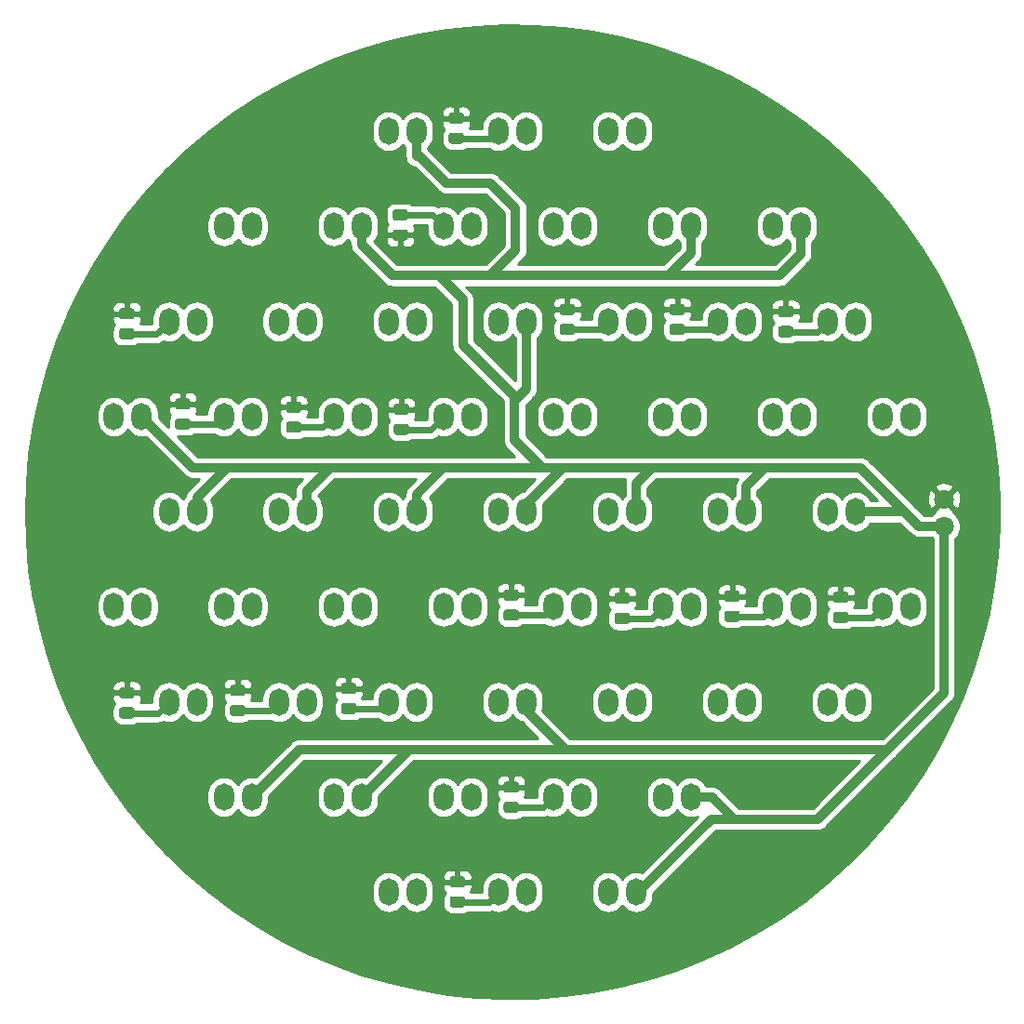
<source format=gbl>
G04 #@! TF.GenerationSoftware,KiCad,Pcbnew,(5.1.9)-1*
G04 #@! TF.CreationDate,2021-10-19T01:50:32-03:00*
G04 #@! TF.ProjectId,Blue_LED,426c7565-5f4c-4454-942e-6b696361645f,rev?*
G04 #@! TF.SameCoordinates,Original*
G04 #@! TF.FileFunction,Copper,L2,Bot*
G04 #@! TF.FilePolarity,Positive*
%FSLAX46Y46*%
G04 Gerber Fmt 4.6, Leading zero omitted, Abs format (unit mm)*
G04 Created by KiCad (PCBNEW (5.1.9)-1) date 2021-10-19 01:50:32*
%MOMM*%
%LPD*%
G01*
G04 APERTURE LIST*
G04 #@! TA.AperFunction,ComponentPad*
%ADD10C,1.800000*%
G04 #@! TD*
G04 #@! TA.AperFunction,ComponentPad*
%ADD11O,1.800000X2.500000*%
G04 #@! TD*
G04 #@! TA.AperFunction,ViaPad*
%ADD12C,3.800000*%
G04 #@! TD*
G04 #@! TA.AperFunction,Conductor*
%ADD13C,0.812800*%
G04 #@! TD*
G04 #@! TA.AperFunction,Conductor*
%ADD14C,0.609600*%
G04 #@! TD*
G04 #@! TA.AperFunction,Conductor*
%ADD15C,0.254000*%
G04 #@! TD*
G04 #@! TA.AperFunction,Conductor*
%ADD16C,0.100000*%
G04 #@! TD*
G04 APERTURE END LIST*
D10*
X189300000Y-98850000D03*
X189300000Y-101350000D03*
G04 #@! TA.AperFunction,SMDPad,CuDef*
G36*
G01*
X180350001Y-108300000D02*
X179449999Y-108300000D01*
G75*
G02*
X179200000Y-108050001I0J249999D01*
G01*
X179200000Y-107524999D01*
G75*
G02*
X179449999Y-107275000I249999J0D01*
G01*
X180350001Y-107275000D01*
G75*
G02*
X180600000Y-107524999I0J-249999D01*
G01*
X180600000Y-108050001D01*
G75*
G02*
X180350001Y-108300000I-249999J0D01*
G01*
G37*
G04 #@! TD.AperFunction*
G04 #@! TA.AperFunction,SMDPad,CuDef*
G36*
G01*
X180350001Y-110125000D02*
X179449999Y-110125000D01*
G75*
G02*
X179200000Y-109875001I0J249999D01*
G01*
X179200000Y-109349999D01*
G75*
G02*
X179449999Y-109100000I249999J0D01*
G01*
X180350001Y-109100000D01*
G75*
G02*
X180600000Y-109349999I0J-249999D01*
G01*
X180600000Y-109875001D01*
G75*
G02*
X180350001Y-110125000I-249999J0D01*
G01*
G37*
G04 #@! TD.AperFunction*
G04 #@! TA.AperFunction,SMDPad,CuDef*
G36*
G01*
X145450001Y-134200000D02*
X144549999Y-134200000D01*
G75*
G02*
X144300000Y-133950001I0J249999D01*
G01*
X144300000Y-133424999D01*
G75*
G02*
X144549999Y-133175000I249999J0D01*
G01*
X145450001Y-133175000D01*
G75*
G02*
X145700000Y-133424999I0J-249999D01*
G01*
X145700000Y-133950001D01*
G75*
G02*
X145450001Y-134200000I-249999J0D01*
G01*
G37*
G04 #@! TD.AperFunction*
G04 #@! TA.AperFunction,SMDPad,CuDef*
G36*
G01*
X145450001Y-136025000D02*
X144549999Y-136025000D01*
G75*
G02*
X144300000Y-135775001I0J249999D01*
G01*
X144300000Y-135249999D01*
G75*
G02*
X144549999Y-135000000I249999J0D01*
G01*
X145450001Y-135000000D01*
G75*
G02*
X145700000Y-135249999I0J-249999D01*
G01*
X145700000Y-135775001D01*
G75*
G02*
X145450001Y-136025000I-249999J0D01*
G01*
G37*
G04 #@! TD.AperFunction*
G04 #@! TA.AperFunction,SMDPad,CuDef*
G36*
G01*
X115350001Y-117000000D02*
X114449999Y-117000000D01*
G75*
G02*
X114200000Y-116750001I0J249999D01*
G01*
X114200000Y-116224999D01*
G75*
G02*
X114449999Y-115975000I249999J0D01*
G01*
X115350001Y-115975000D01*
G75*
G02*
X115600000Y-116224999I0J-249999D01*
G01*
X115600000Y-116750001D01*
G75*
G02*
X115350001Y-117000000I-249999J0D01*
G01*
G37*
G04 #@! TD.AperFunction*
G04 #@! TA.AperFunction,SMDPad,CuDef*
G36*
G01*
X115350001Y-118825000D02*
X114449999Y-118825000D01*
G75*
G02*
X114200000Y-118575001I0J249999D01*
G01*
X114200000Y-118049999D01*
G75*
G02*
X114449999Y-117800000I249999J0D01*
G01*
X115350001Y-117800000D01*
G75*
G02*
X115600000Y-118049999I0J-249999D01*
G01*
X115600000Y-118575001D01*
G75*
G02*
X115350001Y-118825000I-249999J0D01*
G01*
G37*
G04 #@! TD.AperFunction*
G04 #@! TA.AperFunction,SMDPad,CuDef*
G36*
G01*
X115350001Y-82487500D02*
X114449999Y-82487500D01*
G75*
G02*
X114200000Y-82237501I0J249999D01*
G01*
X114200000Y-81712499D01*
G75*
G02*
X114449999Y-81462500I249999J0D01*
G01*
X115350001Y-81462500D01*
G75*
G02*
X115600000Y-81712499I0J-249999D01*
G01*
X115600000Y-82237501D01*
G75*
G02*
X115350001Y-82487500I-249999J0D01*
G01*
G37*
G04 #@! TD.AperFunction*
G04 #@! TA.AperFunction,SMDPad,CuDef*
G36*
G01*
X115350001Y-84312500D02*
X114449999Y-84312500D01*
G75*
G02*
X114200000Y-84062501I0J249999D01*
G01*
X114200000Y-83537499D01*
G75*
G02*
X114449999Y-83287500I249999J0D01*
G01*
X115350001Y-83287500D01*
G75*
G02*
X115600000Y-83537499I0J-249999D01*
G01*
X115600000Y-84062501D01*
G75*
G02*
X115350001Y-84312500I-249999J0D01*
G01*
G37*
G04 #@! TD.AperFunction*
G04 #@! TA.AperFunction,SMDPad,CuDef*
G36*
G01*
X145350001Y-64687500D02*
X144449999Y-64687500D01*
G75*
G02*
X144200000Y-64437501I0J249999D01*
G01*
X144200000Y-63912499D01*
G75*
G02*
X144449999Y-63662500I249999J0D01*
G01*
X145350001Y-63662500D01*
G75*
G02*
X145600000Y-63912499I0J-249999D01*
G01*
X145600000Y-64437501D01*
G75*
G02*
X145350001Y-64687500I-249999J0D01*
G01*
G37*
G04 #@! TD.AperFunction*
G04 #@! TA.AperFunction,SMDPad,CuDef*
G36*
G01*
X145350001Y-66512500D02*
X144449999Y-66512500D01*
G75*
G02*
X144200000Y-66262501I0J249999D01*
G01*
X144200000Y-65737499D01*
G75*
G02*
X144449999Y-65487500I249999J0D01*
G01*
X145350001Y-65487500D01*
G75*
G02*
X145600000Y-65737499I0J-249999D01*
G01*
X145600000Y-66262501D01*
G75*
G02*
X145350001Y-66512500I-249999J0D01*
G01*
G37*
G04 #@! TD.AperFunction*
G04 #@! TA.AperFunction,SMDPad,CuDef*
G36*
G01*
X175350001Y-82287500D02*
X174449999Y-82287500D01*
G75*
G02*
X174200000Y-82037501I0J249999D01*
G01*
X174200000Y-81512499D01*
G75*
G02*
X174449999Y-81262500I249999J0D01*
G01*
X175350001Y-81262500D01*
G75*
G02*
X175600000Y-81512499I0J-249999D01*
G01*
X175600000Y-82037501D01*
G75*
G02*
X175350001Y-82287500I-249999J0D01*
G01*
G37*
G04 #@! TD.AperFunction*
G04 #@! TA.AperFunction,SMDPad,CuDef*
G36*
G01*
X175350001Y-84112500D02*
X174449999Y-84112500D01*
G75*
G02*
X174200000Y-83862501I0J249999D01*
G01*
X174200000Y-83337499D01*
G75*
G02*
X174449999Y-83087500I249999J0D01*
G01*
X175350001Y-83087500D01*
G75*
G02*
X175600000Y-83337499I0J-249999D01*
G01*
X175600000Y-83862501D01*
G75*
G02*
X175350001Y-84112500I-249999J0D01*
G01*
G37*
G04 #@! TD.AperFunction*
G04 #@! TA.AperFunction,SMDPad,CuDef*
G36*
G01*
X170450001Y-108200000D02*
X169549999Y-108200000D01*
G75*
G02*
X169300000Y-107950001I0J249999D01*
G01*
X169300000Y-107424999D01*
G75*
G02*
X169549999Y-107175000I249999J0D01*
G01*
X170450001Y-107175000D01*
G75*
G02*
X170700000Y-107424999I0J-249999D01*
G01*
X170700000Y-107950001D01*
G75*
G02*
X170450001Y-108200000I-249999J0D01*
G01*
G37*
G04 #@! TD.AperFunction*
G04 #@! TA.AperFunction,SMDPad,CuDef*
G36*
G01*
X170450001Y-110025000D02*
X169549999Y-110025000D01*
G75*
G02*
X169300000Y-109775001I0J249999D01*
G01*
X169300000Y-109249999D01*
G75*
G02*
X169549999Y-109000000I249999J0D01*
G01*
X170450001Y-109000000D01*
G75*
G02*
X170700000Y-109249999I0J-249999D01*
G01*
X170700000Y-109775001D01*
G75*
G02*
X170450001Y-110025000I-249999J0D01*
G01*
G37*
G04 #@! TD.AperFunction*
G04 #@! TA.AperFunction,SMDPad,CuDef*
G36*
G01*
X150350001Y-125587500D02*
X149449999Y-125587500D01*
G75*
G02*
X149200000Y-125337501I0J249999D01*
G01*
X149200000Y-124812499D01*
G75*
G02*
X149449999Y-124562500I249999J0D01*
G01*
X150350001Y-124562500D01*
G75*
G02*
X150600000Y-124812499I0J-249999D01*
G01*
X150600000Y-125337501D01*
G75*
G02*
X150350001Y-125587500I-249999J0D01*
G01*
G37*
G04 #@! TD.AperFunction*
G04 #@! TA.AperFunction,SMDPad,CuDef*
G36*
G01*
X150350001Y-127412500D02*
X149449999Y-127412500D01*
G75*
G02*
X149200000Y-127162501I0J249999D01*
G01*
X149200000Y-126637499D01*
G75*
G02*
X149449999Y-126387500I249999J0D01*
G01*
X150350001Y-126387500D01*
G75*
G02*
X150600000Y-126637499I0J-249999D01*
G01*
X150600000Y-127162501D01*
G75*
G02*
X150350001Y-127412500I-249999J0D01*
G01*
G37*
G04 #@! TD.AperFunction*
G04 #@! TA.AperFunction,SMDPad,CuDef*
G36*
G01*
X125450001Y-116787500D02*
X124549999Y-116787500D01*
G75*
G02*
X124300000Y-116537501I0J249999D01*
G01*
X124300000Y-116012499D01*
G75*
G02*
X124549999Y-115762500I249999J0D01*
G01*
X125450001Y-115762500D01*
G75*
G02*
X125700000Y-116012499I0J-249999D01*
G01*
X125700000Y-116537501D01*
G75*
G02*
X125450001Y-116787500I-249999J0D01*
G01*
G37*
G04 #@! TD.AperFunction*
G04 #@! TA.AperFunction,SMDPad,CuDef*
G36*
G01*
X125450001Y-118612500D02*
X124549999Y-118612500D01*
G75*
G02*
X124300000Y-118362501I0J249999D01*
G01*
X124300000Y-117837499D01*
G75*
G02*
X124549999Y-117587500I249999J0D01*
G01*
X125450001Y-117587500D01*
G75*
G02*
X125700000Y-117837499I0J-249999D01*
G01*
X125700000Y-118362501D01*
G75*
G02*
X125450001Y-118612500I-249999J0D01*
G01*
G37*
G04 #@! TD.AperFunction*
G04 #@! TA.AperFunction,SMDPad,CuDef*
G36*
G01*
X120450001Y-90700000D02*
X119549999Y-90700000D01*
G75*
G02*
X119300000Y-90450001I0J249999D01*
G01*
X119300000Y-89924999D01*
G75*
G02*
X119549999Y-89675000I249999J0D01*
G01*
X120450001Y-89675000D01*
G75*
G02*
X120700000Y-89924999I0J-249999D01*
G01*
X120700000Y-90450001D01*
G75*
G02*
X120450001Y-90700000I-249999J0D01*
G01*
G37*
G04 #@! TD.AperFunction*
G04 #@! TA.AperFunction,SMDPad,CuDef*
G36*
G01*
X120450001Y-92525000D02*
X119549999Y-92525000D01*
G75*
G02*
X119300000Y-92275001I0J249999D01*
G01*
X119300000Y-91749999D01*
G75*
G02*
X119549999Y-91500000I249999J0D01*
G01*
X120450001Y-91500000D01*
G75*
G02*
X120700000Y-91749999I0J-249999D01*
G01*
X120700000Y-92275001D01*
G75*
G02*
X120450001Y-92525000I-249999J0D01*
G01*
G37*
G04 #@! TD.AperFunction*
G04 #@! TA.AperFunction,SMDPad,CuDef*
G36*
G01*
X139349999Y-74300000D02*
X140250001Y-74300000D01*
G75*
G02*
X140500000Y-74549999I0J-249999D01*
G01*
X140500000Y-75075001D01*
G75*
G02*
X140250001Y-75325000I-249999J0D01*
G01*
X139349999Y-75325000D01*
G75*
G02*
X139100000Y-75075001I0J249999D01*
G01*
X139100000Y-74549999D01*
G75*
G02*
X139349999Y-74300000I249999J0D01*
G01*
G37*
G04 #@! TD.AperFunction*
G04 #@! TA.AperFunction,SMDPad,CuDef*
G36*
G01*
X139349999Y-72475000D02*
X140250001Y-72475000D01*
G75*
G02*
X140500000Y-72724999I0J-249999D01*
G01*
X140500000Y-73250001D01*
G75*
G02*
X140250001Y-73500000I-249999J0D01*
G01*
X139349999Y-73500000D01*
G75*
G02*
X139100000Y-73250001I0J249999D01*
G01*
X139100000Y-72724999D01*
G75*
G02*
X139349999Y-72475000I249999J0D01*
G01*
G37*
G04 #@! TD.AperFunction*
G04 #@! TA.AperFunction,SMDPad,CuDef*
G36*
G01*
X165450001Y-82087500D02*
X164549999Y-82087500D01*
G75*
G02*
X164300000Y-81837501I0J249999D01*
G01*
X164300000Y-81312499D01*
G75*
G02*
X164549999Y-81062500I249999J0D01*
G01*
X165450001Y-81062500D01*
G75*
G02*
X165700000Y-81312499I0J-249999D01*
G01*
X165700000Y-81837501D01*
G75*
G02*
X165450001Y-82087500I-249999J0D01*
G01*
G37*
G04 #@! TD.AperFunction*
G04 #@! TA.AperFunction,SMDPad,CuDef*
G36*
G01*
X165450001Y-83912500D02*
X164549999Y-83912500D01*
G75*
G02*
X164300000Y-83662501I0J249999D01*
G01*
X164300000Y-83137499D01*
G75*
G02*
X164549999Y-82887500I249999J0D01*
G01*
X165450001Y-82887500D01*
G75*
G02*
X165700000Y-83137499I0J-249999D01*
G01*
X165700000Y-83662501D01*
G75*
G02*
X165450001Y-83912500I-249999J0D01*
G01*
G37*
G04 #@! TD.AperFunction*
G04 #@! TA.AperFunction,SMDPad,CuDef*
G36*
G01*
X160450001Y-108400000D02*
X159549999Y-108400000D01*
G75*
G02*
X159300000Y-108150001I0J249999D01*
G01*
X159300000Y-107624999D01*
G75*
G02*
X159549999Y-107375000I249999J0D01*
G01*
X160450001Y-107375000D01*
G75*
G02*
X160700000Y-107624999I0J-249999D01*
G01*
X160700000Y-108150001D01*
G75*
G02*
X160450001Y-108400000I-249999J0D01*
G01*
G37*
G04 #@! TD.AperFunction*
G04 #@! TA.AperFunction,SMDPad,CuDef*
G36*
G01*
X160450001Y-110225000D02*
X159549999Y-110225000D01*
G75*
G02*
X159300000Y-109975001I0J249999D01*
G01*
X159300000Y-109449999D01*
G75*
G02*
X159549999Y-109200000I249999J0D01*
G01*
X160450001Y-109200000D01*
G75*
G02*
X160700000Y-109449999I0J-249999D01*
G01*
X160700000Y-109975001D01*
G75*
G02*
X160450001Y-110225000I-249999J0D01*
G01*
G37*
G04 #@! TD.AperFunction*
G04 #@! TA.AperFunction,SMDPad,CuDef*
G36*
G01*
X135550001Y-116600000D02*
X134649999Y-116600000D01*
G75*
G02*
X134400000Y-116350001I0J249999D01*
G01*
X134400000Y-115824999D01*
G75*
G02*
X134649999Y-115575000I249999J0D01*
G01*
X135550001Y-115575000D01*
G75*
G02*
X135800000Y-115824999I0J-249999D01*
G01*
X135800000Y-116350001D01*
G75*
G02*
X135550001Y-116600000I-249999J0D01*
G01*
G37*
G04 #@! TD.AperFunction*
G04 #@! TA.AperFunction,SMDPad,CuDef*
G36*
G01*
X135550001Y-118425000D02*
X134649999Y-118425000D01*
G75*
G02*
X134400000Y-118175001I0J249999D01*
G01*
X134400000Y-117649999D01*
G75*
G02*
X134649999Y-117400000I249999J0D01*
G01*
X135550001Y-117400000D01*
G75*
G02*
X135800000Y-117649999I0J-249999D01*
G01*
X135800000Y-118175001D01*
G75*
G02*
X135550001Y-118425000I-249999J0D01*
G01*
G37*
G04 #@! TD.AperFunction*
G04 #@! TA.AperFunction,SMDPad,CuDef*
G36*
G01*
X130550001Y-91000000D02*
X129649999Y-91000000D01*
G75*
G02*
X129400000Y-90750001I0J249999D01*
G01*
X129400000Y-90224999D01*
G75*
G02*
X129649999Y-89975000I249999J0D01*
G01*
X130550001Y-89975000D01*
G75*
G02*
X130800000Y-90224999I0J-249999D01*
G01*
X130800000Y-90750001D01*
G75*
G02*
X130550001Y-91000000I-249999J0D01*
G01*
G37*
G04 #@! TD.AperFunction*
G04 #@! TA.AperFunction,SMDPad,CuDef*
G36*
G01*
X130550001Y-92825000D02*
X129649999Y-92825000D01*
G75*
G02*
X129400000Y-92575001I0J249999D01*
G01*
X129400000Y-92049999D01*
G75*
G02*
X129649999Y-91800000I249999J0D01*
G01*
X130550001Y-91800000D01*
G75*
G02*
X130800000Y-92049999I0J-249999D01*
G01*
X130800000Y-92575001D01*
G75*
G02*
X130550001Y-92825000I-249999J0D01*
G01*
G37*
G04 #@! TD.AperFunction*
G04 #@! TA.AperFunction,SMDPad,CuDef*
G36*
G01*
X155450001Y-82100000D02*
X154549999Y-82100000D01*
G75*
G02*
X154300000Y-81850001I0J249999D01*
G01*
X154300000Y-81324999D01*
G75*
G02*
X154549999Y-81075000I249999J0D01*
G01*
X155450001Y-81075000D01*
G75*
G02*
X155700000Y-81324999I0J-249999D01*
G01*
X155700000Y-81850001D01*
G75*
G02*
X155450001Y-82100000I-249999J0D01*
G01*
G37*
G04 #@! TD.AperFunction*
G04 #@! TA.AperFunction,SMDPad,CuDef*
G36*
G01*
X155450001Y-83925000D02*
X154549999Y-83925000D01*
G75*
G02*
X154300000Y-83675001I0J249999D01*
G01*
X154300000Y-83149999D01*
G75*
G02*
X154549999Y-82900000I249999J0D01*
G01*
X155450001Y-82900000D01*
G75*
G02*
X155700000Y-83149999I0J-249999D01*
G01*
X155700000Y-83675001D01*
G75*
G02*
X155450001Y-83925000I-249999J0D01*
G01*
G37*
G04 #@! TD.AperFunction*
G04 #@! TA.AperFunction,SMDPad,CuDef*
G36*
G01*
X150350001Y-108100000D02*
X149449999Y-108100000D01*
G75*
G02*
X149200000Y-107850001I0J249999D01*
G01*
X149200000Y-107324999D01*
G75*
G02*
X149449999Y-107075000I249999J0D01*
G01*
X150350001Y-107075000D01*
G75*
G02*
X150600000Y-107324999I0J-249999D01*
G01*
X150600000Y-107850001D01*
G75*
G02*
X150350001Y-108100000I-249999J0D01*
G01*
G37*
G04 #@! TD.AperFunction*
G04 #@! TA.AperFunction,SMDPad,CuDef*
G36*
G01*
X150350001Y-109925000D02*
X149449999Y-109925000D01*
G75*
G02*
X149200000Y-109675001I0J249999D01*
G01*
X149200000Y-109149999D01*
G75*
G02*
X149449999Y-108900000I249999J0D01*
G01*
X150350001Y-108900000D01*
G75*
G02*
X150600000Y-109149999I0J-249999D01*
G01*
X150600000Y-109675001D01*
G75*
G02*
X150350001Y-109925000I-249999J0D01*
G01*
G37*
G04 #@! TD.AperFunction*
G04 #@! TA.AperFunction,SMDPad,CuDef*
G36*
G01*
X140350001Y-91187500D02*
X139449999Y-91187500D01*
G75*
G02*
X139200000Y-90937501I0J249999D01*
G01*
X139200000Y-90412499D01*
G75*
G02*
X139449999Y-90162500I249999J0D01*
G01*
X140350001Y-90162500D01*
G75*
G02*
X140600000Y-90412499I0J-249999D01*
G01*
X140600000Y-90937501D01*
G75*
G02*
X140350001Y-91187500I-249999J0D01*
G01*
G37*
G04 #@! TD.AperFunction*
G04 #@! TA.AperFunction,SMDPad,CuDef*
G36*
G01*
X140350001Y-93012500D02*
X139449999Y-93012500D01*
G75*
G02*
X139200000Y-92762501I0J249999D01*
G01*
X139200000Y-92237499D01*
G75*
G02*
X139449999Y-91987500I249999J0D01*
G01*
X140350001Y-91987500D01*
G75*
G02*
X140600000Y-92237499I0J-249999D01*
G01*
X140600000Y-92762501D01*
G75*
G02*
X140350001Y-93012500I-249999J0D01*
G01*
G37*
G04 #@! TD.AperFunction*
D11*
X186270000Y-108660000D03*
X183730000Y-108660000D03*
X181270000Y-117320000D03*
X178730000Y-117320000D03*
X161270000Y-134640000D03*
X158730000Y-134640000D03*
X151270000Y-134640000D03*
X148730000Y-134640000D03*
X141270000Y-134640000D03*
X138730000Y-134640000D03*
X126270000Y-125980000D03*
X123730000Y-125980000D03*
X121270000Y-117320000D03*
X118730000Y-117320000D03*
X116270000Y-108660000D03*
X113730000Y-108660000D03*
X116270000Y-91340000D03*
X113730000Y-91340000D03*
X121270000Y-82680000D03*
X118730000Y-82680000D03*
X126270000Y-74020000D03*
X123730000Y-74020000D03*
X141270000Y-65360000D03*
X138730000Y-65360000D03*
X151270000Y-65360000D03*
X148730000Y-65360000D03*
X161270000Y-65360000D03*
X158730000Y-65360000D03*
X176270000Y-74020000D03*
X173730000Y-74020000D03*
X181270000Y-82680000D03*
X178730000Y-82680000D03*
X186270000Y-91340000D03*
X183730000Y-91340000D03*
X181270000Y-100000000D03*
X178730000Y-100000000D03*
X176270000Y-108660000D03*
X173730000Y-108660000D03*
X171270000Y-117320000D03*
X168730000Y-117320000D03*
X166270000Y-125980000D03*
X163730000Y-125980000D03*
X156270000Y-125980000D03*
X153730000Y-125980000D03*
X146270000Y-125980000D03*
X143730000Y-125980000D03*
X136270000Y-125980000D03*
X133730000Y-125980000D03*
X131270000Y-117320000D03*
X128730000Y-117320000D03*
X126270000Y-108660000D03*
X123730000Y-108660000D03*
X121270000Y-100000000D03*
X118730000Y-100000000D03*
X126270000Y-91340000D03*
X123730000Y-91340000D03*
X131270000Y-82680000D03*
X128730000Y-82680000D03*
X136270000Y-74020000D03*
X133730000Y-74020000D03*
X146270000Y-74020000D03*
X143730000Y-74020000D03*
X156270000Y-74020000D03*
X153730000Y-74020000D03*
X166270000Y-74020000D03*
X163730000Y-74020000D03*
X171270000Y-82680000D03*
X168730000Y-82680000D03*
X176270000Y-91340000D03*
X173730000Y-91340000D03*
X171270000Y-100000000D03*
X168730000Y-100000000D03*
X166270000Y-108660000D03*
X163730000Y-108660000D03*
X161270000Y-117320000D03*
X158730000Y-117320000D03*
X151270000Y-117320000D03*
X148730000Y-117320000D03*
X141270000Y-117320000D03*
X138730000Y-117320000D03*
X136270000Y-108660000D03*
X133730000Y-108660000D03*
X131270000Y-100000000D03*
X128730000Y-100000000D03*
X136270000Y-91340000D03*
X133730000Y-91340000D03*
X141270000Y-82680000D03*
X138730000Y-82680000D03*
X151270000Y-82680000D03*
X148730000Y-82680000D03*
X161270000Y-82680000D03*
X158730000Y-82680000D03*
X166270000Y-91340000D03*
X163730000Y-91340000D03*
X161270000Y-100000000D03*
X158730000Y-100000000D03*
X156270000Y-108660000D03*
X153730000Y-108660000D03*
X146270000Y-108660000D03*
X143730000Y-108660000D03*
X141270000Y-100000000D03*
X138730000Y-100000000D03*
X146270000Y-91340000D03*
X143730000Y-91340000D03*
X156270000Y-91340000D03*
X153730000Y-91340000D03*
X151270000Y-100000000D03*
X148730000Y-100000000D03*
D12*
X170000000Y-135000000D03*
X130000000Y-135000000D03*
X170000000Y-65000000D03*
X130000000Y-65000000D03*
D13*
X120930000Y-96000000D02*
X116270000Y-91340000D01*
X121270000Y-98730000D02*
X124000000Y-96000000D01*
X121270000Y-100000000D02*
X121270000Y-98730000D01*
X124000000Y-96000000D02*
X120930000Y-96000000D01*
X131270000Y-98130000D02*
X133400000Y-96000000D01*
X133400000Y-96000000D02*
X124000000Y-96000000D01*
X131270000Y-100000000D02*
X131270000Y-98130000D01*
X141270000Y-98430000D02*
X143700000Y-96000000D01*
X141270000Y-100000000D02*
X141270000Y-98430000D01*
X143700000Y-96000000D02*
X133400000Y-96000000D01*
X151270000Y-99330000D02*
X154600000Y-96000000D01*
X151270000Y-100000000D02*
X151270000Y-99330000D01*
X161270000Y-97430000D02*
X162700000Y-96000000D01*
X161270000Y-100000000D02*
X161270000Y-97430000D01*
X162700000Y-96000000D02*
X154600000Y-96000000D01*
X171270000Y-97730000D02*
X173000000Y-96000000D01*
X173000000Y-96000000D02*
X162700000Y-96000000D01*
X171270000Y-100000000D02*
X171270000Y-97730000D01*
X151270000Y-88820385D02*
X150200000Y-89890385D01*
X151270000Y-82680000D02*
X151270000Y-88820385D01*
X146900000Y-96000000D02*
X143700000Y-96000000D01*
X145500000Y-84800000D02*
X150200000Y-89500000D01*
X139100000Y-78500000D02*
X143300000Y-78500000D01*
X150200000Y-89500000D02*
X150200000Y-90600000D01*
X145500000Y-80700000D02*
X145500000Y-84800000D01*
X136270000Y-75670000D02*
X139100000Y-78500000D01*
X136270000Y-74020000D02*
X136270000Y-75670000D01*
X143300000Y-78500000D02*
X145500000Y-80700000D01*
X150200000Y-90600000D02*
X150200000Y-92700000D01*
X150200000Y-89890385D02*
X150200000Y-90600000D01*
X166270000Y-74020000D02*
X166270000Y-76430000D01*
X166270000Y-76430000D02*
X164200000Y-78500000D01*
X164200000Y-78500000D02*
X174300000Y-78500000D01*
X176270000Y-76530000D02*
X176270000Y-74020000D01*
X174300000Y-78500000D02*
X176270000Y-76530000D01*
X141270000Y-65360000D02*
X141270000Y-67630000D01*
X141270000Y-65360000D02*
X141270000Y-67370000D01*
X141270000Y-67370000D02*
X144000000Y-70100000D01*
X144000000Y-70100000D02*
X148000000Y-70100000D01*
X148000000Y-70100000D02*
X150300000Y-72400000D01*
X150300000Y-76200000D02*
X148000000Y-78500000D01*
X150300000Y-72400000D02*
X150300000Y-76200000D01*
X148000000Y-78500000D02*
X143300000Y-78500000D01*
X164200000Y-78500000D02*
X148000000Y-78500000D01*
X189300000Y-101350000D02*
X187050000Y-101350000D01*
X178900000Y-96000000D02*
X173000000Y-96000000D01*
X181700000Y-96000000D02*
X178900000Y-96000000D01*
X179500000Y-96000000D02*
X178900000Y-96000000D01*
X185700000Y-100000000D02*
X185850000Y-100150000D01*
X181270000Y-100000000D02*
X185700000Y-100000000D01*
X185850000Y-100150000D02*
X181700000Y-96000000D01*
X187050000Y-101350000D02*
X185850000Y-100150000D01*
X150200000Y-93500000D02*
X152700000Y-96000000D01*
X150200000Y-89890385D02*
X150200000Y-93500000D01*
X154600000Y-96000000D02*
X152700000Y-96000000D01*
X148100000Y-96000000D02*
X147700000Y-96000000D01*
X152700000Y-96000000D02*
X148100000Y-96000000D01*
X148100000Y-96000000D02*
X146900000Y-96000000D01*
X161460000Y-134640000D02*
X161270000Y-134640000D01*
X168100000Y-128000000D02*
X161460000Y-134640000D01*
X189300000Y-101350000D02*
X189300000Y-116500000D01*
X168180000Y-125980000D02*
X170200000Y-128000000D01*
X166270000Y-125980000D02*
X168180000Y-125980000D01*
X170200000Y-128000000D02*
X168100000Y-128000000D01*
X177800000Y-128000000D02*
X170200000Y-128000000D01*
X151270000Y-117320000D02*
X151270000Y-118070000D01*
X151270000Y-118070000D02*
X154850000Y-121650000D01*
X184150000Y-121650000D02*
X177800000Y-128000000D01*
X189300000Y-116500000D02*
X184150000Y-121650000D01*
X130600000Y-121650000D02*
X126270000Y-125980000D01*
X154850000Y-121650000D02*
X155550000Y-121650000D01*
X155550000Y-121650000D02*
X184150000Y-121650000D01*
X140600000Y-121650000D02*
X136270000Y-125980000D01*
X144850000Y-121650000D02*
X140600000Y-121650000D01*
X155550000Y-121650000D02*
X144850000Y-121650000D01*
X144850000Y-121650000D02*
X130600000Y-121650000D01*
D14*
X142570000Y-92500000D02*
X143730000Y-91340000D01*
X139900000Y-92500000D02*
X142570000Y-92500000D01*
X152977500Y-109412500D02*
X153730000Y-108660000D01*
X149900000Y-109412500D02*
X152977500Y-109412500D01*
X157997500Y-83412500D02*
X158730000Y-82680000D01*
X155000000Y-83412500D02*
X157997500Y-83412500D01*
X132757500Y-92312500D02*
X133730000Y-91340000D01*
X130100000Y-92312500D02*
X132757500Y-92312500D01*
X138137500Y-117912500D02*
X138730000Y-117320000D01*
X135100000Y-117912500D02*
X138137500Y-117912500D01*
X162677500Y-109712500D02*
X163730000Y-108660000D01*
X160000000Y-109712500D02*
X162677500Y-109712500D01*
X168010000Y-83400000D02*
X168730000Y-82680000D01*
X165000000Y-83400000D02*
X168010000Y-83400000D01*
X142697500Y-72987500D02*
X143730000Y-74020000D01*
X139800000Y-72987500D02*
X142697500Y-72987500D01*
X123057500Y-92012500D02*
X123730000Y-91340000D01*
X120000000Y-92012500D02*
X123057500Y-92012500D01*
X127950000Y-118100000D02*
X128730000Y-117320000D01*
X125000000Y-118100000D02*
X127950000Y-118100000D01*
X152810000Y-126900000D02*
X153730000Y-125980000D01*
X149900000Y-126900000D02*
X152810000Y-126900000D01*
X172877500Y-109512500D02*
X173730000Y-108660000D01*
X170000000Y-109512500D02*
X172877500Y-109512500D01*
X177810000Y-83600000D02*
X178730000Y-82680000D01*
X174900000Y-83600000D02*
X177810000Y-83600000D01*
X148090000Y-66000000D02*
X148730000Y-65360000D01*
X144900000Y-66000000D02*
X148090000Y-66000000D01*
X117610000Y-83800000D02*
X118730000Y-82680000D01*
X114900000Y-83800000D02*
X117610000Y-83800000D01*
X117737500Y-118312500D02*
X118730000Y-117320000D01*
X114900000Y-118312500D02*
X117737500Y-118312500D01*
X147857500Y-135512500D02*
X148730000Y-134640000D01*
X145000000Y-135512500D02*
X147857500Y-135512500D01*
X182777500Y-109612500D02*
X183730000Y-108660000D01*
X179900000Y-109612500D02*
X182777500Y-109612500D01*
D15*
X151987063Y-55754597D02*
X154629566Y-55952625D01*
X157255495Y-56308332D01*
X159855452Y-56820443D01*
X162420129Y-57487126D01*
X164940345Y-58305993D01*
X167407079Y-59274115D01*
X169811499Y-60388025D01*
X172145000Y-61643735D01*
X174399227Y-63036751D01*
X176566112Y-64562085D01*
X178637896Y-66214278D01*
X180607165Y-67987415D01*
X182466867Y-69875149D01*
X184210347Y-71870723D01*
X185831363Y-73966991D01*
X187324111Y-76156451D01*
X188683249Y-78431265D01*
X189903911Y-80783289D01*
X190981727Y-83204104D01*
X191912840Y-85685044D01*
X192693915Y-88217228D01*
X193322157Y-90791591D01*
X193795317Y-93398918D01*
X194111701Y-96029875D01*
X194270177Y-98675044D01*
X194270177Y-101324956D01*
X194111701Y-103970125D01*
X193795317Y-106601082D01*
X193322157Y-109208409D01*
X192693915Y-111782772D01*
X191912840Y-114314956D01*
X190981727Y-116795896D01*
X189903911Y-119216711D01*
X188683249Y-121568735D01*
X187324111Y-123843549D01*
X185831363Y-126033009D01*
X184210347Y-128129277D01*
X182466867Y-130124851D01*
X180607165Y-132012585D01*
X178637896Y-133785722D01*
X176566112Y-135437915D01*
X174399227Y-136963249D01*
X172145000Y-138356265D01*
X169811499Y-139611975D01*
X167407079Y-140725885D01*
X164940345Y-141694007D01*
X162420129Y-142512874D01*
X159855452Y-143179557D01*
X157255495Y-143691668D01*
X154629566Y-144047375D01*
X151987063Y-144245403D01*
X149337448Y-144285044D01*
X146690204Y-144166156D01*
X144054809Y-143889165D01*
X141440695Y-143455062D01*
X138857222Y-142865401D01*
X136313637Y-142122293D01*
X133819046Y-141228398D01*
X131382378Y-140186917D01*
X129012357Y-139001576D01*
X126717466Y-137676620D01*
X124505920Y-136216792D01*
X122385637Y-134627316D01*
X121898725Y-134214593D01*
X137195000Y-134214593D01*
X137195000Y-135065408D01*
X137217210Y-135290913D01*
X137304983Y-135580261D01*
X137447519Y-135846927D01*
X137639339Y-136080661D01*
X137873074Y-136272481D01*
X138139740Y-136415017D01*
X138429088Y-136502790D01*
X138730000Y-136532427D01*
X139030913Y-136502790D01*
X139320261Y-136415017D01*
X139586927Y-136272481D01*
X139820661Y-136080661D01*
X140000000Y-135862135D01*
X140179339Y-136080661D01*
X140413074Y-136272481D01*
X140679740Y-136415017D01*
X140969088Y-136502790D01*
X141270000Y-136532427D01*
X141570913Y-136502790D01*
X141860261Y-136415017D01*
X142126927Y-136272481D01*
X142360661Y-136080661D01*
X142552481Y-135846927D01*
X142695017Y-135580261D01*
X142782790Y-135290912D01*
X142805000Y-135065407D01*
X142805000Y-134214592D01*
X142803563Y-134200000D01*
X143661928Y-134200000D01*
X143674188Y-134324482D01*
X143710498Y-134444180D01*
X143769463Y-134554494D01*
X143848815Y-134651185D01*
X143878276Y-134675363D01*
X143811595Y-134756613D01*
X143729528Y-134910149D01*
X143678992Y-135076745D01*
X143661928Y-135249999D01*
X143661928Y-135775001D01*
X143678992Y-135948255D01*
X143729528Y-136114851D01*
X143811595Y-136268387D01*
X143922038Y-136402962D01*
X144056613Y-136513405D01*
X144210149Y-136595472D01*
X144376745Y-136646008D01*
X144549999Y-136663072D01*
X145450001Y-136663072D01*
X145623255Y-136646008D01*
X145789851Y-136595472D01*
X145943387Y-136513405D01*
X146017844Y-136452300D01*
X147811343Y-136452300D01*
X147857500Y-136456846D01*
X147903657Y-136452300D01*
X147903667Y-136452300D01*
X148041733Y-136438702D01*
X148132525Y-136411160D01*
X148139740Y-136415017D01*
X148429088Y-136502790D01*
X148730000Y-136532427D01*
X149030913Y-136502790D01*
X149320261Y-136415017D01*
X149586927Y-136272481D01*
X149820661Y-136080661D01*
X150000000Y-135862135D01*
X150179339Y-136080661D01*
X150413074Y-136272481D01*
X150679740Y-136415017D01*
X150969088Y-136502790D01*
X151270000Y-136532427D01*
X151570913Y-136502790D01*
X151860261Y-136415017D01*
X152126927Y-136272481D01*
X152360661Y-136080661D01*
X152552481Y-135846927D01*
X152695017Y-135580261D01*
X152782790Y-135290912D01*
X152805000Y-135065407D01*
X152805000Y-134214592D01*
X152782790Y-133989087D01*
X152695017Y-133699739D01*
X152552481Y-133433073D01*
X152360661Y-133199339D01*
X152126926Y-133007519D01*
X151860260Y-132864983D01*
X151570912Y-132777210D01*
X151270000Y-132747573D01*
X150969087Y-132777210D01*
X150679739Y-132864983D01*
X150413073Y-133007519D01*
X150179339Y-133199339D01*
X150000000Y-133417865D01*
X149820661Y-133199339D01*
X149586926Y-133007519D01*
X149320260Y-132864983D01*
X149030912Y-132777210D01*
X148730000Y-132747573D01*
X148429087Y-132777210D01*
X148139739Y-132864983D01*
X147873073Y-133007519D01*
X147639339Y-133199339D01*
X147447519Y-133433074D01*
X147304983Y-133699740D01*
X147217210Y-133989088D01*
X147195000Y-134214593D01*
X147195000Y-134572700D01*
X146215596Y-134572700D01*
X146230537Y-134554494D01*
X146289502Y-134444180D01*
X146325812Y-134324482D01*
X146338072Y-134200000D01*
X146335000Y-133973250D01*
X146176250Y-133814500D01*
X145127000Y-133814500D01*
X145127000Y-133834500D01*
X144873000Y-133834500D01*
X144873000Y-133814500D01*
X143823750Y-133814500D01*
X143665000Y-133973250D01*
X143661928Y-134200000D01*
X142803563Y-134200000D01*
X142782790Y-133989087D01*
X142695017Y-133699739D01*
X142552481Y-133433073D01*
X142360661Y-133199339D01*
X142331004Y-133175000D01*
X143661928Y-133175000D01*
X143665000Y-133401750D01*
X143823750Y-133560500D01*
X144873000Y-133560500D01*
X144873000Y-132698750D01*
X145127000Y-132698750D01*
X145127000Y-133560500D01*
X146176250Y-133560500D01*
X146335000Y-133401750D01*
X146338072Y-133175000D01*
X146325812Y-133050518D01*
X146289502Y-132930820D01*
X146230537Y-132820506D01*
X146151185Y-132723815D01*
X146054494Y-132644463D01*
X145944180Y-132585498D01*
X145824482Y-132549188D01*
X145700000Y-132536928D01*
X145285750Y-132540000D01*
X145127000Y-132698750D01*
X144873000Y-132698750D01*
X144714250Y-132540000D01*
X144300000Y-132536928D01*
X144175518Y-132549188D01*
X144055820Y-132585498D01*
X143945506Y-132644463D01*
X143848815Y-132723815D01*
X143769463Y-132820506D01*
X143710498Y-132930820D01*
X143674188Y-133050518D01*
X143661928Y-133175000D01*
X142331004Y-133175000D01*
X142126926Y-133007519D01*
X141860260Y-132864983D01*
X141570912Y-132777210D01*
X141270000Y-132747573D01*
X140969087Y-132777210D01*
X140679739Y-132864983D01*
X140413073Y-133007519D01*
X140179339Y-133199339D01*
X140000000Y-133417865D01*
X139820661Y-133199339D01*
X139586926Y-133007519D01*
X139320260Y-132864983D01*
X139030912Y-132777210D01*
X138730000Y-132747573D01*
X138429087Y-132777210D01*
X138139739Y-132864983D01*
X137873073Y-133007519D01*
X137639339Y-133199339D01*
X137447519Y-133433074D01*
X137304983Y-133699740D01*
X137217210Y-133989088D01*
X137195000Y-134214593D01*
X121898725Y-134214593D01*
X120364205Y-132913884D01*
X118448863Y-131082629D01*
X116646465Y-129140106D01*
X114963464Y-127093269D01*
X113405885Y-124949445D01*
X111979303Y-122716309D01*
X110688825Y-120401854D01*
X109539072Y-118014366D01*
X109123346Y-117000000D01*
X113561928Y-117000000D01*
X113574188Y-117124482D01*
X113610498Y-117244180D01*
X113669463Y-117354494D01*
X113748815Y-117451185D01*
X113778276Y-117475363D01*
X113711595Y-117556613D01*
X113629528Y-117710149D01*
X113578992Y-117876745D01*
X113561928Y-118049999D01*
X113561928Y-118575001D01*
X113578992Y-118748255D01*
X113629528Y-118914851D01*
X113711595Y-119068387D01*
X113822038Y-119202962D01*
X113956613Y-119313405D01*
X114110149Y-119395472D01*
X114276745Y-119446008D01*
X114449999Y-119463072D01*
X115350001Y-119463072D01*
X115523255Y-119446008D01*
X115689851Y-119395472D01*
X115843387Y-119313405D01*
X115917844Y-119252300D01*
X117691343Y-119252300D01*
X117737500Y-119256846D01*
X117783657Y-119252300D01*
X117783667Y-119252300D01*
X117921733Y-119238702D01*
X118098886Y-119184963D01*
X118221029Y-119119676D01*
X118429088Y-119182790D01*
X118730000Y-119212427D01*
X119030913Y-119182790D01*
X119320261Y-119095017D01*
X119586927Y-118952481D01*
X119820661Y-118760661D01*
X120000000Y-118542135D01*
X120179339Y-118760661D01*
X120413074Y-118952481D01*
X120679740Y-119095017D01*
X120969088Y-119182790D01*
X121270000Y-119212427D01*
X121570913Y-119182790D01*
X121860261Y-119095017D01*
X122126927Y-118952481D01*
X122360661Y-118760661D01*
X122552481Y-118526927D01*
X122695017Y-118260261D01*
X122782790Y-117970912D01*
X122805000Y-117745407D01*
X122805000Y-116894592D01*
X122794453Y-116787500D01*
X123661928Y-116787500D01*
X123674188Y-116911982D01*
X123710498Y-117031680D01*
X123769463Y-117141994D01*
X123848815Y-117238685D01*
X123878276Y-117262863D01*
X123811595Y-117344113D01*
X123729528Y-117497649D01*
X123678992Y-117664245D01*
X123661928Y-117837499D01*
X123661928Y-118362501D01*
X123678992Y-118535755D01*
X123729528Y-118702351D01*
X123811595Y-118855887D01*
X123922038Y-118990462D01*
X124056613Y-119100905D01*
X124210149Y-119182972D01*
X124376745Y-119233508D01*
X124549999Y-119250572D01*
X125450001Y-119250572D01*
X125623255Y-119233508D01*
X125789851Y-119182972D01*
X125943387Y-119100905D01*
X126017844Y-119039800D01*
X127903843Y-119039800D01*
X127950000Y-119044346D01*
X127996157Y-119039800D01*
X127996167Y-119039800D01*
X128030171Y-119036451D01*
X128139740Y-119095017D01*
X128429088Y-119182790D01*
X128730000Y-119212427D01*
X129030913Y-119182790D01*
X129320261Y-119095017D01*
X129586927Y-118952481D01*
X129820661Y-118760661D01*
X130000000Y-118542135D01*
X130179339Y-118760661D01*
X130413074Y-118952481D01*
X130679740Y-119095017D01*
X130969088Y-119182790D01*
X131270000Y-119212427D01*
X131570913Y-119182790D01*
X131860261Y-119095017D01*
X132126927Y-118952481D01*
X132360661Y-118760661D01*
X132552481Y-118526927D01*
X132695017Y-118260261D01*
X132782790Y-117970912D01*
X132805000Y-117745407D01*
X132805000Y-116894592D01*
X132782790Y-116669087D01*
X132761833Y-116600000D01*
X133761928Y-116600000D01*
X133774188Y-116724482D01*
X133810498Y-116844180D01*
X133869463Y-116954494D01*
X133948815Y-117051185D01*
X133978276Y-117075363D01*
X133911595Y-117156613D01*
X133829528Y-117310149D01*
X133778992Y-117476745D01*
X133761928Y-117649999D01*
X133761928Y-118175001D01*
X133778992Y-118348255D01*
X133829528Y-118514851D01*
X133911595Y-118668387D01*
X134022038Y-118802962D01*
X134156613Y-118913405D01*
X134310149Y-118995472D01*
X134476745Y-119046008D01*
X134649999Y-119063072D01*
X135550001Y-119063072D01*
X135723255Y-119046008D01*
X135889851Y-118995472D01*
X136043387Y-118913405D01*
X136117844Y-118852300D01*
X137751002Y-118852300D01*
X137873074Y-118952481D01*
X138139740Y-119095017D01*
X138429088Y-119182790D01*
X138730000Y-119212427D01*
X139030913Y-119182790D01*
X139320261Y-119095017D01*
X139586927Y-118952481D01*
X139820661Y-118760661D01*
X140000000Y-118542135D01*
X140179339Y-118760661D01*
X140413074Y-118952481D01*
X140679740Y-119095017D01*
X140969088Y-119182790D01*
X141270000Y-119212427D01*
X141570913Y-119182790D01*
X141860261Y-119095017D01*
X142126927Y-118952481D01*
X142360661Y-118760661D01*
X142552481Y-118526927D01*
X142695017Y-118260261D01*
X142782790Y-117970912D01*
X142805000Y-117745407D01*
X142805000Y-116894592D01*
X142782790Y-116669087D01*
X142695017Y-116379739D01*
X142552481Y-116113073D01*
X142360661Y-115879339D01*
X142126926Y-115687519D01*
X141860260Y-115544983D01*
X141570912Y-115457210D01*
X141270000Y-115427573D01*
X140969087Y-115457210D01*
X140679739Y-115544983D01*
X140413073Y-115687519D01*
X140179339Y-115879339D01*
X140000000Y-116097865D01*
X139820661Y-115879339D01*
X139586926Y-115687519D01*
X139320260Y-115544983D01*
X139030912Y-115457210D01*
X138730000Y-115427573D01*
X138429087Y-115457210D01*
X138139739Y-115544983D01*
X137873073Y-115687519D01*
X137639339Y-115879339D01*
X137447519Y-116113074D01*
X137304983Y-116379740D01*
X137217210Y-116669088D01*
X137195000Y-116894593D01*
X137195000Y-116972700D01*
X136315596Y-116972700D01*
X136330537Y-116954494D01*
X136389502Y-116844180D01*
X136425812Y-116724482D01*
X136438072Y-116600000D01*
X136435000Y-116373250D01*
X136276250Y-116214500D01*
X135227000Y-116214500D01*
X135227000Y-116234500D01*
X134973000Y-116234500D01*
X134973000Y-116214500D01*
X133923750Y-116214500D01*
X133765000Y-116373250D01*
X133761928Y-116600000D01*
X132761833Y-116600000D01*
X132695017Y-116379739D01*
X132552481Y-116113073D01*
X132360661Y-115879339D01*
X132126926Y-115687519D01*
X131916418Y-115575000D01*
X133761928Y-115575000D01*
X133765000Y-115801750D01*
X133923750Y-115960500D01*
X134973000Y-115960500D01*
X134973000Y-115098750D01*
X135227000Y-115098750D01*
X135227000Y-115960500D01*
X136276250Y-115960500D01*
X136435000Y-115801750D01*
X136438072Y-115575000D01*
X136425812Y-115450518D01*
X136389502Y-115330820D01*
X136330537Y-115220506D01*
X136251185Y-115123815D01*
X136154494Y-115044463D01*
X136044180Y-114985498D01*
X135924482Y-114949188D01*
X135800000Y-114936928D01*
X135385750Y-114940000D01*
X135227000Y-115098750D01*
X134973000Y-115098750D01*
X134814250Y-114940000D01*
X134400000Y-114936928D01*
X134275518Y-114949188D01*
X134155820Y-114985498D01*
X134045506Y-115044463D01*
X133948815Y-115123815D01*
X133869463Y-115220506D01*
X133810498Y-115330820D01*
X133774188Y-115450518D01*
X133761928Y-115575000D01*
X131916418Y-115575000D01*
X131860260Y-115544983D01*
X131570912Y-115457210D01*
X131270000Y-115427573D01*
X130969087Y-115457210D01*
X130679739Y-115544983D01*
X130413073Y-115687519D01*
X130179339Y-115879339D01*
X130000000Y-116097865D01*
X129820661Y-115879339D01*
X129586926Y-115687519D01*
X129320260Y-115544983D01*
X129030912Y-115457210D01*
X128730000Y-115427573D01*
X128429087Y-115457210D01*
X128139739Y-115544983D01*
X127873073Y-115687519D01*
X127639339Y-115879339D01*
X127447519Y-116113074D01*
X127304983Y-116379740D01*
X127217210Y-116669088D01*
X127195000Y-116894593D01*
X127195000Y-117160200D01*
X126215596Y-117160200D01*
X126230537Y-117141994D01*
X126289502Y-117031680D01*
X126325812Y-116911982D01*
X126338072Y-116787500D01*
X126335000Y-116560750D01*
X126176250Y-116402000D01*
X125127000Y-116402000D01*
X125127000Y-116422000D01*
X124873000Y-116422000D01*
X124873000Y-116402000D01*
X123823750Y-116402000D01*
X123665000Y-116560750D01*
X123661928Y-116787500D01*
X122794453Y-116787500D01*
X122782790Y-116669087D01*
X122695017Y-116379739D01*
X122552481Y-116113073D01*
X122360661Y-115879339D01*
X122218292Y-115762500D01*
X123661928Y-115762500D01*
X123665000Y-115989250D01*
X123823750Y-116148000D01*
X124873000Y-116148000D01*
X124873000Y-115286250D01*
X125127000Y-115286250D01*
X125127000Y-116148000D01*
X126176250Y-116148000D01*
X126335000Y-115989250D01*
X126338072Y-115762500D01*
X126325812Y-115638018D01*
X126289502Y-115518320D01*
X126230537Y-115408006D01*
X126151185Y-115311315D01*
X126054494Y-115231963D01*
X125944180Y-115172998D01*
X125824482Y-115136688D01*
X125700000Y-115124428D01*
X125285750Y-115127500D01*
X125127000Y-115286250D01*
X124873000Y-115286250D01*
X124714250Y-115127500D01*
X124300000Y-115124428D01*
X124175518Y-115136688D01*
X124055820Y-115172998D01*
X123945506Y-115231963D01*
X123848815Y-115311315D01*
X123769463Y-115408006D01*
X123710498Y-115518320D01*
X123674188Y-115638018D01*
X123661928Y-115762500D01*
X122218292Y-115762500D01*
X122126926Y-115687519D01*
X121860260Y-115544983D01*
X121570912Y-115457210D01*
X121270000Y-115427573D01*
X120969087Y-115457210D01*
X120679739Y-115544983D01*
X120413073Y-115687519D01*
X120179339Y-115879339D01*
X120000000Y-116097865D01*
X119820661Y-115879339D01*
X119586926Y-115687519D01*
X119320260Y-115544983D01*
X119030912Y-115457210D01*
X118730000Y-115427573D01*
X118429087Y-115457210D01*
X118139739Y-115544983D01*
X117873073Y-115687519D01*
X117639339Y-115879339D01*
X117447519Y-116113074D01*
X117304983Y-116379740D01*
X117217210Y-116669088D01*
X117195000Y-116894593D01*
X117195000Y-117372700D01*
X116115596Y-117372700D01*
X116130537Y-117354494D01*
X116189502Y-117244180D01*
X116225812Y-117124482D01*
X116238072Y-117000000D01*
X116235000Y-116773250D01*
X116076250Y-116614500D01*
X115027000Y-116614500D01*
X115027000Y-116634500D01*
X114773000Y-116634500D01*
X114773000Y-116614500D01*
X113723750Y-116614500D01*
X113565000Y-116773250D01*
X113561928Y-117000000D01*
X109123346Y-117000000D01*
X108703262Y-115975000D01*
X113561928Y-115975000D01*
X113565000Y-116201750D01*
X113723750Y-116360500D01*
X114773000Y-116360500D01*
X114773000Y-115498750D01*
X115027000Y-115498750D01*
X115027000Y-116360500D01*
X116076250Y-116360500D01*
X116235000Y-116201750D01*
X116238072Y-115975000D01*
X116225812Y-115850518D01*
X116189502Y-115730820D01*
X116130537Y-115620506D01*
X116051185Y-115523815D01*
X115954494Y-115444463D01*
X115844180Y-115385498D01*
X115724482Y-115349188D01*
X115600000Y-115336928D01*
X115185750Y-115340000D01*
X115027000Y-115498750D01*
X114773000Y-115498750D01*
X114614250Y-115340000D01*
X114200000Y-115336928D01*
X114075518Y-115349188D01*
X113955820Y-115385498D01*
X113845506Y-115444463D01*
X113748815Y-115523815D01*
X113669463Y-115620506D01*
X113610498Y-115730820D01*
X113574188Y-115850518D01*
X113561928Y-115975000D01*
X108703262Y-115975000D01*
X108534158Y-115562391D01*
X107677680Y-113054707D01*
X106972706Y-110500290D01*
X106491118Y-108234593D01*
X112195000Y-108234593D01*
X112195000Y-109085408D01*
X112217210Y-109310913D01*
X112304983Y-109600261D01*
X112447519Y-109866927D01*
X112639339Y-110100661D01*
X112873074Y-110292481D01*
X113139740Y-110435017D01*
X113429088Y-110522790D01*
X113730000Y-110552427D01*
X114030913Y-110522790D01*
X114320261Y-110435017D01*
X114586927Y-110292481D01*
X114820661Y-110100661D01*
X115000000Y-109882135D01*
X115179339Y-110100661D01*
X115413074Y-110292481D01*
X115679740Y-110435017D01*
X115969088Y-110522790D01*
X116270000Y-110552427D01*
X116570913Y-110522790D01*
X116860261Y-110435017D01*
X117126927Y-110292481D01*
X117360661Y-110100661D01*
X117552481Y-109866927D01*
X117695017Y-109600261D01*
X117782790Y-109310912D01*
X117805000Y-109085407D01*
X117805000Y-108234593D01*
X122195000Y-108234593D01*
X122195000Y-109085408D01*
X122217210Y-109310913D01*
X122304983Y-109600261D01*
X122447519Y-109866927D01*
X122639339Y-110100661D01*
X122873074Y-110292481D01*
X123139740Y-110435017D01*
X123429088Y-110522790D01*
X123730000Y-110552427D01*
X124030913Y-110522790D01*
X124320261Y-110435017D01*
X124586927Y-110292481D01*
X124820661Y-110100661D01*
X125000000Y-109882135D01*
X125179339Y-110100661D01*
X125413074Y-110292481D01*
X125679740Y-110435017D01*
X125969088Y-110522790D01*
X126270000Y-110552427D01*
X126570913Y-110522790D01*
X126860261Y-110435017D01*
X127126927Y-110292481D01*
X127360661Y-110100661D01*
X127552481Y-109866927D01*
X127695017Y-109600261D01*
X127782790Y-109310912D01*
X127805000Y-109085407D01*
X127805000Y-108234593D01*
X132195000Y-108234593D01*
X132195000Y-109085408D01*
X132217210Y-109310913D01*
X132304983Y-109600261D01*
X132447519Y-109866927D01*
X132639339Y-110100661D01*
X132873074Y-110292481D01*
X133139740Y-110435017D01*
X133429088Y-110522790D01*
X133730000Y-110552427D01*
X134030913Y-110522790D01*
X134320261Y-110435017D01*
X134586927Y-110292481D01*
X134820661Y-110100661D01*
X135000000Y-109882135D01*
X135179339Y-110100661D01*
X135413074Y-110292481D01*
X135679740Y-110435017D01*
X135969088Y-110522790D01*
X136270000Y-110552427D01*
X136570913Y-110522790D01*
X136860261Y-110435017D01*
X137126927Y-110292481D01*
X137360661Y-110100661D01*
X137552481Y-109866927D01*
X137695017Y-109600261D01*
X137782790Y-109310912D01*
X137805000Y-109085407D01*
X137805000Y-108234593D01*
X142195000Y-108234593D01*
X142195000Y-109085408D01*
X142217210Y-109310913D01*
X142304983Y-109600261D01*
X142447519Y-109866927D01*
X142639339Y-110100661D01*
X142873074Y-110292481D01*
X143139740Y-110435017D01*
X143429088Y-110522790D01*
X143730000Y-110552427D01*
X144030913Y-110522790D01*
X144320261Y-110435017D01*
X144586927Y-110292481D01*
X144820661Y-110100661D01*
X145000000Y-109882135D01*
X145179339Y-110100661D01*
X145413074Y-110292481D01*
X145679740Y-110435017D01*
X145969088Y-110522790D01*
X146270000Y-110552427D01*
X146570913Y-110522790D01*
X146860261Y-110435017D01*
X147126927Y-110292481D01*
X147360661Y-110100661D01*
X147552481Y-109866927D01*
X147695017Y-109600261D01*
X147782790Y-109310912D01*
X147805000Y-109085407D01*
X147805000Y-108234592D01*
X147791745Y-108100000D01*
X148561928Y-108100000D01*
X148574188Y-108224482D01*
X148610498Y-108344180D01*
X148669463Y-108454494D01*
X148748815Y-108551185D01*
X148778276Y-108575363D01*
X148711595Y-108656613D01*
X148629528Y-108810149D01*
X148578992Y-108976745D01*
X148561928Y-109149999D01*
X148561928Y-109675001D01*
X148578992Y-109848255D01*
X148629528Y-110014851D01*
X148711595Y-110168387D01*
X148822038Y-110302962D01*
X148956613Y-110413405D01*
X149110149Y-110495472D01*
X149276745Y-110546008D01*
X149449999Y-110563072D01*
X150350001Y-110563072D01*
X150523255Y-110546008D01*
X150689851Y-110495472D01*
X150843387Y-110413405D01*
X150917844Y-110352300D01*
X152931343Y-110352300D01*
X152977500Y-110356846D01*
X152991004Y-110355516D01*
X153139740Y-110435017D01*
X153429088Y-110522790D01*
X153730000Y-110552427D01*
X154030913Y-110522790D01*
X154320261Y-110435017D01*
X154586927Y-110292481D01*
X154820661Y-110100661D01*
X155000000Y-109882135D01*
X155179339Y-110100661D01*
X155413074Y-110292481D01*
X155679740Y-110435017D01*
X155969088Y-110522790D01*
X156270000Y-110552427D01*
X156570913Y-110522790D01*
X156860261Y-110435017D01*
X157126927Y-110292481D01*
X157360661Y-110100661D01*
X157552481Y-109866927D01*
X157695017Y-109600261D01*
X157782790Y-109310912D01*
X157805000Y-109085407D01*
X157805000Y-108400000D01*
X158661928Y-108400000D01*
X158674188Y-108524482D01*
X158710498Y-108644180D01*
X158769463Y-108754494D01*
X158848815Y-108851185D01*
X158878276Y-108875363D01*
X158811595Y-108956613D01*
X158729528Y-109110149D01*
X158678992Y-109276745D01*
X158661928Y-109449999D01*
X158661928Y-109975001D01*
X158678992Y-110148255D01*
X158729528Y-110314851D01*
X158811595Y-110468387D01*
X158922038Y-110602962D01*
X159056613Y-110713405D01*
X159210149Y-110795472D01*
X159376745Y-110846008D01*
X159549999Y-110863072D01*
X160450001Y-110863072D01*
X160623255Y-110846008D01*
X160789851Y-110795472D01*
X160943387Y-110713405D01*
X161017844Y-110652300D01*
X162631343Y-110652300D01*
X162677500Y-110656846D01*
X162723657Y-110652300D01*
X162723667Y-110652300D01*
X162861733Y-110638702D01*
X163038886Y-110584963D01*
X163202151Y-110497696D01*
X163241071Y-110465755D01*
X163429088Y-110522790D01*
X163730000Y-110552427D01*
X164030913Y-110522790D01*
X164320261Y-110435017D01*
X164586927Y-110292481D01*
X164820661Y-110100661D01*
X165000000Y-109882135D01*
X165179339Y-110100661D01*
X165413074Y-110292481D01*
X165679740Y-110435017D01*
X165969088Y-110522790D01*
X166270000Y-110552427D01*
X166570913Y-110522790D01*
X166860261Y-110435017D01*
X167126927Y-110292481D01*
X167360661Y-110100661D01*
X167552481Y-109866927D01*
X167695017Y-109600261D01*
X167782790Y-109310912D01*
X167805000Y-109085407D01*
X167805000Y-108234592D01*
X167801594Y-108200000D01*
X168661928Y-108200000D01*
X168674188Y-108324482D01*
X168710498Y-108444180D01*
X168769463Y-108554494D01*
X168848815Y-108651185D01*
X168878276Y-108675363D01*
X168811595Y-108756613D01*
X168729528Y-108910149D01*
X168678992Y-109076745D01*
X168661928Y-109249999D01*
X168661928Y-109775001D01*
X168678992Y-109948255D01*
X168729528Y-110114851D01*
X168811595Y-110268387D01*
X168922038Y-110402962D01*
X169056613Y-110513405D01*
X169210149Y-110595472D01*
X169376745Y-110646008D01*
X169549999Y-110663072D01*
X170450001Y-110663072D01*
X170623255Y-110646008D01*
X170789851Y-110595472D01*
X170943387Y-110513405D01*
X171017844Y-110452300D01*
X172831343Y-110452300D01*
X172877500Y-110456846D01*
X172923657Y-110452300D01*
X172923667Y-110452300D01*
X173061733Y-110438702D01*
X173115896Y-110422272D01*
X173139740Y-110435017D01*
X173429088Y-110522790D01*
X173730000Y-110552427D01*
X174030913Y-110522790D01*
X174320261Y-110435017D01*
X174586927Y-110292481D01*
X174820661Y-110100661D01*
X175000000Y-109882135D01*
X175179339Y-110100661D01*
X175413074Y-110292481D01*
X175679740Y-110435017D01*
X175969088Y-110522790D01*
X176270000Y-110552427D01*
X176570913Y-110522790D01*
X176860261Y-110435017D01*
X177126927Y-110292481D01*
X177360661Y-110100661D01*
X177552481Y-109866927D01*
X177695017Y-109600261D01*
X177782790Y-109310912D01*
X177805000Y-109085407D01*
X177805000Y-108300000D01*
X178561928Y-108300000D01*
X178574188Y-108424482D01*
X178610498Y-108544180D01*
X178669463Y-108654494D01*
X178748815Y-108751185D01*
X178778276Y-108775363D01*
X178711595Y-108856613D01*
X178629528Y-109010149D01*
X178578992Y-109176745D01*
X178561928Y-109349999D01*
X178561928Y-109875001D01*
X178578992Y-110048255D01*
X178629528Y-110214851D01*
X178711595Y-110368387D01*
X178822038Y-110502962D01*
X178956613Y-110613405D01*
X179110149Y-110695472D01*
X179276745Y-110746008D01*
X179449999Y-110763072D01*
X180350001Y-110763072D01*
X180523255Y-110746008D01*
X180689851Y-110695472D01*
X180843387Y-110613405D01*
X180917844Y-110552300D01*
X182731343Y-110552300D01*
X182777500Y-110556846D01*
X182823657Y-110552300D01*
X182823667Y-110552300D01*
X182961733Y-110538702D01*
X183138886Y-110484963D01*
X183198807Y-110452935D01*
X183429088Y-110522790D01*
X183730000Y-110552427D01*
X184030913Y-110522790D01*
X184320261Y-110435017D01*
X184586927Y-110292481D01*
X184820661Y-110100661D01*
X185000000Y-109882135D01*
X185179339Y-110100661D01*
X185413074Y-110292481D01*
X185679740Y-110435017D01*
X185969088Y-110522790D01*
X186270000Y-110552427D01*
X186570913Y-110522790D01*
X186860261Y-110435017D01*
X187126927Y-110292481D01*
X187360661Y-110100661D01*
X187552481Y-109866927D01*
X187695017Y-109600261D01*
X187782790Y-109310912D01*
X187805000Y-109085407D01*
X187805000Y-108234592D01*
X187782790Y-108009087D01*
X187695017Y-107719739D01*
X187552481Y-107453073D01*
X187360661Y-107219339D01*
X187126926Y-107027519D01*
X186860260Y-106884983D01*
X186570912Y-106797210D01*
X186270000Y-106767573D01*
X185969087Y-106797210D01*
X185679739Y-106884983D01*
X185413073Y-107027519D01*
X185179339Y-107219339D01*
X185000000Y-107437865D01*
X184820661Y-107219339D01*
X184586926Y-107027519D01*
X184320260Y-106884983D01*
X184030912Y-106797210D01*
X183730000Y-106767573D01*
X183429087Y-106797210D01*
X183139739Y-106884983D01*
X182873073Y-107027519D01*
X182639339Y-107219339D01*
X182447519Y-107453074D01*
X182304983Y-107719740D01*
X182217210Y-108009088D01*
X182195000Y-108234593D01*
X182195000Y-108672700D01*
X181115596Y-108672700D01*
X181130537Y-108654494D01*
X181189502Y-108544180D01*
X181225812Y-108424482D01*
X181238072Y-108300000D01*
X181235000Y-108073250D01*
X181076250Y-107914500D01*
X180027000Y-107914500D01*
X180027000Y-107934500D01*
X179773000Y-107934500D01*
X179773000Y-107914500D01*
X178723750Y-107914500D01*
X178565000Y-108073250D01*
X178561928Y-108300000D01*
X177805000Y-108300000D01*
X177805000Y-108234592D01*
X177782790Y-108009087D01*
X177695017Y-107719739D01*
X177552481Y-107453073D01*
X177406341Y-107275000D01*
X178561928Y-107275000D01*
X178565000Y-107501750D01*
X178723750Y-107660500D01*
X179773000Y-107660500D01*
X179773000Y-106798750D01*
X180027000Y-106798750D01*
X180027000Y-107660500D01*
X181076250Y-107660500D01*
X181235000Y-107501750D01*
X181238072Y-107275000D01*
X181225812Y-107150518D01*
X181189502Y-107030820D01*
X181130537Y-106920506D01*
X181051185Y-106823815D01*
X180954494Y-106744463D01*
X180844180Y-106685498D01*
X180724482Y-106649188D01*
X180600000Y-106636928D01*
X180185750Y-106640000D01*
X180027000Y-106798750D01*
X179773000Y-106798750D01*
X179614250Y-106640000D01*
X179200000Y-106636928D01*
X179075518Y-106649188D01*
X178955820Y-106685498D01*
X178845506Y-106744463D01*
X178748815Y-106823815D01*
X178669463Y-106920506D01*
X178610498Y-107030820D01*
X178574188Y-107150518D01*
X178561928Y-107275000D01*
X177406341Y-107275000D01*
X177360661Y-107219339D01*
X177126926Y-107027519D01*
X176860260Y-106884983D01*
X176570912Y-106797210D01*
X176270000Y-106767573D01*
X175969087Y-106797210D01*
X175679739Y-106884983D01*
X175413073Y-107027519D01*
X175179339Y-107219339D01*
X175000000Y-107437865D01*
X174820661Y-107219339D01*
X174586926Y-107027519D01*
X174320260Y-106884983D01*
X174030912Y-106797210D01*
X173730000Y-106767573D01*
X173429087Y-106797210D01*
X173139739Y-106884983D01*
X172873073Y-107027519D01*
X172639339Y-107219339D01*
X172447519Y-107453074D01*
X172304983Y-107719740D01*
X172217210Y-108009088D01*
X172195000Y-108234593D01*
X172195000Y-108572700D01*
X171215596Y-108572700D01*
X171230537Y-108554494D01*
X171289502Y-108444180D01*
X171325812Y-108324482D01*
X171338072Y-108200000D01*
X171335000Y-107973250D01*
X171176250Y-107814500D01*
X170127000Y-107814500D01*
X170127000Y-107834500D01*
X169873000Y-107834500D01*
X169873000Y-107814500D01*
X168823750Y-107814500D01*
X168665000Y-107973250D01*
X168661928Y-108200000D01*
X167801594Y-108200000D01*
X167782790Y-108009087D01*
X167695017Y-107719739D01*
X167552481Y-107453073D01*
X167360661Y-107219339D01*
X167306634Y-107175000D01*
X168661928Y-107175000D01*
X168665000Y-107401750D01*
X168823750Y-107560500D01*
X169873000Y-107560500D01*
X169873000Y-106698750D01*
X170127000Y-106698750D01*
X170127000Y-107560500D01*
X171176250Y-107560500D01*
X171335000Y-107401750D01*
X171338072Y-107175000D01*
X171325812Y-107050518D01*
X171289502Y-106930820D01*
X171230537Y-106820506D01*
X171151185Y-106723815D01*
X171054494Y-106644463D01*
X170944180Y-106585498D01*
X170824482Y-106549188D01*
X170700000Y-106536928D01*
X170285750Y-106540000D01*
X170127000Y-106698750D01*
X169873000Y-106698750D01*
X169714250Y-106540000D01*
X169300000Y-106536928D01*
X169175518Y-106549188D01*
X169055820Y-106585498D01*
X168945506Y-106644463D01*
X168848815Y-106723815D01*
X168769463Y-106820506D01*
X168710498Y-106930820D01*
X168674188Y-107050518D01*
X168661928Y-107175000D01*
X167306634Y-107175000D01*
X167126926Y-107027519D01*
X166860260Y-106884983D01*
X166570912Y-106797210D01*
X166270000Y-106767573D01*
X165969087Y-106797210D01*
X165679739Y-106884983D01*
X165413073Y-107027519D01*
X165179339Y-107219339D01*
X165000000Y-107437865D01*
X164820661Y-107219339D01*
X164586926Y-107027519D01*
X164320260Y-106884983D01*
X164030912Y-106797210D01*
X163730000Y-106767573D01*
X163429087Y-106797210D01*
X163139739Y-106884983D01*
X162873073Y-107027519D01*
X162639339Y-107219339D01*
X162447519Y-107453074D01*
X162304983Y-107719740D01*
X162217210Y-108009088D01*
X162195000Y-108234593D01*
X162195000Y-108772700D01*
X161215596Y-108772700D01*
X161230537Y-108754494D01*
X161289502Y-108644180D01*
X161325812Y-108524482D01*
X161338072Y-108400000D01*
X161335000Y-108173250D01*
X161176250Y-108014500D01*
X160127000Y-108014500D01*
X160127000Y-108034500D01*
X159873000Y-108034500D01*
X159873000Y-108014500D01*
X158823750Y-108014500D01*
X158665000Y-108173250D01*
X158661928Y-108400000D01*
X157805000Y-108400000D01*
X157805000Y-108234592D01*
X157782790Y-108009087D01*
X157695017Y-107719739D01*
X157552481Y-107453073D01*
X157488409Y-107375000D01*
X158661928Y-107375000D01*
X158665000Y-107601750D01*
X158823750Y-107760500D01*
X159873000Y-107760500D01*
X159873000Y-106898750D01*
X160127000Y-106898750D01*
X160127000Y-107760500D01*
X161176250Y-107760500D01*
X161335000Y-107601750D01*
X161338072Y-107375000D01*
X161325812Y-107250518D01*
X161289502Y-107130820D01*
X161230537Y-107020506D01*
X161151185Y-106923815D01*
X161054494Y-106844463D01*
X160944180Y-106785498D01*
X160824482Y-106749188D01*
X160700000Y-106736928D01*
X160285750Y-106740000D01*
X160127000Y-106898750D01*
X159873000Y-106898750D01*
X159714250Y-106740000D01*
X159300000Y-106736928D01*
X159175518Y-106749188D01*
X159055820Y-106785498D01*
X158945506Y-106844463D01*
X158848815Y-106923815D01*
X158769463Y-107020506D01*
X158710498Y-107130820D01*
X158674188Y-107250518D01*
X158661928Y-107375000D01*
X157488409Y-107375000D01*
X157360661Y-107219339D01*
X157126926Y-107027519D01*
X156860260Y-106884983D01*
X156570912Y-106797210D01*
X156270000Y-106767573D01*
X155969087Y-106797210D01*
X155679739Y-106884983D01*
X155413073Y-107027519D01*
X155179339Y-107219339D01*
X155000000Y-107437865D01*
X154820661Y-107219339D01*
X154586926Y-107027519D01*
X154320260Y-106884983D01*
X154030912Y-106797210D01*
X153730000Y-106767573D01*
X153429087Y-106797210D01*
X153139739Y-106884983D01*
X152873073Y-107027519D01*
X152639339Y-107219339D01*
X152447519Y-107453074D01*
X152304983Y-107719740D01*
X152217210Y-108009088D01*
X152195000Y-108234593D01*
X152195000Y-108472700D01*
X151115596Y-108472700D01*
X151130537Y-108454494D01*
X151189502Y-108344180D01*
X151225812Y-108224482D01*
X151238072Y-108100000D01*
X151235000Y-107873250D01*
X151076250Y-107714500D01*
X150027000Y-107714500D01*
X150027000Y-107734500D01*
X149773000Y-107734500D01*
X149773000Y-107714500D01*
X148723750Y-107714500D01*
X148565000Y-107873250D01*
X148561928Y-108100000D01*
X147791745Y-108100000D01*
X147782790Y-108009087D01*
X147695017Y-107719739D01*
X147552481Y-107453073D01*
X147360661Y-107219339D01*
X147184783Y-107075000D01*
X148561928Y-107075000D01*
X148565000Y-107301750D01*
X148723750Y-107460500D01*
X149773000Y-107460500D01*
X149773000Y-106598750D01*
X150027000Y-106598750D01*
X150027000Y-107460500D01*
X151076250Y-107460500D01*
X151235000Y-107301750D01*
X151238072Y-107075000D01*
X151225812Y-106950518D01*
X151189502Y-106830820D01*
X151130537Y-106720506D01*
X151051185Y-106623815D01*
X150954494Y-106544463D01*
X150844180Y-106485498D01*
X150724482Y-106449188D01*
X150600000Y-106436928D01*
X150185750Y-106440000D01*
X150027000Y-106598750D01*
X149773000Y-106598750D01*
X149614250Y-106440000D01*
X149200000Y-106436928D01*
X149075518Y-106449188D01*
X148955820Y-106485498D01*
X148845506Y-106544463D01*
X148748815Y-106623815D01*
X148669463Y-106720506D01*
X148610498Y-106830820D01*
X148574188Y-106950518D01*
X148561928Y-107075000D01*
X147184783Y-107075000D01*
X147126926Y-107027519D01*
X146860260Y-106884983D01*
X146570912Y-106797210D01*
X146270000Y-106767573D01*
X145969087Y-106797210D01*
X145679739Y-106884983D01*
X145413073Y-107027519D01*
X145179339Y-107219339D01*
X145000000Y-107437865D01*
X144820661Y-107219339D01*
X144586926Y-107027519D01*
X144320260Y-106884983D01*
X144030912Y-106797210D01*
X143730000Y-106767573D01*
X143429087Y-106797210D01*
X143139739Y-106884983D01*
X142873073Y-107027519D01*
X142639339Y-107219339D01*
X142447519Y-107453074D01*
X142304983Y-107719740D01*
X142217210Y-108009088D01*
X142195000Y-108234593D01*
X137805000Y-108234593D01*
X137805000Y-108234592D01*
X137782790Y-108009087D01*
X137695017Y-107719739D01*
X137552481Y-107453073D01*
X137360661Y-107219339D01*
X137126926Y-107027519D01*
X136860260Y-106884983D01*
X136570912Y-106797210D01*
X136270000Y-106767573D01*
X135969087Y-106797210D01*
X135679739Y-106884983D01*
X135413073Y-107027519D01*
X135179339Y-107219339D01*
X135000000Y-107437865D01*
X134820661Y-107219339D01*
X134586926Y-107027519D01*
X134320260Y-106884983D01*
X134030912Y-106797210D01*
X133730000Y-106767573D01*
X133429087Y-106797210D01*
X133139739Y-106884983D01*
X132873073Y-107027519D01*
X132639339Y-107219339D01*
X132447519Y-107453074D01*
X132304983Y-107719740D01*
X132217210Y-108009088D01*
X132195000Y-108234593D01*
X127805000Y-108234593D01*
X127805000Y-108234592D01*
X127782790Y-108009087D01*
X127695017Y-107719739D01*
X127552481Y-107453073D01*
X127360661Y-107219339D01*
X127126926Y-107027519D01*
X126860260Y-106884983D01*
X126570912Y-106797210D01*
X126270000Y-106767573D01*
X125969087Y-106797210D01*
X125679739Y-106884983D01*
X125413073Y-107027519D01*
X125179339Y-107219339D01*
X125000000Y-107437865D01*
X124820661Y-107219339D01*
X124586926Y-107027519D01*
X124320260Y-106884983D01*
X124030912Y-106797210D01*
X123730000Y-106767573D01*
X123429087Y-106797210D01*
X123139739Y-106884983D01*
X122873073Y-107027519D01*
X122639339Y-107219339D01*
X122447519Y-107453074D01*
X122304983Y-107719740D01*
X122217210Y-108009088D01*
X122195000Y-108234593D01*
X117805000Y-108234593D01*
X117805000Y-108234592D01*
X117782790Y-108009087D01*
X117695017Y-107719739D01*
X117552481Y-107453073D01*
X117360661Y-107219339D01*
X117126926Y-107027519D01*
X116860260Y-106884983D01*
X116570912Y-106797210D01*
X116270000Y-106767573D01*
X115969087Y-106797210D01*
X115679739Y-106884983D01*
X115413073Y-107027519D01*
X115179339Y-107219339D01*
X115000000Y-107437865D01*
X114820661Y-107219339D01*
X114586926Y-107027519D01*
X114320260Y-106884983D01*
X114030912Y-106797210D01*
X113730000Y-106767573D01*
X113429087Y-106797210D01*
X113139739Y-106884983D01*
X112873073Y-107027519D01*
X112639339Y-107219339D01*
X112447519Y-107453074D01*
X112304983Y-107719740D01*
X112217210Y-108009088D01*
X112195000Y-108234593D01*
X106491118Y-108234593D01*
X106421759Y-107908285D01*
X106026810Y-105287970D01*
X105789273Y-102648726D01*
X105710000Y-100000000D01*
X105789273Y-97351274D01*
X106026810Y-94712030D01*
X106421759Y-92091715D01*
X106671963Y-90914593D01*
X112195000Y-90914593D01*
X112195000Y-91765408D01*
X112217210Y-91990913D01*
X112304983Y-92280261D01*
X112447519Y-92546927D01*
X112639339Y-92780661D01*
X112873074Y-92972481D01*
X113139740Y-93115017D01*
X113429088Y-93202790D01*
X113730000Y-93232427D01*
X114030913Y-93202790D01*
X114320261Y-93115017D01*
X114586927Y-92972481D01*
X114820661Y-92780661D01*
X115000000Y-92562135D01*
X115179339Y-92780661D01*
X115413074Y-92972481D01*
X115679740Y-93115017D01*
X115969088Y-93202790D01*
X116270000Y-93232427D01*
X116570913Y-93202790D01*
X116639288Y-93182049D01*
X120157450Y-96700212D01*
X120190057Y-96739943D01*
X120229785Y-96772547D01*
X120229788Y-96772550D01*
X120322492Y-96848630D01*
X120348630Y-96870081D01*
X120529546Y-96966783D01*
X120725850Y-97026331D01*
X120878848Y-97041400D01*
X120878858Y-97041400D01*
X120929999Y-97046437D01*
X120981141Y-97041400D01*
X121485839Y-97041400D01*
X120569786Y-97957453D01*
X120530058Y-97990057D01*
X120497454Y-98029785D01*
X120497450Y-98029789D01*
X120399919Y-98148631D01*
X120303218Y-98329545D01*
X120293004Y-98363217D01*
X120251468Y-98500145D01*
X120179339Y-98559339D01*
X120000000Y-98777865D01*
X119820661Y-98559339D01*
X119586926Y-98367519D01*
X119320260Y-98224983D01*
X119030912Y-98137210D01*
X118730000Y-98107573D01*
X118429087Y-98137210D01*
X118139739Y-98224983D01*
X117873073Y-98367519D01*
X117639339Y-98559339D01*
X117447519Y-98793074D01*
X117304983Y-99059740D01*
X117217210Y-99349088D01*
X117195000Y-99574593D01*
X117195000Y-100425408D01*
X117217210Y-100650913D01*
X117304983Y-100940261D01*
X117447519Y-101206927D01*
X117639339Y-101440661D01*
X117873074Y-101632481D01*
X118139740Y-101775017D01*
X118429088Y-101862790D01*
X118730000Y-101892427D01*
X119030913Y-101862790D01*
X119320261Y-101775017D01*
X119586927Y-101632481D01*
X119820661Y-101440661D01*
X120000000Y-101222135D01*
X120179339Y-101440661D01*
X120413074Y-101632481D01*
X120679740Y-101775017D01*
X120969088Y-101862790D01*
X121270000Y-101892427D01*
X121570913Y-101862790D01*
X121860261Y-101775017D01*
X122126927Y-101632481D01*
X122360661Y-101440661D01*
X122552481Y-101206927D01*
X122695017Y-100940261D01*
X122782790Y-100650912D01*
X122805000Y-100425407D01*
X122805000Y-99574592D01*
X122782790Y-99349087D01*
X122695017Y-99059739D01*
X122596791Y-98875971D01*
X124431362Y-97041400D01*
X130885839Y-97041400D01*
X130569786Y-97357453D01*
X130530058Y-97390057D01*
X130497454Y-97429785D01*
X130497450Y-97429789D01*
X130399919Y-97548631D01*
X130303218Y-97729545D01*
X130243670Y-97925851D01*
X130223563Y-98130000D01*
X130228601Y-98181151D01*
X130228601Y-98518911D01*
X130179339Y-98559339D01*
X130000000Y-98777865D01*
X129820661Y-98559339D01*
X129586926Y-98367519D01*
X129320260Y-98224983D01*
X129030912Y-98137210D01*
X128730000Y-98107573D01*
X128429087Y-98137210D01*
X128139739Y-98224983D01*
X127873073Y-98367519D01*
X127639339Y-98559339D01*
X127447519Y-98793074D01*
X127304983Y-99059740D01*
X127217210Y-99349088D01*
X127195000Y-99574593D01*
X127195000Y-100425408D01*
X127217210Y-100650913D01*
X127304983Y-100940261D01*
X127447519Y-101206927D01*
X127639339Y-101440661D01*
X127873074Y-101632481D01*
X128139740Y-101775017D01*
X128429088Y-101862790D01*
X128730000Y-101892427D01*
X129030913Y-101862790D01*
X129320261Y-101775017D01*
X129586927Y-101632481D01*
X129820661Y-101440661D01*
X130000000Y-101222135D01*
X130179339Y-101440661D01*
X130413074Y-101632481D01*
X130679740Y-101775017D01*
X130969088Y-101862790D01*
X131270000Y-101892427D01*
X131570913Y-101862790D01*
X131860261Y-101775017D01*
X132126927Y-101632481D01*
X132360661Y-101440661D01*
X132552481Y-101206927D01*
X132695017Y-100940261D01*
X132782790Y-100650912D01*
X132805000Y-100425407D01*
X132805000Y-99574592D01*
X132782790Y-99349087D01*
X132695017Y-99059739D01*
X132552481Y-98793073D01*
X132360661Y-98559339D01*
X132334715Y-98538046D01*
X133831362Y-97041400D01*
X141185839Y-97041400D01*
X140569786Y-97657453D01*
X140530058Y-97690057D01*
X140497454Y-97729785D01*
X140497450Y-97729789D01*
X140399919Y-97848631D01*
X140303218Y-98029545D01*
X140288262Y-98078848D01*
X140243670Y-98225850D01*
X140230141Y-98363217D01*
X140223563Y-98430000D01*
X140228601Y-98481151D01*
X140228601Y-98518911D01*
X140179339Y-98559339D01*
X140000000Y-98777865D01*
X139820661Y-98559339D01*
X139586926Y-98367519D01*
X139320260Y-98224983D01*
X139030912Y-98137210D01*
X138730000Y-98107573D01*
X138429087Y-98137210D01*
X138139739Y-98224983D01*
X137873073Y-98367519D01*
X137639339Y-98559339D01*
X137447519Y-98793074D01*
X137304983Y-99059740D01*
X137217210Y-99349088D01*
X137195000Y-99574593D01*
X137195000Y-100425408D01*
X137217210Y-100650913D01*
X137304983Y-100940261D01*
X137447519Y-101206927D01*
X137639339Y-101440661D01*
X137873074Y-101632481D01*
X138139740Y-101775017D01*
X138429088Y-101862790D01*
X138730000Y-101892427D01*
X139030913Y-101862790D01*
X139320261Y-101775017D01*
X139586927Y-101632481D01*
X139820661Y-101440661D01*
X140000000Y-101222135D01*
X140179339Y-101440661D01*
X140413074Y-101632481D01*
X140679740Y-101775017D01*
X140969088Y-101862790D01*
X141270000Y-101892427D01*
X141570913Y-101862790D01*
X141860261Y-101775017D01*
X142126927Y-101632481D01*
X142360661Y-101440661D01*
X142552481Y-101206927D01*
X142695017Y-100940261D01*
X142782790Y-100650912D01*
X142805000Y-100425407D01*
X142805000Y-99574592D01*
X142782790Y-99349087D01*
X142695017Y-99059739D01*
X142552481Y-98793073D01*
X142474594Y-98698167D01*
X144131362Y-97041400D01*
X152085839Y-97041400D01*
X150992317Y-98134922D01*
X150969087Y-98137210D01*
X150679739Y-98224983D01*
X150413073Y-98367519D01*
X150179339Y-98559339D01*
X150000000Y-98777865D01*
X149820661Y-98559339D01*
X149586926Y-98367519D01*
X149320260Y-98224983D01*
X149030912Y-98137210D01*
X148730000Y-98107573D01*
X148429087Y-98137210D01*
X148139739Y-98224983D01*
X147873073Y-98367519D01*
X147639339Y-98559339D01*
X147447519Y-98793074D01*
X147304983Y-99059740D01*
X147217210Y-99349088D01*
X147195000Y-99574593D01*
X147195000Y-100425408D01*
X147217210Y-100650913D01*
X147304983Y-100940261D01*
X147447519Y-101206927D01*
X147639339Y-101440661D01*
X147873074Y-101632481D01*
X148139740Y-101775017D01*
X148429088Y-101862790D01*
X148730000Y-101892427D01*
X149030913Y-101862790D01*
X149320261Y-101775017D01*
X149586927Y-101632481D01*
X149820661Y-101440661D01*
X150000000Y-101222135D01*
X150179339Y-101440661D01*
X150413074Y-101632481D01*
X150679740Y-101775017D01*
X150969088Y-101862790D01*
X151270000Y-101892427D01*
X151570913Y-101862790D01*
X151860261Y-101775017D01*
X152126927Y-101632481D01*
X152360661Y-101440661D01*
X152552481Y-101206927D01*
X152695017Y-100940261D01*
X152782790Y-100650912D01*
X152805000Y-100425407D01*
X152805000Y-99574592D01*
X152782790Y-99349087D01*
X152769031Y-99303730D01*
X155031362Y-97041400D01*
X160299622Y-97041400D01*
X160243670Y-97225850D01*
X160239799Y-97265156D01*
X160223563Y-97430000D01*
X160228601Y-97481151D01*
X160228601Y-98518911D01*
X160179339Y-98559339D01*
X160000000Y-98777865D01*
X159820661Y-98559339D01*
X159586926Y-98367519D01*
X159320260Y-98224983D01*
X159030912Y-98137210D01*
X158730000Y-98107573D01*
X158429087Y-98137210D01*
X158139739Y-98224983D01*
X157873073Y-98367519D01*
X157639339Y-98559339D01*
X157447519Y-98793074D01*
X157304983Y-99059740D01*
X157217210Y-99349088D01*
X157195000Y-99574593D01*
X157195000Y-100425408D01*
X157217210Y-100650913D01*
X157304983Y-100940261D01*
X157447519Y-101206927D01*
X157639339Y-101440661D01*
X157873074Y-101632481D01*
X158139740Y-101775017D01*
X158429088Y-101862790D01*
X158730000Y-101892427D01*
X159030913Y-101862790D01*
X159320261Y-101775017D01*
X159586927Y-101632481D01*
X159820661Y-101440661D01*
X160000000Y-101222135D01*
X160179339Y-101440661D01*
X160413074Y-101632481D01*
X160679740Y-101775017D01*
X160969088Y-101862790D01*
X161270000Y-101892427D01*
X161570913Y-101862790D01*
X161860261Y-101775017D01*
X162126927Y-101632481D01*
X162360661Y-101440661D01*
X162552481Y-101206927D01*
X162695017Y-100940261D01*
X162782790Y-100650912D01*
X162805000Y-100425407D01*
X162805000Y-99574592D01*
X162782790Y-99349087D01*
X162695017Y-99059739D01*
X162552481Y-98793073D01*
X162360661Y-98559339D01*
X162311400Y-98518912D01*
X162311400Y-97861361D01*
X163131362Y-97041400D01*
X170487921Y-97041400D01*
X170399919Y-97148631D01*
X170303218Y-97329545D01*
X170303218Y-97329546D01*
X170243670Y-97525850D01*
X170228601Y-97678848D01*
X170223563Y-97730000D01*
X170228601Y-97781151D01*
X170228601Y-98518911D01*
X170179339Y-98559339D01*
X170000000Y-98777865D01*
X169820661Y-98559339D01*
X169586926Y-98367519D01*
X169320260Y-98224983D01*
X169030912Y-98137210D01*
X168730000Y-98107573D01*
X168429087Y-98137210D01*
X168139739Y-98224983D01*
X167873073Y-98367519D01*
X167639339Y-98559339D01*
X167447519Y-98793074D01*
X167304983Y-99059740D01*
X167217210Y-99349088D01*
X167195000Y-99574593D01*
X167195000Y-100425408D01*
X167217210Y-100650913D01*
X167304983Y-100940261D01*
X167447519Y-101206927D01*
X167639339Y-101440661D01*
X167873074Y-101632481D01*
X168139740Y-101775017D01*
X168429088Y-101862790D01*
X168730000Y-101892427D01*
X169030913Y-101862790D01*
X169320261Y-101775017D01*
X169586927Y-101632481D01*
X169820661Y-101440661D01*
X170000000Y-101222135D01*
X170179339Y-101440661D01*
X170413074Y-101632481D01*
X170679740Y-101775017D01*
X170969088Y-101862790D01*
X171270000Y-101892427D01*
X171570913Y-101862790D01*
X171860261Y-101775017D01*
X172126927Y-101632481D01*
X172360661Y-101440661D01*
X172552481Y-101206927D01*
X172695017Y-100940261D01*
X172782790Y-100650912D01*
X172805000Y-100425407D01*
X172805000Y-99574592D01*
X172782790Y-99349087D01*
X172695017Y-99059739D01*
X172552481Y-98793073D01*
X172360661Y-98559339D01*
X172311400Y-98518912D01*
X172311400Y-98161361D01*
X173431362Y-97041400D01*
X181268639Y-97041400D01*
X183185838Y-98958600D01*
X182640957Y-98958600D01*
X182552481Y-98793073D01*
X182360661Y-98559339D01*
X182126926Y-98367519D01*
X181860260Y-98224983D01*
X181570912Y-98137210D01*
X181270000Y-98107573D01*
X180969087Y-98137210D01*
X180679739Y-98224983D01*
X180413073Y-98367519D01*
X180179339Y-98559339D01*
X180000000Y-98777865D01*
X179820661Y-98559339D01*
X179586926Y-98367519D01*
X179320260Y-98224983D01*
X179030912Y-98137210D01*
X178730000Y-98107573D01*
X178429087Y-98137210D01*
X178139739Y-98224983D01*
X177873073Y-98367519D01*
X177639339Y-98559339D01*
X177447519Y-98793074D01*
X177304983Y-99059740D01*
X177217210Y-99349088D01*
X177195000Y-99574593D01*
X177195000Y-100425408D01*
X177217210Y-100650913D01*
X177304983Y-100940261D01*
X177447519Y-101206927D01*
X177639339Y-101440661D01*
X177873074Y-101632481D01*
X178139740Y-101775017D01*
X178429088Y-101862790D01*
X178730000Y-101892427D01*
X179030913Y-101862790D01*
X179320261Y-101775017D01*
X179586927Y-101632481D01*
X179820661Y-101440661D01*
X180000000Y-101222135D01*
X180179339Y-101440661D01*
X180413074Y-101632481D01*
X180679740Y-101775017D01*
X180969088Y-101862790D01*
X181270000Y-101892427D01*
X181570913Y-101862790D01*
X181860261Y-101775017D01*
X182126927Y-101632481D01*
X182360661Y-101440661D01*
X182552481Y-101206927D01*
X182640957Y-101041400D01*
X185268639Y-101041400D01*
X186277452Y-102050214D01*
X186310057Y-102089943D01*
X186349785Y-102122547D01*
X186349788Y-102122550D01*
X186468630Y-102220081D01*
X186649546Y-102316783D01*
X186845850Y-102376331D01*
X186998848Y-102391400D01*
X186998858Y-102391400D01*
X187049999Y-102396437D01*
X187101141Y-102391400D01*
X188170583Y-102391400D01*
X188258600Y-102479417D01*
X188258601Y-116068637D01*
X183718639Y-120608600D01*
X155281362Y-120608600D01*
X152750411Y-118077650D01*
X152782790Y-117970912D01*
X152805000Y-117745407D01*
X152805000Y-116894593D01*
X157195000Y-116894593D01*
X157195000Y-117745408D01*
X157217210Y-117970913D01*
X157304983Y-118260261D01*
X157447519Y-118526927D01*
X157639339Y-118760661D01*
X157873074Y-118952481D01*
X158139740Y-119095017D01*
X158429088Y-119182790D01*
X158730000Y-119212427D01*
X159030913Y-119182790D01*
X159320261Y-119095017D01*
X159586927Y-118952481D01*
X159820661Y-118760661D01*
X160000000Y-118542135D01*
X160179339Y-118760661D01*
X160413074Y-118952481D01*
X160679740Y-119095017D01*
X160969088Y-119182790D01*
X161270000Y-119212427D01*
X161570913Y-119182790D01*
X161860261Y-119095017D01*
X162126927Y-118952481D01*
X162360661Y-118760661D01*
X162552481Y-118526927D01*
X162695017Y-118260261D01*
X162782790Y-117970912D01*
X162805000Y-117745407D01*
X162805000Y-116894593D01*
X167195000Y-116894593D01*
X167195000Y-117745408D01*
X167217210Y-117970913D01*
X167304983Y-118260261D01*
X167447519Y-118526927D01*
X167639339Y-118760661D01*
X167873074Y-118952481D01*
X168139740Y-119095017D01*
X168429088Y-119182790D01*
X168730000Y-119212427D01*
X169030913Y-119182790D01*
X169320261Y-119095017D01*
X169586927Y-118952481D01*
X169820661Y-118760661D01*
X170000000Y-118542135D01*
X170179339Y-118760661D01*
X170413074Y-118952481D01*
X170679740Y-119095017D01*
X170969088Y-119182790D01*
X171270000Y-119212427D01*
X171570913Y-119182790D01*
X171860261Y-119095017D01*
X172126927Y-118952481D01*
X172360661Y-118760661D01*
X172552481Y-118526927D01*
X172695017Y-118260261D01*
X172782790Y-117970912D01*
X172805000Y-117745407D01*
X172805000Y-116894593D01*
X177195000Y-116894593D01*
X177195000Y-117745408D01*
X177217210Y-117970913D01*
X177304983Y-118260261D01*
X177447519Y-118526927D01*
X177639339Y-118760661D01*
X177873074Y-118952481D01*
X178139740Y-119095017D01*
X178429088Y-119182790D01*
X178730000Y-119212427D01*
X179030913Y-119182790D01*
X179320261Y-119095017D01*
X179586927Y-118952481D01*
X179820661Y-118760661D01*
X180000000Y-118542135D01*
X180179339Y-118760661D01*
X180413074Y-118952481D01*
X180679740Y-119095017D01*
X180969088Y-119182790D01*
X181270000Y-119212427D01*
X181570913Y-119182790D01*
X181860261Y-119095017D01*
X182126927Y-118952481D01*
X182360661Y-118760661D01*
X182552481Y-118526927D01*
X182695017Y-118260261D01*
X182782790Y-117970912D01*
X182805000Y-117745407D01*
X182805000Y-116894592D01*
X182782790Y-116669087D01*
X182695017Y-116379739D01*
X182552481Y-116113073D01*
X182360661Y-115879339D01*
X182126926Y-115687519D01*
X181860260Y-115544983D01*
X181570912Y-115457210D01*
X181270000Y-115427573D01*
X180969087Y-115457210D01*
X180679739Y-115544983D01*
X180413073Y-115687519D01*
X180179339Y-115879339D01*
X180000000Y-116097865D01*
X179820661Y-115879339D01*
X179586926Y-115687519D01*
X179320260Y-115544983D01*
X179030912Y-115457210D01*
X178730000Y-115427573D01*
X178429087Y-115457210D01*
X178139739Y-115544983D01*
X177873073Y-115687519D01*
X177639339Y-115879339D01*
X177447519Y-116113074D01*
X177304983Y-116379740D01*
X177217210Y-116669088D01*
X177195000Y-116894593D01*
X172805000Y-116894593D01*
X172805000Y-116894592D01*
X172782790Y-116669087D01*
X172695017Y-116379739D01*
X172552481Y-116113073D01*
X172360661Y-115879339D01*
X172126926Y-115687519D01*
X171860260Y-115544983D01*
X171570912Y-115457210D01*
X171270000Y-115427573D01*
X170969087Y-115457210D01*
X170679739Y-115544983D01*
X170413073Y-115687519D01*
X170179339Y-115879339D01*
X170000000Y-116097865D01*
X169820661Y-115879339D01*
X169586926Y-115687519D01*
X169320260Y-115544983D01*
X169030912Y-115457210D01*
X168730000Y-115427573D01*
X168429087Y-115457210D01*
X168139739Y-115544983D01*
X167873073Y-115687519D01*
X167639339Y-115879339D01*
X167447519Y-116113074D01*
X167304983Y-116379740D01*
X167217210Y-116669088D01*
X167195000Y-116894593D01*
X162805000Y-116894593D01*
X162805000Y-116894592D01*
X162782790Y-116669087D01*
X162695017Y-116379739D01*
X162552481Y-116113073D01*
X162360661Y-115879339D01*
X162126926Y-115687519D01*
X161860260Y-115544983D01*
X161570912Y-115457210D01*
X161270000Y-115427573D01*
X160969087Y-115457210D01*
X160679739Y-115544983D01*
X160413073Y-115687519D01*
X160179339Y-115879339D01*
X160000000Y-116097865D01*
X159820661Y-115879339D01*
X159586926Y-115687519D01*
X159320260Y-115544983D01*
X159030912Y-115457210D01*
X158730000Y-115427573D01*
X158429087Y-115457210D01*
X158139739Y-115544983D01*
X157873073Y-115687519D01*
X157639339Y-115879339D01*
X157447519Y-116113074D01*
X157304983Y-116379740D01*
X157217210Y-116669088D01*
X157195000Y-116894593D01*
X152805000Y-116894593D01*
X152805000Y-116894592D01*
X152782790Y-116669087D01*
X152695017Y-116379739D01*
X152552481Y-116113073D01*
X152360661Y-115879339D01*
X152126926Y-115687519D01*
X151860260Y-115544983D01*
X151570912Y-115457210D01*
X151270000Y-115427573D01*
X150969087Y-115457210D01*
X150679739Y-115544983D01*
X150413073Y-115687519D01*
X150179339Y-115879339D01*
X150000000Y-116097865D01*
X149820661Y-115879339D01*
X149586926Y-115687519D01*
X149320260Y-115544983D01*
X149030912Y-115457210D01*
X148730000Y-115427573D01*
X148429087Y-115457210D01*
X148139739Y-115544983D01*
X147873073Y-115687519D01*
X147639339Y-115879339D01*
X147447519Y-116113074D01*
X147304983Y-116379740D01*
X147217210Y-116669088D01*
X147195000Y-116894593D01*
X147195000Y-117745408D01*
X147217210Y-117970913D01*
X147304983Y-118260261D01*
X147447519Y-118526927D01*
X147639339Y-118760661D01*
X147873074Y-118952481D01*
X148139740Y-119095017D01*
X148429088Y-119182790D01*
X148730000Y-119212427D01*
X149030913Y-119182790D01*
X149320261Y-119095017D01*
X149586927Y-118952481D01*
X149820661Y-118760661D01*
X150000000Y-118542135D01*
X150179339Y-118760661D01*
X150413074Y-118952481D01*
X150679740Y-119095017D01*
X150884312Y-119157074D01*
X152335838Y-120608600D01*
X140651144Y-120608600D01*
X140600000Y-120603563D01*
X140548856Y-120608600D01*
X130651144Y-120608600D01*
X130600000Y-120603563D01*
X130548856Y-120608600D01*
X130548848Y-120608600D01*
X130395850Y-120623669D01*
X130199546Y-120683217D01*
X130018630Y-120779919D01*
X129899789Y-120877449D01*
X129899785Y-120877453D01*
X129860057Y-120910057D01*
X129827453Y-120949785D01*
X126639287Y-124137951D01*
X126570912Y-124117210D01*
X126270000Y-124087573D01*
X125969087Y-124117210D01*
X125679739Y-124204983D01*
X125413073Y-124347519D01*
X125179339Y-124539339D01*
X125000000Y-124757865D01*
X124820661Y-124539339D01*
X124586926Y-124347519D01*
X124320260Y-124204983D01*
X124030912Y-124117210D01*
X123730000Y-124087573D01*
X123429087Y-124117210D01*
X123139739Y-124204983D01*
X122873073Y-124347519D01*
X122639339Y-124539339D01*
X122447519Y-124773074D01*
X122304983Y-125039740D01*
X122217210Y-125329088D01*
X122195000Y-125554593D01*
X122195000Y-126405408D01*
X122217210Y-126630913D01*
X122304983Y-126920261D01*
X122447519Y-127186927D01*
X122639339Y-127420661D01*
X122873074Y-127612481D01*
X123139740Y-127755017D01*
X123429088Y-127842790D01*
X123730000Y-127872427D01*
X124030913Y-127842790D01*
X124320261Y-127755017D01*
X124586927Y-127612481D01*
X124820661Y-127420661D01*
X125000000Y-127202135D01*
X125179339Y-127420661D01*
X125413074Y-127612481D01*
X125679740Y-127755017D01*
X125969088Y-127842790D01*
X126270000Y-127872427D01*
X126570913Y-127842790D01*
X126860261Y-127755017D01*
X127126927Y-127612481D01*
X127360661Y-127420661D01*
X127552481Y-127186927D01*
X127695017Y-126920261D01*
X127782790Y-126630912D01*
X127805000Y-126405407D01*
X127805000Y-125917761D01*
X131031362Y-122691400D01*
X138085838Y-122691400D01*
X136639287Y-124137951D01*
X136570912Y-124117210D01*
X136270000Y-124087573D01*
X135969087Y-124117210D01*
X135679739Y-124204983D01*
X135413073Y-124347519D01*
X135179339Y-124539339D01*
X135000000Y-124757865D01*
X134820661Y-124539339D01*
X134586926Y-124347519D01*
X134320260Y-124204983D01*
X134030912Y-124117210D01*
X133730000Y-124087573D01*
X133429087Y-124117210D01*
X133139739Y-124204983D01*
X132873073Y-124347519D01*
X132639339Y-124539339D01*
X132447519Y-124773074D01*
X132304983Y-125039740D01*
X132217210Y-125329088D01*
X132195000Y-125554593D01*
X132195000Y-126405408D01*
X132217210Y-126630913D01*
X132304983Y-126920261D01*
X132447519Y-127186927D01*
X132639339Y-127420661D01*
X132873074Y-127612481D01*
X133139740Y-127755017D01*
X133429088Y-127842790D01*
X133730000Y-127872427D01*
X134030913Y-127842790D01*
X134320261Y-127755017D01*
X134586927Y-127612481D01*
X134820661Y-127420661D01*
X135000000Y-127202135D01*
X135179339Y-127420661D01*
X135413074Y-127612481D01*
X135679740Y-127755017D01*
X135969088Y-127842790D01*
X136270000Y-127872427D01*
X136570913Y-127842790D01*
X136860261Y-127755017D01*
X137126927Y-127612481D01*
X137360661Y-127420661D01*
X137552481Y-127186927D01*
X137695017Y-126920261D01*
X137782790Y-126630912D01*
X137805000Y-126405407D01*
X137805000Y-125917761D01*
X138168168Y-125554593D01*
X142195000Y-125554593D01*
X142195000Y-126405408D01*
X142217210Y-126630913D01*
X142304983Y-126920261D01*
X142447519Y-127186927D01*
X142639339Y-127420661D01*
X142873074Y-127612481D01*
X143139740Y-127755017D01*
X143429088Y-127842790D01*
X143730000Y-127872427D01*
X144030913Y-127842790D01*
X144320261Y-127755017D01*
X144586927Y-127612481D01*
X144820661Y-127420661D01*
X145000000Y-127202135D01*
X145179339Y-127420661D01*
X145413074Y-127612481D01*
X145679740Y-127755017D01*
X145969088Y-127842790D01*
X146270000Y-127872427D01*
X146570913Y-127842790D01*
X146860261Y-127755017D01*
X147126927Y-127612481D01*
X147360661Y-127420661D01*
X147552481Y-127186927D01*
X147695017Y-126920261D01*
X147782790Y-126630912D01*
X147805000Y-126405407D01*
X147805000Y-125587500D01*
X148561928Y-125587500D01*
X148574188Y-125711982D01*
X148610498Y-125831680D01*
X148669463Y-125941994D01*
X148748815Y-126038685D01*
X148778276Y-126062863D01*
X148711595Y-126144113D01*
X148629528Y-126297649D01*
X148578992Y-126464245D01*
X148561928Y-126637499D01*
X148561928Y-127162501D01*
X148578992Y-127335755D01*
X148629528Y-127502351D01*
X148711595Y-127655887D01*
X148822038Y-127790462D01*
X148956613Y-127900905D01*
X149110149Y-127982972D01*
X149276745Y-128033508D01*
X149449999Y-128050572D01*
X150350001Y-128050572D01*
X150523255Y-128033508D01*
X150689851Y-127982972D01*
X150843387Y-127900905D01*
X150917844Y-127839800D01*
X152763843Y-127839800D01*
X152810000Y-127844346D01*
X152856157Y-127839800D01*
X152856167Y-127839800D01*
X152994233Y-127826202D01*
X153171386Y-127772463D01*
X153180751Y-127767457D01*
X153429088Y-127842790D01*
X153730000Y-127872427D01*
X154030913Y-127842790D01*
X154320261Y-127755017D01*
X154586927Y-127612481D01*
X154820661Y-127420661D01*
X155000000Y-127202135D01*
X155179339Y-127420661D01*
X155413074Y-127612481D01*
X155679740Y-127755017D01*
X155969088Y-127842790D01*
X156270000Y-127872427D01*
X156570913Y-127842790D01*
X156860261Y-127755017D01*
X157126927Y-127612481D01*
X157360661Y-127420661D01*
X157552481Y-127186927D01*
X157695017Y-126920261D01*
X157782790Y-126630912D01*
X157805000Y-126405407D01*
X157805000Y-125554592D01*
X157782790Y-125329087D01*
X157695017Y-125039739D01*
X157552481Y-124773073D01*
X157360661Y-124539339D01*
X157126926Y-124347519D01*
X156860260Y-124204983D01*
X156570912Y-124117210D01*
X156270000Y-124087573D01*
X155969087Y-124117210D01*
X155679739Y-124204983D01*
X155413073Y-124347519D01*
X155179339Y-124539339D01*
X155000000Y-124757865D01*
X154820661Y-124539339D01*
X154586926Y-124347519D01*
X154320260Y-124204983D01*
X154030912Y-124117210D01*
X153730000Y-124087573D01*
X153429087Y-124117210D01*
X153139739Y-124204983D01*
X152873073Y-124347519D01*
X152639339Y-124539339D01*
X152447519Y-124773074D01*
X152304983Y-125039740D01*
X152217210Y-125329088D01*
X152195000Y-125554593D01*
X152195000Y-125960200D01*
X151115596Y-125960200D01*
X151130537Y-125941994D01*
X151189502Y-125831680D01*
X151225812Y-125711982D01*
X151238072Y-125587500D01*
X151235000Y-125360750D01*
X151076250Y-125202000D01*
X150027000Y-125202000D01*
X150027000Y-125222000D01*
X149773000Y-125222000D01*
X149773000Y-125202000D01*
X148723750Y-125202000D01*
X148565000Y-125360750D01*
X148561928Y-125587500D01*
X147805000Y-125587500D01*
X147805000Y-125554592D01*
X147782790Y-125329087D01*
X147695017Y-125039739D01*
X147552481Y-124773073D01*
X147379669Y-124562500D01*
X148561928Y-124562500D01*
X148565000Y-124789250D01*
X148723750Y-124948000D01*
X149773000Y-124948000D01*
X149773000Y-124086250D01*
X150027000Y-124086250D01*
X150027000Y-124948000D01*
X151076250Y-124948000D01*
X151235000Y-124789250D01*
X151238072Y-124562500D01*
X151225812Y-124438018D01*
X151189502Y-124318320D01*
X151130537Y-124208006D01*
X151051185Y-124111315D01*
X150954494Y-124031963D01*
X150844180Y-123972998D01*
X150724482Y-123936688D01*
X150600000Y-123924428D01*
X150185750Y-123927500D01*
X150027000Y-124086250D01*
X149773000Y-124086250D01*
X149614250Y-123927500D01*
X149200000Y-123924428D01*
X149075518Y-123936688D01*
X148955820Y-123972998D01*
X148845506Y-124031963D01*
X148748815Y-124111315D01*
X148669463Y-124208006D01*
X148610498Y-124318320D01*
X148574188Y-124438018D01*
X148561928Y-124562500D01*
X147379669Y-124562500D01*
X147360661Y-124539339D01*
X147126926Y-124347519D01*
X146860260Y-124204983D01*
X146570912Y-124117210D01*
X146270000Y-124087573D01*
X145969087Y-124117210D01*
X145679739Y-124204983D01*
X145413073Y-124347519D01*
X145179339Y-124539339D01*
X145000000Y-124757865D01*
X144820661Y-124539339D01*
X144586926Y-124347519D01*
X144320260Y-124204983D01*
X144030912Y-124117210D01*
X143730000Y-124087573D01*
X143429087Y-124117210D01*
X143139739Y-124204983D01*
X142873073Y-124347519D01*
X142639339Y-124539339D01*
X142447519Y-124773074D01*
X142304983Y-125039740D01*
X142217210Y-125329088D01*
X142195000Y-125554593D01*
X138168168Y-125554593D01*
X141031362Y-122691400D01*
X154798856Y-122691400D01*
X154850000Y-122696437D01*
X154901144Y-122691400D01*
X181635838Y-122691400D01*
X177368639Y-126958600D01*
X170631362Y-126958600D01*
X168952550Y-125279789D01*
X168919943Y-125240057D01*
X168761370Y-125109919D01*
X168580454Y-125013217D01*
X168384150Y-124953669D01*
X168231152Y-124938600D01*
X168231141Y-124938600D01*
X168180000Y-124933563D01*
X168128859Y-124938600D01*
X167640957Y-124938600D01*
X167552481Y-124773073D01*
X167360661Y-124539339D01*
X167126926Y-124347519D01*
X166860260Y-124204983D01*
X166570912Y-124117210D01*
X166270000Y-124087573D01*
X165969087Y-124117210D01*
X165679739Y-124204983D01*
X165413073Y-124347519D01*
X165179339Y-124539339D01*
X165000000Y-124757865D01*
X164820661Y-124539339D01*
X164586926Y-124347519D01*
X164320260Y-124204983D01*
X164030912Y-124117210D01*
X163730000Y-124087573D01*
X163429087Y-124117210D01*
X163139739Y-124204983D01*
X162873073Y-124347519D01*
X162639339Y-124539339D01*
X162447519Y-124773074D01*
X162304983Y-125039740D01*
X162217210Y-125329088D01*
X162195000Y-125554593D01*
X162195000Y-126405408D01*
X162217210Y-126630913D01*
X162304983Y-126920261D01*
X162447519Y-127186927D01*
X162639339Y-127420661D01*
X162873074Y-127612481D01*
X163139740Y-127755017D01*
X163429088Y-127842790D01*
X163730000Y-127872427D01*
X164030913Y-127842790D01*
X164320261Y-127755017D01*
X164586927Y-127612481D01*
X164820661Y-127420661D01*
X165000000Y-127202135D01*
X165179339Y-127420661D01*
X165413074Y-127612481D01*
X165679740Y-127755017D01*
X165969088Y-127842790D01*
X166270000Y-127872427D01*
X166570913Y-127842790D01*
X166860261Y-127755017D01*
X166885955Y-127741283D01*
X161785066Y-132842173D01*
X161570912Y-132777210D01*
X161270000Y-132747573D01*
X160969087Y-132777210D01*
X160679739Y-132864983D01*
X160413073Y-133007519D01*
X160179339Y-133199339D01*
X160000000Y-133417865D01*
X159820661Y-133199339D01*
X159586926Y-133007519D01*
X159320260Y-132864983D01*
X159030912Y-132777210D01*
X158730000Y-132747573D01*
X158429087Y-132777210D01*
X158139739Y-132864983D01*
X157873073Y-133007519D01*
X157639339Y-133199339D01*
X157447519Y-133433074D01*
X157304983Y-133699740D01*
X157217210Y-133989088D01*
X157195000Y-134214593D01*
X157195000Y-135065408D01*
X157217210Y-135290913D01*
X157304983Y-135580261D01*
X157447519Y-135846927D01*
X157639339Y-136080661D01*
X157873074Y-136272481D01*
X158139740Y-136415017D01*
X158429088Y-136502790D01*
X158730000Y-136532427D01*
X159030913Y-136502790D01*
X159320261Y-136415017D01*
X159586927Y-136272481D01*
X159820661Y-136080661D01*
X160000000Y-135862135D01*
X160179339Y-136080661D01*
X160413074Y-136272481D01*
X160679740Y-136415017D01*
X160969088Y-136502790D01*
X161270000Y-136532427D01*
X161570913Y-136502790D01*
X161860261Y-136415017D01*
X162126927Y-136272481D01*
X162360661Y-136080661D01*
X162552481Y-135846927D01*
X162695017Y-135580261D01*
X162782790Y-135290912D01*
X162805000Y-135065407D01*
X162805000Y-134767761D01*
X168531362Y-129041400D01*
X170148858Y-129041400D01*
X170199999Y-129046437D01*
X170251141Y-129041400D01*
X177748859Y-129041400D01*
X177800000Y-129046437D01*
X177851141Y-129041400D01*
X177851152Y-129041400D01*
X178004150Y-129026331D01*
X178200454Y-128966783D01*
X178381370Y-128870081D01*
X178539943Y-128739943D01*
X178572552Y-128700209D01*
X184850215Y-122422547D01*
X184889943Y-122389943D01*
X184922551Y-122350211D01*
X190000215Y-117272547D01*
X190039943Y-117239943D01*
X190072547Y-117200215D01*
X190072551Y-117200211D01*
X190170081Y-117081370D01*
X190196641Y-117031680D01*
X190266783Y-116900454D01*
X190326331Y-116704150D01*
X190341400Y-116551152D01*
X190341400Y-116551142D01*
X190346437Y-116500000D01*
X190341400Y-116448859D01*
X190341400Y-102479417D01*
X190492312Y-102328505D01*
X190660299Y-102077095D01*
X190776011Y-101797743D01*
X190835000Y-101501184D01*
X190835000Y-101198816D01*
X190776011Y-100902257D01*
X190660299Y-100622905D01*
X190492312Y-100371495D01*
X190278505Y-100157688D01*
X190135690Y-100062262D01*
X190184475Y-99914080D01*
X189300000Y-99029605D01*
X188415525Y-99914080D01*
X188464310Y-100062262D01*
X188321495Y-100157688D01*
X188170583Y-100308600D01*
X187481362Y-100308600D01*
X186622554Y-99449793D01*
X186622550Y-99449788D01*
X186472547Y-99299785D01*
X186439943Y-99260057D01*
X186400214Y-99227452D01*
X186089315Y-98916553D01*
X187759009Y-98916553D01*
X187801603Y-99215907D01*
X187901778Y-99501199D01*
X187981739Y-99650792D01*
X188235920Y-99734475D01*
X189120395Y-98850000D01*
X189479605Y-98850000D01*
X190364080Y-99734475D01*
X190618261Y-99650792D01*
X190749158Y-99378225D01*
X190824365Y-99085358D01*
X190840991Y-98783447D01*
X190798397Y-98484093D01*
X190698222Y-98198801D01*
X190618261Y-98049208D01*
X190364080Y-97965525D01*
X189479605Y-98850000D01*
X189120395Y-98850000D01*
X188235920Y-97965525D01*
X187981739Y-98049208D01*
X187850842Y-98321775D01*
X187775635Y-98614642D01*
X187759009Y-98916553D01*
X186089315Y-98916553D01*
X184958682Y-97785920D01*
X188415525Y-97785920D01*
X189300000Y-98670395D01*
X190184475Y-97785920D01*
X190100792Y-97531739D01*
X189828225Y-97400842D01*
X189535358Y-97325635D01*
X189233447Y-97309009D01*
X188934093Y-97351603D01*
X188648801Y-97451778D01*
X188499208Y-97531739D01*
X188415525Y-97785920D01*
X184958682Y-97785920D01*
X182472552Y-95299791D01*
X182439943Y-95260057D01*
X182281370Y-95129919D01*
X182100454Y-95033217D01*
X181904150Y-94973669D01*
X181751152Y-94958600D01*
X181751141Y-94958600D01*
X181700000Y-94953563D01*
X181648859Y-94958600D01*
X173051141Y-94958600D01*
X172999999Y-94953563D01*
X172948858Y-94958600D01*
X162751141Y-94958600D01*
X162699999Y-94953563D01*
X162648858Y-94958600D01*
X154651141Y-94958600D01*
X154599999Y-94953563D01*
X154548858Y-94958600D01*
X153131362Y-94958600D01*
X151241400Y-93068639D01*
X151241400Y-90914593D01*
X152195000Y-90914593D01*
X152195000Y-91765408D01*
X152217210Y-91990913D01*
X152304983Y-92280261D01*
X152447519Y-92546927D01*
X152639339Y-92780661D01*
X152873074Y-92972481D01*
X153139740Y-93115017D01*
X153429088Y-93202790D01*
X153730000Y-93232427D01*
X154030913Y-93202790D01*
X154320261Y-93115017D01*
X154586927Y-92972481D01*
X154820661Y-92780661D01*
X155000000Y-92562135D01*
X155179339Y-92780661D01*
X155413074Y-92972481D01*
X155679740Y-93115017D01*
X155969088Y-93202790D01*
X156270000Y-93232427D01*
X156570913Y-93202790D01*
X156860261Y-93115017D01*
X157126927Y-92972481D01*
X157360661Y-92780661D01*
X157552481Y-92546927D01*
X157695017Y-92280261D01*
X157782790Y-91990912D01*
X157805000Y-91765407D01*
X157805000Y-90914593D01*
X162195000Y-90914593D01*
X162195000Y-91765408D01*
X162217210Y-91990913D01*
X162304983Y-92280261D01*
X162447519Y-92546927D01*
X162639339Y-92780661D01*
X162873074Y-92972481D01*
X163139740Y-93115017D01*
X163429088Y-93202790D01*
X163730000Y-93232427D01*
X164030913Y-93202790D01*
X164320261Y-93115017D01*
X164586927Y-92972481D01*
X164820661Y-92780661D01*
X165000000Y-92562135D01*
X165179339Y-92780661D01*
X165413074Y-92972481D01*
X165679740Y-93115017D01*
X165969088Y-93202790D01*
X166270000Y-93232427D01*
X166570913Y-93202790D01*
X166860261Y-93115017D01*
X167126927Y-92972481D01*
X167360661Y-92780661D01*
X167552481Y-92546927D01*
X167695017Y-92280261D01*
X167782790Y-91990912D01*
X167805000Y-91765407D01*
X167805000Y-90914593D01*
X172195000Y-90914593D01*
X172195000Y-91765408D01*
X172217210Y-91990913D01*
X172304983Y-92280261D01*
X172447519Y-92546927D01*
X172639339Y-92780661D01*
X172873074Y-92972481D01*
X173139740Y-93115017D01*
X173429088Y-93202790D01*
X173730000Y-93232427D01*
X174030913Y-93202790D01*
X174320261Y-93115017D01*
X174586927Y-92972481D01*
X174820661Y-92780661D01*
X175000000Y-92562135D01*
X175179339Y-92780661D01*
X175413074Y-92972481D01*
X175679740Y-93115017D01*
X175969088Y-93202790D01*
X176270000Y-93232427D01*
X176570913Y-93202790D01*
X176860261Y-93115017D01*
X177126927Y-92972481D01*
X177360661Y-92780661D01*
X177552481Y-92546927D01*
X177695017Y-92280261D01*
X177782790Y-91990912D01*
X177805000Y-91765407D01*
X177805000Y-90914593D01*
X182195000Y-90914593D01*
X182195000Y-91765408D01*
X182217210Y-91990913D01*
X182304983Y-92280261D01*
X182447519Y-92546927D01*
X182639339Y-92780661D01*
X182873074Y-92972481D01*
X183139740Y-93115017D01*
X183429088Y-93202790D01*
X183730000Y-93232427D01*
X184030913Y-93202790D01*
X184320261Y-93115017D01*
X184586927Y-92972481D01*
X184820661Y-92780661D01*
X185000000Y-92562135D01*
X185179339Y-92780661D01*
X185413074Y-92972481D01*
X185679740Y-93115017D01*
X185969088Y-93202790D01*
X186270000Y-93232427D01*
X186570913Y-93202790D01*
X186860261Y-93115017D01*
X187126927Y-92972481D01*
X187360661Y-92780661D01*
X187552481Y-92546927D01*
X187695017Y-92280261D01*
X187782790Y-91990912D01*
X187805000Y-91765407D01*
X187805000Y-90914592D01*
X187782790Y-90689087D01*
X187695017Y-90399739D01*
X187552481Y-90133073D01*
X187360661Y-89899339D01*
X187126926Y-89707519D01*
X186860260Y-89564983D01*
X186570912Y-89477210D01*
X186270000Y-89447573D01*
X185969087Y-89477210D01*
X185679739Y-89564983D01*
X185413073Y-89707519D01*
X185179339Y-89899339D01*
X185000000Y-90117865D01*
X184820661Y-89899339D01*
X184586926Y-89707519D01*
X184320260Y-89564983D01*
X184030912Y-89477210D01*
X183730000Y-89447573D01*
X183429087Y-89477210D01*
X183139739Y-89564983D01*
X182873073Y-89707519D01*
X182639339Y-89899339D01*
X182447519Y-90133074D01*
X182304983Y-90399740D01*
X182217210Y-90689088D01*
X182195000Y-90914593D01*
X177805000Y-90914593D01*
X177805000Y-90914592D01*
X177782790Y-90689087D01*
X177695017Y-90399739D01*
X177552481Y-90133073D01*
X177360661Y-89899339D01*
X177126926Y-89707519D01*
X176860260Y-89564983D01*
X176570912Y-89477210D01*
X176270000Y-89447573D01*
X175969087Y-89477210D01*
X175679739Y-89564983D01*
X175413073Y-89707519D01*
X175179339Y-89899339D01*
X175000000Y-90117865D01*
X174820661Y-89899339D01*
X174586926Y-89707519D01*
X174320260Y-89564983D01*
X174030912Y-89477210D01*
X173730000Y-89447573D01*
X173429087Y-89477210D01*
X173139739Y-89564983D01*
X172873073Y-89707519D01*
X172639339Y-89899339D01*
X172447519Y-90133074D01*
X172304983Y-90399740D01*
X172217210Y-90689088D01*
X172195000Y-90914593D01*
X167805000Y-90914593D01*
X167805000Y-90914592D01*
X167782790Y-90689087D01*
X167695017Y-90399739D01*
X167552481Y-90133073D01*
X167360661Y-89899339D01*
X167126926Y-89707519D01*
X166860260Y-89564983D01*
X166570912Y-89477210D01*
X166270000Y-89447573D01*
X165969087Y-89477210D01*
X165679739Y-89564983D01*
X165413073Y-89707519D01*
X165179339Y-89899339D01*
X165000000Y-90117865D01*
X164820661Y-89899339D01*
X164586926Y-89707519D01*
X164320260Y-89564983D01*
X164030912Y-89477210D01*
X163730000Y-89447573D01*
X163429087Y-89477210D01*
X163139739Y-89564983D01*
X162873073Y-89707519D01*
X162639339Y-89899339D01*
X162447519Y-90133074D01*
X162304983Y-90399740D01*
X162217210Y-90689088D01*
X162195000Y-90914593D01*
X157805000Y-90914593D01*
X157805000Y-90914592D01*
X157782790Y-90689087D01*
X157695017Y-90399739D01*
X157552481Y-90133073D01*
X157360661Y-89899339D01*
X157126926Y-89707519D01*
X156860260Y-89564983D01*
X156570912Y-89477210D01*
X156270000Y-89447573D01*
X155969087Y-89477210D01*
X155679739Y-89564983D01*
X155413073Y-89707519D01*
X155179339Y-89899339D01*
X155000000Y-90117865D01*
X154820661Y-89899339D01*
X154586926Y-89707519D01*
X154320260Y-89564983D01*
X154030912Y-89477210D01*
X153730000Y-89447573D01*
X153429087Y-89477210D01*
X153139739Y-89564983D01*
X152873073Y-89707519D01*
X152639339Y-89899339D01*
X152447519Y-90133074D01*
X152304983Y-90399740D01*
X152217210Y-90689088D01*
X152195000Y-90914593D01*
X151241400Y-90914593D01*
X151241400Y-90321746D01*
X151970214Y-89592933D01*
X152009943Y-89560328D01*
X152042547Y-89520600D01*
X152042551Y-89520596D01*
X152140081Y-89401755D01*
X152174732Y-89336928D01*
X152236783Y-89220839D01*
X152296331Y-89024535D01*
X152311400Y-88871537D01*
X152311400Y-88871529D01*
X152316437Y-88820385D01*
X152311400Y-88769241D01*
X152311400Y-84161088D01*
X152360661Y-84120661D01*
X152552481Y-83886927D01*
X152695017Y-83620261D01*
X152782790Y-83330912D01*
X152805000Y-83105407D01*
X152805000Y-82254592D01*
X152789775Y-82100000D01*
X153661928Y-82100000D01*
X153674188Y-82224482D01*
X153710498Y-82344180D01*
X153769463Y-82454494D01*
X153848815Y-82551185D01*
X153878276Y-82575363D01*
X153811595Y-82656613D01*
X153729528Y-82810149D01*
X153678992Y-82976745D01*
X153661928Y-83149999D01*
X153661928Y-83675001D01*
X153678992Y-83848255D01*
X153729528Y-84014851D01*
X153811595Y-84168387D01*
X153922038Y-84302962D01*
X154056613Y-84413405D01*
X154210149Y-84495472D01*
X154376745Y-84546008D01*
X154549999Y-84563072D01*
X155450001Y-84563072D01*
X155623255Y-84546008D01*
X155789851Y-84495472D01*
X155943387Y-84413405D01*
X156017844Y-84352300D01*
X157947570Y-84352300D01*
X158139740Y-84455017D01*
X158429088Y-84542790D01*
X158730000Y-84572427D01*
X159030913Y-84542790D01*
X159320261Y-84455017D01*
X159586927Y-84312481D01*
X159820661Y-84120661D01*
X160000000Y-83902135D01*
X160179339Y-84120661D01*
X160413074Y-84312481D01*
X160679740Y-84455017D01*
X160969088Y-84542790D01*
X161270000Y-84572427D01*
X161570913Y-84542790D01*
X161860261Y-84455017D01*
X162126927Y-84312481D01*
X162360661Y-84120661D01*
X162552481Y-83886927D01*
X162695017Y-83620261D01*
X162782790Y-83330912D01*
X162805000Y-83105407D01*
X162805000Y-82254592D01*
X162788544Y-82087500D01*
X163661928Y-82087500D01*
X163674188Y-82211982D01*
X163710498Y-82331680D01*
X163769463Y-82441994D01*
X163848815Y-82538685D01*
X163878276Y-82562863D01*
X163811595Y-82644113D01*
X163729528Y-82797649D01*
X163678992Y-82964245D01*
X163661928Y-83137499D01*
X163661928Y-83662501D01*
X163678992Y-83835755D01*
X163729528Y-84002351D01*
X163811595Y-84155887D01*
X163922038Y-84290462D01*
X164056613Y-84400905D01*
X164210149Y-84482972D01*
X164376745Y-84533508D01*
X164549999Y-84550572D01*
X165450001Y-84550572D01*
X165623255Y-84533508D01*
X165789851Y-84482972D01*
X165943387Y-84400905D01*
X166017844Y-84339800D01*
X167924184Y-84339800D01*
X168139740Y-84455017D01*
X168429088Y-84542790D01*
X168730000Y-84572427D01*
X169030913Y-84542790D01*
X169320261Y-84455017D01*
X169586927Y-84312481D01*
X169820661Y-84120661D01*
X170000000Y-83902135D01*
X170179339Y-84120661D01*
X170413074Y-84312481D01*
X170679740Y-84455017D01*
X170969088Y-84542790D01*
X171270000Y-84572427D01*
X171570913Y-84542790D01*
X171860261Y-84455017D01*
X172126927Y-84312481D01*
X172360661Y-84120661D01*
X172552481Y-83886927D01*
X172695017Y-83620261D01*
X172782790Y-83330912D01*
X172805000Y-83105407D01*
X172805000Y-82287500D01*
X173561928Y-82287500D01*
X173574188Y-82411982D01*
X173610498Y-82531680D01*
X173669463Y-82641994D01*
X173748815Y-82738685D01*
X173778276Y-82762863D01*
X173711595Y-82844113D01*
X173629528Y-82997649D01*
X173578992Y-83164245D01*
X173561928Y-83337499D01*
X173561928Y-83862501D01*
X173578992Y-84035755D01*
X173629528Y-84202351D01*
X173711595Y-84355887D01*
X173822038Y-84490462D01*
X173956613Y-84600905D01*
X174110149Y-84682972D01*
X174276745Y-84733508D01*
X174449999Y-84750572D01*
X175350001Y-84750572D01*
X175523255Y-84733508D01*
X175689851Y-84682972D01*
X175843387Y-84600905D01*
X175917844Y-84539800D01*
X177763843Y-84539800D01*
X177810000Y-84544346D01*
X177856157Y-84539800D01*
X177856167Y-84539800D01*
X177994233Y-84526202D01*
X178171386Y-84472463D01*
X178180751Y-84467457D01*
X178429088Y-84542790D01*
X178730000Y-84572427D01*
X179030913Y-84542790D01*
X179320261Y-84455017D01*
X179586927Y-84312481D01*
X179820661Y-84120661D01*
X180000000Y-83902135D01*
X180179339Y-84120661D01*
X180413074Y-84312481D01*
X180679740Y-84455017D01*
X180969088Y-84542790D01*
X181270000Y-84572427D01*
X181570913Y-84542790D01*
X181860261Y-84455017D01*
X182126927Y-84312481D01*
X182360661Y-84120661D01*
X182552481Y-83886927D01*
X182695017Y-83620261D01*
X182782790Y-83330912D01*
X182805000Y-83105407D01*
X182805000Y-82254592D01*
X182782790Y-82029087D01*
X182695017Y-81739739D01*
X182552481Y-81473073D01*
X182360661Y-81239339D01*
X182126926Y-81047519D01*
X181860260Y-80904983D01*
X181570912Y-80817210D01*
X181270000Y-80787573D01*
X180969087Y-80817210D01*
X180679739Y-80904983D01*
X180413073Y-81047519D01*
X180179339Y-81239339D01*
X180000000Y-81457865D01*
X179820661Y-81239339D01*
X179586926Y-81047519D01*
X179320260Y-80904983D01*
X179030912Y-80817210D01*
X178730000Y-80787573D01*
X178429087Y-80817210D01*
X178139739Y-80904983D01*
X177873073Y-81047519D01*
X177639339Y-81239339D01*
X177447519Y-81473074D01*
X177304983Y-81739740D01*
X177217210Y-82029088D01*
X177195000Y-82254593D01*
X177195000Y-82660200D01*
X176115596Y-82660200D01*
X176130537Y-82641994D01*
X176189502Y-82531680D01*
X176225812Y-82411982D01*
X176238072Y-82287500D01*
X176235000Y-82060750D01*
X176076250Y-81902000D01*
X175027000Y-81902000D01*
X175027000Y-81922000D01*
X174773000Y-81922000D01*
X174773000Y-81902000D01*
X173723750Y-81902000D01*
X173565000Y-82060750D01*
X173561928Y-82287500D01*
X172805000Y-82287500D01*
X172805000Y-82254592D01*
X172782790Y-82029087D01*
X172695017Y-81739739D01*
X172552481Y-81473073D01*
X172379669Y-81262500D01*
X173561928Y-81262500D01*
X173565000Y-81489250D01*
X173723750Y-81648000D01*
X174773000Y-81648000D01*
X174773000Y-80786250D01*
X175027000Y-80786250D01*
X175027000Y-81648000D01*
X176076250Y-81648000D01*
X176235000Y-81489250D01*
X176238072Y-81262500D01*
X176225812Y-81138018D01*
X176189502Y-81018320D01*
X176130537Y-80908006D01*
X176051185Y-80811315D01*
X175954494Y-80731963D01*
X175844180Y-80672998D01*
X175724482Y-80636688D01*
X175600000Y-80624428D01*
X175185750Y-80627500D01*
X175027000Y-80786250D01*
X174773000Y-80786250D01*
X174614250Y-80627500D01*
X174200000Y-80624428D01*
X174075518Y-80636688D01*
X173955820Y-80672998D01*
X173845506Y-80731963D01*
X173748815Y-80811315D01*
X173669463Y-80908006D01*
X173610498Y-81018320D01*
X173574188Y-81138018D01*
X173561928Y-81262500D01*
X172379669Y-81262500D01*
X172360661Y-81239339D01*
X172126926Y-81047519D01*
X171860260Y-80904983D01*
X171570912Y-80817210D01*
X171270000Y-80787573D01*
X170969087Y-80817210D01*
X170679739Y-80904983D01*
X170413073Y-81047519D01*
X170179339Y-81239339D01*
X170000000Y-81457865D01*
X169820661Y-81239339D01*
X169586926Y-81047519D01*
X169320260Y-80904983D01*
X169030912Y-80817210D01*
X168730000Y-80787573D01*
X168429087Y-80817210D01*
X168139739Y-80904983D01*
X167873073Y-81047519D01*
X167639339Y-81239339D01*
X167447519Y-81473074D01*
X167304983Y-81739740D01*
X167217210Y-82029088D01*
X167195000Y-82254593D01*
X167195000Y-82460200D01*
X166215596Y-82460200D01*
X166230537Y-82441994D01*
X166289502Y-82331680D01*
X166325812Y-82211982D01*
X166338072Y-82087500D01*
X166335000Y-81860750D01*
X166176250Y-81702000D01*
X165127000Y-81702000D01*
X165127000Y-81722000D01*
X164873000Y-81722000D01*
X164873000Y-81702000D01*
X163823750Y-81702000D01*
X163665000Y-81860750D01*
X163661928Y-82087500D01*
X162788544Y-82087500D01*
X162782790Y-82029087D01*
X162695017Y-81739739D01*
X162552481Y-81473073D01*
X162360661Y-81239339D01*
X162145181Y-81062500D01*
X163661928Y-81062500D01*
X163665000Y-81289250D01*
X163823750Y-81448000D01*
X164873000Y-81448000D01*
X164873000Y-80586250D01*
X165127000Y-80586250D01*
X165127000Y-81448000D01*
X166176250Y-81448000D01*
X166335000Y-81289250D01*
X166338072Y-81062500D01*
X166325812Y-80938018D01*
X166289502Y-80818320D01*
X166230537Y-80708006D01*
X166151185Y-80611315D01*
X166054494Y-80531963D01*
X165944180Y-80472998D01*
X165824482Y-80436688D01*
X165700000Y-80424428D01*
X165285750Y-80427500D01*
X165127000Y-80586250D01*
X164873000Y-80586250D01*
X164714250Y-80427500D01*
X164300000Y-80424428D01*
X164175518Y-80436688D01*
X164055820Y-80472998D01*
X163945506Y-80531963D01*
X163848815Y-80611315D01*
X163769463Y-80708006D01*
X163710498Y-80818320D01*
X163674188Y-80938018D01*
X163661928Y-81062500D01*
X162145181Y-81062500D01*
X162126926Y-81047519D01*
X161860260Y-80904983D01*
X161570912Y-80817210D01*
X161270000Y-80787573D01*
X160969087Y-80817210D01*
X160679739Y-80904983D01*
X160413073Y-81047519D01*
X160179339Y-81239339D01*
X160000000Y-81457865D01*
X159820661Y-81239339D01*
X159586926Y-81047519D01*
X159320260Y-80904983D01*
X159030912Y-80817210D01*
X158730000Y-80787573D01*
X158429087Y-80817210D01*
X158139739Y-80904983D01*
X157873073Y-81047519D01*
X157639339Y-81239339D01*
X157447519Y-81473074D01*
X157304983Y-81739740D01*
X157217210Y-82029088D01*
X157195000Y-82254593D01*
X157195000Y-82472700D01*
X156215596Y-82472700D01*
X156230537Y-82454494D01*
X156289502Y-82344180D01*
X156325812Y-82224482D01*
X156338072Y-82100000D01*
X156335000Y-81873250D01*
X156176250Y-81714500D01*
X155127000Y-81714500D01*
X155127000Y-81734500D01*
X154873000Y-81734500D01*
X154873000Y-81714500D01*
X153823750Y-81714500D01*
X153665000Y-81873250D01*
X153661928Y-82100000D01*
X152789775Y-82100000D01*
X152782790Y-82029087D01*
X152695017Y-81739739D01*
X152552481Y-81473073D01*
X152360661Y-81239339D01*
X152160412Y-81075000D01*
X153661928Y-81075000D01*
X153665000Y-81301750D01*
X153823750Y-81460500D01*
X154873000Y-81460500D01*
X154873000Y-80598750D01*
X155127000Y-80598750D01*
X155127000Y-81460500D01*
X156176250Y-81460500D01*
X156335000Y-81301750D01*
X156338072Y-81075000D01*
X156325812Y-80950518D01*
X156289502Y-80830820D01*
X156230537Y-80720506D01*
X156151185Y-80623815D01*
X156054494Y-80544463D01*
X155944180Y-80485498D01*
X155824482Y-80449188D01*
X155700000Y-80436928D01*
X155285750Y-80440000D01*
X155127000Y-80598750D01*
X154873000Y-80598750D01*
X154714250Y-80440000D01*
X154300000Y-80436928D01*
X154175518Y-80449188D01*
X154055820Y-80485498D01*
X153945506Y-80544463D01*
X153848815Y-80623815D01*
X153769463Y-80720506D01*
X153710498Y-80830820D01*
X153674188Y-80950518D01*
X153661928Y-81075000D01*
X152160412Y-81075000D01*
X152126926Y-81047519D01*
X151860260Y-80904983D01*
X151570912Y-80817210D01*
X151270000Y-80787573D01*
X150969087Y-80817210D01*
X150679739Y-80904983D01*
X150413073Y-81047519D01*
X150179339Y-81239339D01*
X150000000Y-81457865D01*
X149820661Y-81239339D01*
X149586926Y-81047519D01*
X149320260Y-80904983D01*
X149030912Y-80817210D01*
X148730000Y-80787573D01*
X148429087Y-80817210D01*
X148139739Y-80904983D01*
X147873073Y-81047519D01*
X147639339Y-81239339D01*
X147447519Y-81473074D01*
X147304983Y-81739740D01*
X147217210Y-82029088D01*
X147195000Y-82254593D01*
X147195000Y-83105408D01*
X147217210Y-83330913D01*
X147304983Y-83620261D01*
X147447519Y-83886927D01*
X147639339Y-84120661D01*
X147873074Y-84312481D01*
X148139740Y-84455017D01*
X148429088Y-84542790D01*
X148730000Y-84572427D01*
X149030913Y-84542790D01*
X149320261Y-84455017D01*
X149586927Y-84312481D01*
X149820661Y-84120661D01*
X150000000Y-83902135D01*
X150179339Y-84120661D01*
X150228600Y-84161088D01*
X150228601Y-88055839D01*
X146541400Y-84368639D01*
X146541400Y-80751141D01*
X146546437Y-80700000D01*
X146541400Y-80648858D01*
X146541400Y-80648848D01*
X146526331Y-80495850D01*
X146466783Y-80299546D01*
X146370081Y-80118630D01*
X146272551Y-79999789D01*
X146272547Y-79999785D01*
X146239943Y-79960057D01*
X146200215Y-79927453D01*
X145814162Y-79541400D01*
X147948859Y-79541400D01*
X148000000Y-79546437D01*
X148051141Y-79541400D01*
X164148859Y-79541400D01*
X164200000Y-79546437D01*
X164251141Y-79541400D01*
X174248859Y-79541400D01*
X174300000Y-79546437D01*
X174351141Y-79541400D01*
X174351152Y-79541400D01*
X174504150Y-79526331D01*
X174700454Y-79466783D01*
X174881370Y-79370081D01*
X175039943Y-79239943D01*
X175072552Y-79200209D01*
X176970215Y-77302547D01*
X177009943Y-77269943D01*
X177042547Y-77230215D01*
X177042551Y-77230211D01*
X177140081Y-77111370D01*
X177236783Y-76930454D01*
X177296331Y-76734150D01*
X177311400Y-76581152D01*
X177311400Y-76581144D01*
X177316437Y-76530000D01*
X177311400Y-76478856D01*
X177311400Y-75501088D01*
X177360661Y-75460661D01*
X177552481Y-75226927D01*
X177695017Y-74960261D01*
X177782790Y-74670912D01*
X177805000Y-74445407D01*
X177805000Y-73594592D01*
X177782790Y-73369087D01*
X177695017Y-73079739D01*
X177552481Y-72813073D01*
X177360661Y-72579339D01*
X177126926Y-72387519D01*
X176860260Y-72244983D01*
X176570912Y-72157210D01*
X176270000Y-72127573D01*
X175969087Y-72157210D01*
X175679739Y-72244983D01*
X175413073Y-72387519D01*
X175179339Y-72579339D01*
X175000000Y-72797865D01*
X174820661Y-72579339D01*
X174586926Y-72387519D01*
X174320260Y-72244983D01*
X174030912Y-72157210D01*
X173730000Y-72127573D01*
X173429087Y-72157210D01*
X173139739Y-72244983D01*
X172873073Y-72387519D01*
X172639339Y-72579339D01*
X172447519Y-72813074D01*
X172304983Y-73079740D01*
X172217210Y-73369088D01*
X172195000Y-73594593D01*
X172195000Y-74445408D01*
X172217210Y-74670913D01*
X172304983Y-74960261D01*
X172447519Y-75226927D01*
X172639339Y-75460661D01*
X172873074Y-75652481D01*
X173139740Y-75795017D01*
X173429088Y-75882790D01*
X173730000Y-75912427D01*
X174030913Y-75882790D01*
X174320261Y-75795017D01*
X174586927Y-75652481D01*
X174820661Y-75460661D01*
X175000000Y-75242135D01*
X175179339Y-75460661D01*
X175228600Y-75501089D01*
X175228600Y-76098638D01*
X173868639Y-77458600D01*
X166714162Y-77458600D01*
X166970215Y-77202547D01*
X167009943Y-77169943D01*
X167140081Y-77011370D01*
X167236783Y-76830454D01*
X167296331Y-76634150D01*
X167311400Y-76481152D01*
X167311400Y-76481142D01*
X167316437Y-76430001D01*
X167311400Y-76378859D01*
X167311400Y-75501088D01*
X167360661Y-75460661D01*
X167552481Y-75226927D01*
X167695017Y-74960261D01*
X167782790Y-74670912D01*
X167805000Y-74445407D01*
X167805000Y-73594592D01*
X167782790Y-73369087D01*
X167695017Y-73079739D01*
X167552481Y-72813073D01*
X167360661Y-72579339D01*
X167126926Y-72387519D01*
X166860260Y-72244983D01*
X166570912Y-72157210D01*
X166270000Y-72127573D01*
X165969087Y-72157210D01*
X165679739Y-72244983D01*
X165413073Y-72387519D01*
X165179339Y-72579339D01*
X165000000Y-72797865D01*
X164820661Y-72579339D01*
X164586926Y-72387519D01*
X164320260Y-72244983D01*
X164030912Y-72157210D01*
X163730000Y-72127573D01*
X163429087Y-72157210D01*
X163139739Y-72244983D01*
X162873073Y-72387519D01*
X162639339Y-72579339D01*
X162447519Y-72813074D01*
X162304983Y-73079740D01*
X162217210Y-73369088D01*
X162195000Y-73594593D01*
X162195000Y-74445408D01*
X162217210Y-74670913D01*
X162304983Y-74960261D01*
X162447519Y-75226927D01*
X162639339Y-75460661D01*
X162873074Y-75652481D01*
X163139740Y-75795017D01*
X163429088Y-75882790D01*
X163730000Y-75912427D01*
X164030913Y-75882790D01*
X164320261Y-75795017D01*
X164586927Y-75652481D01*
X164820661Y-75460661D01*
X165000000Y-75242135D01*
X165179339Y-75460661D01*
X165228601Y-75501089D01*
X165228601Y-75998637D01*
X163768639Y-77458600D01*
X150514162Y-77458600D01*
X151000215Y-76972547D01*
X151039943Y-76939943D01*
X151170081Y-76781370D01*
X151204788Y-76716438D01*
X151266782Y-76600456D01*
X151272638Y-76581151D01*
X151326331Y-76404150D01*
X151341400Y-76251152D01*
X151341400Y-76251142D01*
X151346437Y-76200001D01*
X151341400Y-76148859D01*
X151341400Y-73594593D01*
X152195000Y-73594593D01*
X152195000Y-74445408D01*
X152217210Y-74670913D01*
X152304983Y-74960261D01*
X152447519Y-75226927D01*
X152639339Y-75460661D01*
X152873074Y-75652481D01*
X153139740Y-75795017D01*
X153429088Y-75882790D01*
X153730000Y-75912427D01*
X154030913Y-75882790D01*
X154320261Y-75795017D01*
X154586927Y-75652481D01*
X154820661Y-75460661D01*
X155000000Y-75242135D01*
X155179339Y-75460661D01*
X155413074Y-75652481D01*
X155679740Y-75795017D01*
X155969088Y-75882790D01*
X156270000Y-75912427D01*
X156570913Y-75882790D01*
X156860261Y-75795017D01*
X157126927Y-75652481D01*
X157360661Y-75460661D01*
X157552481Y-75226927D01*
X157695017Y-74960261D01*
X157782790Y-74670912D01*
X157805000Y-74445407D01*
X157805000Y-73594592D01*
X157782790Y-73369087D01*
X157695017Y-73079739D01*
X157552481Y-72813073D01*
X157360661Y-72579339D01*
X157126926Y-72387519D01*
X156860260Y-72244983D01*
X156570912Y-72157210D01*
X156270000Y-72127573D01*
X155969087Y-72157210D01*
X155679739Y-72244983D01*
X155413073Y-72387519D01*
X155179339Y-72579339D01*
X155000000Y-72797865D01*
X154820661Y-72579339D01*
X154586926Y-72387519D01*
X154320260Y-72244983D01*
X154030912Y-72157210D01*
X153730000Y-72127573D01*
X153429087Y-72157210D01*
X153139739Y-72244983D01*
X152873073Y-72387519D01*
X152639339Y-72579339D01*
X152447519Y-72813074D01*
X152304983Y-73079740D01*
X152217210Y-73369088D01*
X152195000Y-73594593D01*
X151341400Y-73594593D01*
X151341400Y-72451141D01*
X151346437Y-72399999D01*
X151341400Y-72348858D01*
X151341400Y-72348848D01*
X151326331Y-72195850D01*
X151266783Y-71999546D01*
X151170081Y-71818630D01*
X151039943Y-71660057D01*
X151000215Y-71627453D01*
X148772552Y-69399791D01*
X148739943Y-69360057D01*
X148581370Y-69229919D01*
X148400454Y-69133217D01*
X148204150Y-69073669D01*
X148051152Y-69058600D01*
X148051141Y-69058600D01*
X148000000Y-69053563D01*
X147948859Y-69058600D01*
X144431362Y-69058600D01*
X142311400Y-66938639D01*
X142311400Y-66841088D01*
X142360661Y-66800661D01*
X142552481Y-66566927D01*
X142695017Y-66300261D01*
X142782790Y-66010912D01*
X142805000Y-65785407D01*
X142805000Y-64934592D01*
X142782790Y-64709087D01*
X142776242Y-64687500D01*
X143561928Y-64687500D01*
X143574188Y-64811982D01*
X143610498Y-64931680D01*
X143669463Y-65041994D01*
X143748815Y-65138685D01*
X143778276Y-65162863D01*
X143711595Y-65244113D01*
X143629528Y-65397649D01*
X143578992Y-65564245D01*
X143561928Y-65737499D01*
X143561928Y-66262501D01*
X143578992Y-66435755D01*
X143629528Y-66602351D01*
X143711595Y-66755887D01*
X143822038Y-66890462D01*
X143956613Y-67000905D01*
X144110149Y-67082972D01*
X144276745Y-67133508D01*
X144449999Y-67150572D01*
X145350001Y-67150572D01*
X145523255Y-67133508D01*
X145689851Y-67082972D01*
X145843387Y-67000905D01*
X145917844Y-66939800D01*
X147808882Y-66939800D01*
X147873074Y-66992481D01*
X148139740Y-67135017D01*
X148429088Y-67222790D01*
X148730000Y-67252427D01*
X149030913Y-67222790D01*
X149320261Y-67135017D01*
X149586927Y-66992481D01*
X149820661Y-66800661D01*
X150000000Y-66582135D01*
X150179339Y-66800661D01*
X150413074Y-66992481D01*
X150679740Y-67135017D01*
X150969088Y-67222790D01*
X151270000Y-67252427D01*
X151570913Y-67222790D01*
X151860261Y-67135017D01*
X152126927Y-66992481D01*
X152360661Y-66800661D01*
X152552481Y-66566927D01*
X152695017Y-66300261D01*
X152782790Y-66010912D01*
X152805000Y-65785407D01*
X152805000Y-64934593D01*
X157195000Y-64934593D01*
X157195000Y-65785408D01*
X157217210Y-66010913D01*
X157304983Y-66300261D01*
X157447519Y-66566927D01*
X157639339Y-66800661D01*
X157873074Y-66992481D01*
X158139740Y-67135017D01*
X158429088Y-67222790D01*
X158730000Y-67252427D01*
X159030913Y-67222790D01*
X159320261Y-67135017D01*
X159586927Y-66992481D01*
X159820661Y-66800661D01*
X160000000Y-66582135D01*
X160179339Y-66800661D01*
X160413074Y-66992481D01*
X160679740Y-67135017D01*
X160969088Y-67222790D01*
X161270000Y-67252427D01*
X161570913Y-67222790D01*
X161860261Y-67135017D01*
X162126927Y-66992481D01*
X162360661Y-66800661D01*
X162552481Y-66566927D01*
X162695017Y-66300261D01*
X162782790Y-66010912D01*
X162805000Y-65785407D01*
X162805000Y-64934592D01*
X162782790Y-64709087D01*
X162695017Y-64419739D01*
X162552481Y-64153073D01*
X162360661Y-63919339D01*
X162126926Y-63727519D01*
X161860260Y-63584983D01*
X161570912Y-63497210D01*
X161270000Y-63467573D01*
X160969087Y-63497210D01*
X160679739Y-63584983D01*
X160413073Y-63727519D01*
X160179339Y-63919339D01*
X160000000Y-64137865D01*
X159820661Y-63919339D01*
X159586926Y-63727519D01*
X159320260Y-63584983D01*
X159030912Y-63497210D01*
X158730000Y-63467573D01*
X158429087Y-63497210D01*
X158139739Y-63584983D01*
X157873073Y-63727519D01*
X157639339Y-63919339D01*
X157447519Y-64153074D01*
X157304983Y-64419740D01*
X157217210Y-64709088D01*
X157195000Y-64934593D01*
X152805000Y-64934593D01*
X152805000Y-64934592D01*
X152782790Y-64709087D01*
X152695017Y-64419739D01*
X152552481Y-64153073D01*
X152360661Y-63919339D01*
X152126926Y-63727519D01*
X151860260Y-63584983D01*
X151570912Y-63497210D01*
X151270000Y-63467573D01*
X150969087Y-63497210D01*
X150679739Y-63584983D01*
X150413073Y-63727519D01*
X150179339Y-63919339D01*
X150000000Y-64137865D01*
X149820661Y-63919339D01*
X149586926Y-63727519D01*
X149320260Y-63584983D01*
X149030912Y-63497210D01*
X148730000Y-63467573D01*
X148429087Y-63497210D01*
X148139739Y-63584983D01*
X147873073Y-63727519D01*
X147639339Y-63919339D01*
X147447519Y-64153074D01*
X147304983Y-64419740D01*
X147217210Y-64709088D01*
X147195000Y-64934593D01*
X147195000Y-65060200D01*
X146115596Y-65060200D01*
X146130537Y-65041994D01*
X146189502Y-64931680D01*
X146225812Y-64811982D01*
X146238072Y-64687500D01*
X146235000Y-64460750D01*
X146076250Y-64302000D01*
X145027000Y-64302000D01*
X145027000Y-64322000D01*
X144773000Y-64322000D01*
X144773000Y-64302000D01*
X143723750Y-64302000D01*
X143565000Y-64460750D01*
X143561928Y-64687500D01*
X142776242Y-64687500D01*
X142695017Y-64419739D01*
X142552481Y-64153073D01*
X142360661Y-63919339D01*
X142126926Y-63727519D01*
X142005285Y-63662500D01*
X143561928Y-63662500D01*
X143565000Y-63889250D01*
X143723750Y-64048000D01*
X144773000Y-64048000D01*
X144773000Y-63186250D01*
X145027000Y-63186250D01*
X145027000Y-64048000D01*
X146076250Y-64048000D01*
X146235000Y-63889250D01*
X146238072Y-63662500D01*
X146225812Y-63538018D01*
X146189502Y-63418320D01*
X146130537Y-63308006D01*
X146051185Y-63211315D01*
X145954494Y-63131963D01*
X145844180Y-63072998D01*
X145724482Y-63036688D01*
X145600000Y-63024428D01*
X145185750Y-63027500D01*
X145027000Y-63186250D01*
X144773000Y-63186250D01*
X144614250Y-63027500D01*
X144200000Y-63024428D01*
X144075518Y-63036688D01*
X143955820Y-63072998D01*
X143845506Y-63131963D01*
X143748815Y-63211315D01*
X143669463Y-63308006D01*
X143610498Y-63418320D01*
X143574188Y-63538018D01*
X143561928Y-63662500D01*
X142005285Y-63662500D01*
X141860260Y-63584983D01*
X141570912Y-63497210D01*
X141270000Y-63467573D01*
X140969087Y-63497210D01*
X140679739Y-63584983D01*
X140413073Y-63727519D01*
X140179339Y-63919339D01*
X140000000Y-64137865D01*
X139820661Y-63919339D01*
X139586926Y-63727519D01*
X139320260Y-63584983D01*
X139030912Y-63497210D01*
X138730000Y-63467573D01*
X138429087Y-63497210D01*
X138139739Y-63584983D01*
X137873073Y-63727519D01*
X137639339Y-63919339D01*
X137447519Y-64153074D01*
X137304983Y-64419740D01*
X137217210Y-64709088D01*
X137195000Y-64934593D01*
X137195000Y-65785408D01*
X137217210Y-66010913D01*
X137304983Y-66300261D01*
X137447519Y-66566927D01*
X137639339Y-66800661D01*
X137873074Y-66992481D01*
X138139740Y-67135017D01*
X138429088Y-67222790D01*
X138730000Y-67252427D01*
X139030913Y-67222790D01*
X139320261Y-67135017D01*
X139586927Y-66992481D01*
X139820661Y-66800661D01*
X140000000Y-66582135D01*
X140179339Y-66800661D01*
X140228601Y-66841089D01*
X140228601Y-67318850D01*
X140223563Y-67370000D01*
X140228601Y-67421150D01*
X140228601Y-67681152D01*
X140243670Y-67834150D01*
X140303218Y-68030454D01*
X140399920Y-68211370D01*
X140530058Y-68369943D01*
X140688631Y-68500081D01*
X140869547Y-68596783D01*
X141065851Y-68656331D01*
X141085506Y-68658267D01*
X143227453Y-70800215D01*
X143260057Y-70839943D01*
X143299785Y-70872547D01*
X143299788Y-70872550D01*
X143401662Y-70956156D01*
X143418630Y-70970081D01*
X143599546Y-71066783D01*
X143795850Y-71126331D01*
X143948848Y-71141400D01*
X143948858Y-71141400D01*
X143999999Y-71146437D01*
X144051141Y-71141400D01*
X147568639Y-71141400D01*
X149258600Y-72831362D01*
X149258601Y-75768637D01*
X147568639Y-77458600D01*
X143351141Y-77458600D01*
X143300000Y-77453563D01*
X143248859Y-77458600D01*
X139531362Y-77458600D01*
X137438534Y-75365773D01*
X137471995Y-75325000D01*
X138461928Y-75325000D01*
X138474188Y-75449482D01*
X138510498Y-75569180D01*
X138569463Y-75679494D01*
X138648815Y-75776185D01*
X138745506Y-75855537D01*
X138855820Y-75914502D01*
X138975518Y-75950812D01*
X139100000Y-75963072D01*
X139514250Y-75960000D01*
X139673000Y-75801250D01*
X139673000Y-74939500D01*
X139927000Y-74939500D01*
X139927000Y-75801250D01*
X140085750Y-75960000D01*
X140500000Y-75963072D01*
X140624482Y-75950812D01*
X140744180Y-75914502D01*
X140854494Y-75855537D01*
X140951185Y-75776185D01*
X141030537Y-75679494D01*
X141089502Y-75569180D01*
X141125812Y-75449482D01*
X141138072Y-75325000D01*
X141135000Y-75098250D01*
X140976250Y-74939500D01*
X139927000Y-74939500D01*
X139673000Y-74939500D01*
X138623750Y-74939500D01*
X138465000Y-75098250D01*
X138461928Y-75325000D01*
X137471995Y-75325000D01*
X137552481Y-75226927D01*
X137695017Y-74960261D01*
X137782790Y-74670912D01*
X137805000Y-74445407D01*
X137805000Y-73594592D01*
X137782790Y-73369087D01*
X137695017Y-73079739D01*
X137552481Y-72813073D01*
X137480201Y-72724999D01*
X138461928Y-72724999D01*
X138461928Y-73250001D01*
X138478992Y-73423255D01*
X138529528Y-73589851D01*
X138611595Y-73743387D01*
X138678276Y-73824637D01*
X138648815Y-73848815D01*
X138569463Y-73945506D01*
X138510498Y-74055820D01*
X138474188Y-74175518D01*
X138461928Y-74300000D01*
X138465000Y-74526750D01*
X138623750Y-74685500D01*
X139673000Y-74685500D01*
X139673000Y-74665500D01*
X139927000Y-74665500D01*
X139927000Y-74685500D01*
X140976250Y-74685500D01*
X141135000Y-74526750D01*
X141138072Y-74300000D01*
X141125812Y-74175518D01*
X141089502Y-74055820D01*
X141030537Y-73945506D01*
X141015596Y-73927300D01*
X142195000Y-73927300D01*
X142195000Y-74445408D01*
X142217210Y-74670913D01*
X142304983Y-74960261D01*
X142447519Y-75226927D01*
X142639339Y-75460661D01*
X142873074Y-75652481D01*
X143139740Y-75795017D01*
X143429088Y-75882790D01*
X143730000Y-75912427D01*
X144030913Y-75882790D01*
X144320261Y-75795017D01*
X144586927Y-75652481D01*
X144820661Y-75460661D01*
X145000000Y-75242135D01*
X145179339Y-75460661D01*
X145413074Y-75652481D01*
X145679740Y-75795017D01*
X145969088Y-75882790D01*
X146270000Y-75912427D01*
X146570913Y-75882790D01*
X146860261Y-75795017D01*
X147126927Y-75652481D01*
X147360661Y-75460661D01*
X147552481Y-75226927D01*
X147695017Y-74960261D01*
X147782790Y-74670912D01*
X147805000Y-74445407D01*
X147805000Y-73594592D01*
X147782790Y-73369087D01*
X147695017Y-73079739D01*
X147552481Y-72813073D01*
X147360661Y-72579339D01*
X147126926Y-72387519D01*
X146860260Y-72244983D01*
X146570912Y-72157210D01*
X146270000Y-72127573D01*
X145969087Y-72157210D01*
X145679739Y-72244983D01*
X145413073Y-72387519D01*
X145179339Y-72579339D01*
X145000000Y-72797865D01*
X144820661Y-72579339D01*
X144586926Y-72387519D01*
X144320260Y-72244983D01*
X144030912Y-72157210D01*
X143730000Y-72127573D01*
X143429087Y-72157210D01*
X143237880Y-72215212D01*
X143222151Y-72202304D01*
X143058886Y-72115037D01*
X142881733Y-72061298D01*
X142743667Y-72047700D01*
X142743657Y-72047700D01*
X142697500Y-72043154D01*
X142651343Y-72047700D01*
X140817844Y-72047700D01*
X140743387Y-71986595D01*
X140589851Y-71904528D01*
X140423255Y-71853992D01*
X140250001Y-71836928D01*
X139349999Y-71836928D01*
X139176745Y-71853992D01*
X139010149Y-71904528D01*
X138856613Y-71986595D01*
X138722038Y-72097038D01*
X138611595Y-72231613D01*
X138529528Y-72385149D01*
X138478992Y-72551745D01*
X138461928Y-72724999D01*
X137480201Y-72724999D01*
X137360661Y-72579339D01*
X137126926Y-72387519D01*
X136860260Y-72244983D01*
X136570912Y-72157210D01*
X136270000Y-72127573D01*
X135969087Y-72157210D01*
X135679739Y-72244983D01*
X135413073Y-72387519D01*
X135179339Y-72579339D01*
X135000000Y-72797865D01*
X134820661Y-72579339D01*
X134586926Y-72387519D01*
X134320260Y-72244983D01*
X134030912Y-72157210D01*
X133730000Y-72127573D01*
X133429087Y-72157210D01*
X133139739Y-72244983D01*
X132873073Y-72387519D01*
X132639339Y-72579339D01*
X132447519Y-72813074D01*
X132304983Y-73079740D01*
X132217210Y-73369088D01*
X132195000Y-73594593D01*
X132195000Y-74445408D01*
X132217210Y-74670913D01*
X132304983Y-74960261D01*
X132447519Y-75226927D01*
X132639339Y-75460661D01*
X132873074Y-75652481D01*
X133139740Y-75795017D01*
X133429088Y-75882790D01*
X133730000Y-75912427D01*
X134030913Y-75882790D01*
X134320261Y-75795017D01*
X134586927Y-75652481D01*
X134820661Y-75460661D01*
X135000000Y-75242135D01*
X135179339Y-75460661D01*
X135228601Y-75501089D01*
X135228601Y-75618849D01*
X135223563Y-75670000D01*
X135243670Y-75874149D01*
X135303218Y-76070455D01*
X135399919Y-76251369D01*
X135497450Y-76370211D01*
X135497454Y-76370215D01*
X135530058Y-76409943D01*
X135569786Y-76442547D01*
X138327453Y-79200215D01*
X138360057Y-79239943D01*
X138399785Y-79272547D01*
X138399788Y-79272550D01*
X138518629Y-79370081D01*
X138699544Y-79466782D01*
X138699546Y-79466783D01*
X138895850Y-79526331D01*
X139048848Y-79541400D01*
X139048858Y-79541400D01*
X139099999Y-79546437D01*
X139151141Y-79541400D01*
X142868639Y-79541400D01*
X144458600Y-81131362D01*
X144458601Y-84748849D01*
X144453563Y-84800000D01*
X144473670Y-85004149D01*
X144533218Y-85200455D01*
X144629919Y-85381369D01*
X144727450Y-85500211D01*
X144727454Y-85500215D01*
X144760058Y-85539943D01*
X144799786Y-85572547D01*
X149157490Y-89930251D01*
X149158600Y-89941527D01*
X149158601Y-93448849D01*
X149153563Y-93500000D01*
X149173670Y-93704149D01*
X149233218Y-93900455D01*
X149329919Y-94081369D01*
X149427450Y-94200211D01*
X149427454Y-94200215D01*
X149460058Y-94239943D01*
X149499786Y-94272547D01*
X150185839Y-94958600D01*
X143751141Y-94958600D01*
X143700000Y-94953563D01*
X143648858Y-94958600D01*
X133451141Y-94958600D01*
X133400000Y-94953563D01*
X133348858Y-94958600D01*
X124051141Y-94958600D01*
X123999999Y-94953563D01*
X123948858Y-94958600D01*
X121361362Y-94958600D01*
X119565834Y-93163072D01*
X120450001Y-93163072D01*
X120623255Y-93146008D01*
X120789851Y-93095472D01*
X120943387Y-93013405D01*
X121017844Y-92952300D01*
X122848483Y-92952300D01*
X122873074Y-92972481D01*
X123139740Y-93115017D01*
X123429088Y-93202790D01*
X123730000Y-93232427D01*
X124030913Y-93202790D01*
X124320261Y-93115017D01*
X124586927Y-92972481D01*
X124820661Y-92780661D01*
X125000000Y-92562135D01*
X125179339Y-92780661D01*
X125413074Y-92972481D01*
X125679740Y-93115017D01*
X125969088Y-93202790D01*
X126270000Y-93232427D01*
X126570913Y-93202790D01*
X126860261Y-93115017D01*
X127126927Y-92972481D01*
X127360661Y-92780661D01*
X127552481Y-92546927D01*
X127695017Y-92280261D01*
X127782790Y-91990912D01*
X127805000Y-91765407D01*
X127805000Y-91000000D01*
X128761928Y-91000000D01*
X128774188Y-91124482D01*
X128810498Y-91244180D01*
X128869463Y-91354494D01*
X128948815Y-91451185D01*
X128978276Y-91475363D01*
X128911595Y-91556613D01*
X128829528Y-91710149D01*
X128778992Y-91876745D01*
X128761928Y-92049999D01*
X128761928Y-92575001D01*
X128778992Y-92748255D01*
X128829528Y-92914851D01*
X128911595Y-93068387D01*
X129022038Y-93202962D01*
X129156613Y-93313405D01*
X129310149Y-93395472D01*
X129476745Y-93446008D01*
X129649999Y-93463072D01*
X130550001Y-93463072D01*
X130723255Y-93446008D01*
X130889851Y-93395472D01*
X131043387Y-93313405D01*
X131117844Y-93252300D01*
X132711343Y-93252300D01*
X132757500Y-93256846D01*
X132803657Y-93252300D01*
X132803667Y-93252300D01*
X132941733Y-93238702D01*
X133118886Y-93184963D01*
X133209918Y-93136305D01*
X133429088Y-93202790D01*
X133730000Y-93232427D01*
X134030913Y-93202790D01*
X134320261Y-93115017D01*
X134586927Y-92972481D01*
X134820661Y-92780661D01*
X135000000Y-92562135D01*
X135179339Y-92780661D01*
X135413074Y-92972481D01*
X135679740Y-93115017D01*
X135969088Y-93202790D01*
X136270000Y-93232427D01*
X136570913Y-93202790D01*
X136860261Y-93115017D01*
X137126927Y-92972481D01*
X137360661Y-92780661D01*
X137552481Y-92546927D01*
X137695017Y-92280261D01*
X137782790Y-91990912D01*
X137805000Y-91765407D01*
X137805000Y-91187500D01*
X138561928Y-91187500D01*
X138574188Y-91311982D01*
X138610498Y-91431680D01*
X138669463Y-91541994D01*
X138748815Y-91638685D01*
X138778276Y-91662863D01*
X138711595Y-91744113D01*
X138629528Y-91897649D01*
X138578992Y-92064245D01*
X138561928Y-92237499D01*
X138561928Y-92762501D01*
X138578992Y-92935755D01*
X138629528Y-93102351D01*
X138711595Y-93255887D01*
X138822038Y-93390462D01*
X138956613Y-93500905D01*
X139110149Y-93582972D01*
X139276745Y-93633508D01*
X139449999Y-93650572D01*
X140350001Y-93650572D01*
X140523255Y-93633508D01*
X140689851Y-93582972D01*
X140843387Y-93500905D01*
X140917844Y-93439800D01*
X142523843Y-93439800D01*
X142570000Y-93444346D01*
X142616157Y-93439800D01*
X142616167Y-93439800D01*
X142754233Y-93426202D01*
X142931386Y-93372463D01*
X143094651Y-93285196D01*
X143237754Y-93167754D01*
X143252870Y-93149335D01*
X143429088Y-93202790D01*
X143730000Y-93232427D01*
X144030913Y-93202790D01*
X144320261Y-93115017D01*
X144586927Y-92972481D01*
X144820661Y-92780661D01*
X145000000Y-92562135D01*
X145179339Y-92780661D01*
X145413074Y-92972481D01*
X145679740Y-93115017D01*
X145969088Y-93202790D01*
X146270000Y-93232427D01*
X146570913Y-93202790D01*
X146860261Y-93115017D01*
X147126927Y-92972481D01*
X147360661Y-92780661D01*
X147552481Y-92546927D01*
X147695017Y-92280261D01*
X147782790Y-91990912D01*
X147805000Y-91765407D01*
X147805000Y-90914592D01*
X147782790Y-90689087D01*
X147695017Y-90399739D01*
X147552481Y-90133073D01*
X147360661Y-89899339D01*
X147126926Y-89707519D01*
X146860260Y-89564983D01*
X146570912Y-89477210D01*
X146270000Y-89447573D01*
X145969087Y-89477210D01*
X145679739Y-89564983D01*
X145413073Y-89707519D01*
X145179339Y-89899339D01*
X145000000Y-90117865D01*
X144820661Y-89899339D01*
X144586926Y-89707519D01*
X144320260Y-89564983D01*
X144030912Y-89477210D01*
X143730000Y-89447573D01*
X143429087Y-89477210D01*
X143139739Y-89564983D01*
X142873073Y-89707519D01*
X142639339Y-89899339D01*
X142447519Y-90133074D01*
X142304983Y-90399740D01*
X142217210Y-90689088D01*
X142195000Y-90914593D01*
X142195000Y-91545923D01*
X142180723Y-91560200D01*
X141115596Y-91560200D01*
X141130537Y-91541994D01*
X141189502Y-91431680D01*
X141225812Y-91311982D01*
X141238072Y-91187500D01*
X141235000Y-90960750D01*
X141076250Y-90802000D01*
X140027000Y-90802000D01*
X140027000Y-90822000D01*
X139773000Y-90822000D01*
X139773000Y-90802000D01*
X138723750Y-90802000D01*
X138565000Y-90960750D01*
X138561928Y-91187500D01*
X137805000Y-91187500D01*
X137805000Y-90914592D01*
X137782790Y-90689087D01*
X137695017Y-90399739D01*
X137568211Y-90162500D01*
X138561928Y-90162500D01*
X138565000Y-90389250D01*
X138723750Y-90548000D01*
X139773000Y-90548000D01*
X139773000Y-89686250D01*
X140027000Y-89686250D01*
X140027000Y-90548000D01*
X141076250Y-90548000D01*
X141235000Y-90389250D01*
X141238072Y-90162500D01*
X141225812Y-90038018D01*
X141189502Y-89918320D01*
X141130537Y-89808006D01*
X141051185Y-89711315D01*
X140954494Y-89631963D01*
X140844180Y-89572998D01*
X140724482Y-89536688D01*
X140600000Y-89524428D01*
X140185750Y-89527500D01*
X140027000Y-89686250D01*
X139773000Y-89686250D01*
X139614250Y-89527500D01*
X139200000Y-89524428D01*
X139075518Y-89536688D01*
X138955820Y-89572998D01*
X138845506Y-89631963D01*
X138748815Y-89711315D01*
X138669463Y-89808006D01*
X138610498Y-89918320D01*
X138574188Y-90038018D01*
X138561928Y-90162500D01*
X137568211Y-90162500D01*
X137552481Y-90133073D01*
X137360661Y-89899339D01*
X137126926Y-89707519D01*
X136860260Y-89564983D01*
X136570912Y-89477210D01*
X136270000Y-89447573D01*
X135969087Y-89477210D01*
X135679739Y-89564983D01*
X135413073Y-89707519D01*
X135179339Y-89899339D01*
X135000000Y-90117865D01*
X134820661Y-89899339D01*
X134586926Y-89707519D01*
X134320260Y-89564983D01*
X134030912Y-89477210D01*
X133730000Y-89447573D01*
X133429087Y-89477210D01*
X133139739Y-89564983D01*
X132873073Y-89707519D01*
X132639339Y-89899339D01*
X132447519Y-90133074D01*
X132304983Y-90399740D01*
X132217210Y-90689088D01*
X132195000Y-90914593D01*
X132195000Y-91372700D01*
X131315596Y-91372700D01*
X131330537Y-91354494D01*
X131389502Y-91244180D01*
X131425812Y-91124482D01*
X131438072Y-91000000D01*
X131435000Y-90773250D01*
X131276250Y-90614500D01*
X130227000Y-90614500D01*
X130227000Y-90634500D01*
X129973000Y-90634500D01*
X129973000Y-90614500D01*
X128923750Y-90614500D01*
X128765000Y-90773250D01*
X128761928Y-91000000D01*
X127805000Y-91000000D01*
X127805000Y-90914592D01*
X127782790Y-90689087D01*
X127695017Y-90399739D01*
X127552481Y-90133073D01*
X127422755Y-89975000D01*
X128761928Y-89975000D01*
X128765000Y-90201750D01*
X128923750Y-90360500D01*
X129973000Y-90360500D01*
X129973000Y-89498750D01*
X130227000Y-89498750D01*
X130227000Y-90360500D01*
X131276250Y-90360500D01*
X131435000Y-90201750D01*
X131438072Y-89975000D01*
X131425812Y-89850518D01*
X131389502Y-89730820D01*
X131330537Y-89620506D01*
X131251185Y-89523815D01*
X131154494Y-89444463D01*
X131044180Y-89385498D01*
X130924482Y-89349188D01*
X130800000Y-89336928D01*
X130385750Y-89340000D01*
X130227000Y-89498750D01*
X129973000Y-89498750D01*
X129814250Y-89340000D01*
X129400000Y-89336928D01*
X129275518Y-89349188D01*
X129155820Y-89385498D01*
X129045506Y-89444463D01*
X128948815Y-89523815D01*
X128869463Y-89620506D01*
X128810498Y-89730820D01*
X128774188Y-89850518D01*
X128761928Y-89975000D01*
X127422755Y-89975000D01*
X127360661Y-89899339D01*
X127126926Y-89707519D01*
X126860260Y-89564983D01*
X126570912Y-89477210D01*
X126270000Y-89447573D01*
X125969087Y-89477210D01*
X125679739Y-89564983D01*
X125413073Y-89707519D01*
X125179339Y-89899339D01*
X125000000Y-90117865D01*
X124820661Y-89899339D01*
X124586926Y-89707519D01*
X124320260Y-89564983D01*
X124030912Y-89477210D01*
X123730000Y-89447573D01*
X123429087Y-89477210D01*
X123139739Y-89564983D01*
X122873073Y-89707519D01*
X122639339Y-89899339D01*
X122447519Y-90133074D01*
X122304983Y-90399740D01*
X122217210Y-90689088D01*
X122195000Y-90914593D01*
X122195000Y-91072700D01*
X121215596Y-91072700D01*
X121230537Y-91054494D01*
X121289502Y-90944180D01*
X121325812Y-90824482D01*
X121338072Y-90700000D01*
X121335000Y-90473250D01*
X121176250Y-90314500D01*
X120127000Y-90314500D01*
X120127000Y-90334500D01*
X119873000Y-90334500D01*
X119873000Y-90314500D01*
X118823750Y-90314500D01*
X118665000Y-90473250D01*
X118661928Y-90700000D01*
X118674188Y-90824482D01*
X118710498Y-90944180D01*
X118769463Y-91054494D01*
X118848815Y-91151185D01*
X118878276Y-91175363D01*
X118811595Y-91256613D01*
X118729528Y-91410149D01*
X118678992Y-91576745D01*
X118661928Y-91749999D01*
X118661928Y-92259167D01*
X117805000Y-91402239D01*
X117805000Y-90914592D01*
X117782790Y-90689087D01*
X117695017Y-90399739D01*
X117552481Y-90133073D01*
X117360661Y-89899339D01*
X117126926Y-89707519D01*
X117066088Y-89675000D01*
X118661928Y-89675000D01*
X118665000Y-89901750D01*
X118823750Y-90060500D01*
X119873000Y-90060500D01*
X119873000Y-89198750D01*
X120127000Y-89198750D01*
X120127000Y-90060500D01*
X121176250Y-90060500D01*
X121335000Y-89901750D01*
X121338072Y-89675000D01*
X121325812Y-89550518D01*
X121289502Y-89430820D01*
X121230537Y-89320506D01*
X121151185Y-89223815D01*
X121054494Y-89144463D01*
X120944180Y-89085498D01*
X120824482Y-89049188D01*
X120700000Y-89036928D01*
X120285750Y-89040000D01*
X120127000Y-89198750D01*
X119873000Y-89198750D01*
X119714250Y-89040000D01*
X119300000Y-89036928D01*
X119175518Y-89049188D01*
X119055820Y-89085498D01*
X118945506Y-89144463D01*
X118848815Y-89223815D01*
X118769463Y-89320506D01*
X118710498Y-89430820D01*
X118674188Y-89550518D01*
X118661928Y-89675000D01*
X117066088Y-89675000D01*
X116860260Y-89564983D01*
X116570912Y-89477210D01*
X116270000Y-89447573D01*
X115969087Y-89477210D01*
X115679739Y-89564983D01*
X115413073Y-89707519D01*
X115179339Y-89899339D01*
X115000000Y-90117865D01*
X114820661Y-89899339D01*
X114586926Y-89707519D01*
X114320260Y-89564983D01*
X114030912Y-89477210D01*
X113730000Y-89447573D01*
X113429087Y-89477210D01*
X113139739Y-89564983D01*
X112873073Y-89707519D01*
X112639339Y-89899339D01*
X112447519Y-90133074D01*
X112304983Y-90399740D01*
X112217210Y-90689088D01*
X112195000Y-90914593D01*
X106671963Y-90914593D01*
X106972706Y-89499710D01*
X107677680Y-86945293D01*
X108534158Y-84437609D01*
X109333387Y-82487500D01*
X113561928Y-82487500D01*
X113574188Y-82611982D01*
X113610498Y-82731680D01*
X113669463Y-82841994D01*
X113748815Y-82938685D01*
X113778276Y-82962863D01*
X113711595Y-83044113D01*
X113629528Y-83197649D01*
X113578992Y-83364245D01*
X113561928Y-83537499D01*
X113561928Y-84062501D01*
X113578992Y-84235755D01*
X113629528Y-84402351D01*
X113711595Y-84555887D01*
X113822038Y-84690462D01*
X113956613Y-84800905D01*
X114110149Y-84882972D01*
X114276745Y-84933508D01*
X114449999Y-84950572D01*
X115350001Y-84950572D01*
X115523255Y-84933508D01*
X115689851Y-84882972D01*
X115843387Y-84800905D01*
X115917844Y-84739800D01*
X117563843Y-84739800D01*
X117610000Y-84744346D01*
X117656157Y-84739800D01*
X117656167Y-84739800D01*
X117794233Y-84726202D01*
X117971386Y-84672463D01*
X118134651Y-84585196D01*
X118251839Y-84489022D01*
X118429088Y-84542790D01*
X118730000Y-84572427D01*
X119030913Y-84542790D01*
X119320261Y-84455017D01*
X119586927Y-84312481D01*
X119820661Y-84120661D01*
X120000000Y-83902135D01*
X120179339Y-84120661D01*
X120413074Y-84312481D01*
X120679740Y-84455017D01*
X120969088Y-84542790D01*
X121270000Y-84572427D01*
X121570913Y-84542790D01*
X121860261Y-84455017D01*
X122126927Y-84312481D01*
X122360661Y-84120661D01*
X122552481Y-83886927D01*
X122695017Y-83620261D01*
X122782790Y-83330912D01*
X122805000Y-83105407D01*
X122805000Y-82254593D01*
X127195000Y-82254593D01*
X127195000Y-83105408D01*
X127217210Y-83330913D01*
X127304983Y-83620261D01*
X127447519Y-83886927D01*
X127639339Y-84120661D01*
X127873074Y-84312481D01*
X128139740Y-84455017D01*
X128429088Y-84542790D01*
X128730000Y-84572427D01*
X129030913Y-84542790D01*
X129320261Y-84455017D01*
X129586927Y-84312481D01*
X129820661Y-84120661D01*
X130000000Y-83902135D01*
X130179339Y-84120661D01*
X130413074Y-84312481D01*
X130679740Y-84455017D01*
X130969088Y-84542790D01*
X131270000Y-84572427D01*
X131570913Y-84542790D01*
X131860261Y-84455017D01*
X132126927Y-84312481D01*
X132360661Y-84120661D01*
X132552481Y-83886927D01*
X132695017Y-83620261D01*
X132782790Y-83330912D01*
X132805000Y-83105407D01*
X132805000Y-82254593D01*
X137195000Y-82254593D01*
X137195000Y-83105408D01*
X137217210Y-83330913D01*
X137304983Y-83620261D01*
X137447519Y-83886927D01*
X137639339Y-84120661D01*
X137873074Y-84312481D01*
X138139740Y-84455017D01*
X138429088Y-84542790D01*
X138730000Y-84572427D01*
X139030913Y-84542790D01*
X139320261Y-84455017D01*
X139586927Y-84312481D01*
X139820661Y-84120661D01*
X140000000Y-83902135D01*
X140179339Y-84120661D01*
X140413074Y-84312481D01*
X140679740Y-84455017D01*
X140969088Y-84542790D01*
X141270000Y-84572427D01*
X141570913Y-84542790D01*
X141860261Y-84455017D01*
X142126927Y-84312481D01*
X142360661Y-84120661D01*
X142552481Y-83886927D01*
X142695017Y-83620261D01*
X142782790Y-83330912D01*
X142805000Y-83105407D01*
X142805000Y-82254592D01*
X142782790Y-82029087D01*
X142695017Y-81739739D01*
X142552481Y-81473073D01*
X142360661Y-81239339D01*
X142126926Y-81047519D01*
X141860260Y-80904983D01*
X141570912Y-80817210D01*
X141270000Y-80787573D01*
X140969087Y-80817210D01*
X140679739Y-80904983D01*
X140413073Y-81047519D01*
X140179339Y-81239339D01*
X140000000Y-81457865D01*
X139820661Y-81239339D01*
X139586926Y-81047519D01*
X139320260Y-80904983D01*
X139030912Y-80817210D01*
X138730000Y-80787573D01*
X138429087Y-80817210D01*
X138139739Y-80904983D01*
X137873073Y-81047519D01*
X137639339Y-81239339D01*
X137447519Y-81473074D01*
X137304983Y-81739740D01*
X137217210Y-82029088D01*
X137195000Y-82254593D01*
X132805000Y-82254593D01*
X132805000Y-82254592D01*
X132782790Y-82029087D01*
X132695017Y-81739739D01*
X132552481Y-81473073D01*
X132360661Y-81239339D01*
X132126926Y-81047519D01*
X131860260Y-80904983D01*
X131570912Y-80817210D01*
X131270000Y-80787573D01*
X130969087Y-80817210D01*
X130679739Y-80904983D01*
X130413073Y-81047519D01*
X130179339Y-81239339D01*
X130000000Y-81457865D01*
X129820661Y-81239339D01*
X129586926Y-81047519D01*
X129320260Y-80904983D01*
X129030912Y-80817210D01*
X128730000Y-80787573D01*
X128429087Y-80817210D01*
X128139739Y-80904983D01*
X127873073Y-81047519D01*
X127639339Y-81239339D01*
X127447519Y-81473074D01*
X127304983Y-81739740D01*
X127217210Y-82029088D01*
X127195000Y-82254593D01*
X122805000Y-82254593D01*
X122805000Y-82254592D01*
X122782790Y-82029087D01*
X122695017Y-81739739D01*
X122552481Y-81473073D01*
X122360661Y-81239339D01*
X122126926Y-81047519D01*
X121860260Y-80904983D01*
X121570912Y-80817210D01*
X121270000Y-80787573D01*
X120969087Y-80817210D01*
X120679739Y-80904983D01*
X120413073Y-81047519D01*
X120179339Y-81239339D01*
X120000000Y-81457865D01*
X119820661Y-81239339D01*
X119586926Y-81047519D01*
X119320260Y-80904983D01*
X119030912Y-80817210D01*
X118730000Y-80787573D01*
X118429087Y-80817210D01*
X118139739Y-80904983D01*
X117873073Y-81047519D01*
X117639339Y-81239339D01*
X117447519Y-81473074D01*
X117304983Y-81739740D01*
X117217210Y-82029088D01*
X117195000Y-82254593D01*
X117195000Y-82860200D01*
X116115596Y-82860200D01*
X116130537Y-82841994D01*
X116189502Y-82731680D01*
X116225812Y-82611982D01*
X116238072Y-82487500D01*
X116235000Y-82260750D01*
X116076250Y-82102000D01*
X115027000Y-82102000D01*
X115027000Y-82122000D01*
X114773000Y-82122000D01*
X114773000Y-82102000D01*
X113723750Y-82102000D01*
X113565000Y-82260750D01*
X113561928Y-82487500D01*
X109333387Y-82487500D01*
X109539072Y-81985634D01*
X109790999Y-81462500D01*
X113561928Y-81462500D01*
X113565000Y-81689250D01*
X113723750Y-81848000D01*
X114773000Y-81848000D01*
X114773000Y-80986250D01*
X115027000Y-80986250D01*
X115027000Y-81848000D01*
X116076250Y-81848000D01*
X116235000Y-81689250D01*
X116238072Y-81462500D01*
X116225812Y-81338018D01*
X116189502Y-81218320D01*
X116130537Y-81108006D01*
X116051185Y-81011315D01*
X115954494Y-80931963D01*
X115844180Y-80872998D01*
X115724482Y-80836688D01*
X115600000Y-80824428D01*
X115185750Y-80827500D01*
X115027000Y-80986250D01*
X114773000Y-80986250D01*
X114614250Y-80827500D01*
X114200000Y-80824428D01*
X114075518Y-80836688D01*
X113955820Y-80872998D01*
X113845506Y-80931963D01*
X113748815Y-81011315D01*
X113669463Y-81108006D01*
X113610498Y-81218320D01*
X113574188Y-81338018D01*
X113561928Y-81462500D01*
X109790999Y-81462500D01*
X110688825Y-79598146D01*
X111979303Y-77283691D01*
X113405885Y-75050555D01*
X114463703Y-73594593D01*
X122195000Y-73594593D01*
X122195000Y-74445408D01*
X122217210Y-74670913D01*
X122304983Y-74960261D01*
X122447519Y-75226927D01*
X122639339Y-75460661D01*
X122873074Y-75652481D01*
X123139740Y-75795017D01*
X123429088Y-75882790D01*
X123730000Y-75912427D01*
X124030913Y-75882790D01*
X124320261Y-75795017D01*
X124586927Y-75652481D01*
X124820661Y-75460661D01*
X125000000Y-75242135D01*
X125179339Y-75460661D01*
X125413074Y-75652481D01*
X125679740Y-75795017D01*
X125969088Y-75882790D01*
X126270000Y-75912427D01*
X126570913Y-75882790D01*
X126860261Y-75795017D01*
X127126927Y-75652481D01*
X127360661Y-75460661D01*
X127552481Y-75226927D01*
X127695017Y-74960261D01*
X127782790Y-74670912D01*
X127805000Y-74445407D01*
X127805000Y-73594592D01*
X127782790Y-73369087D01*
X127695017Y-73079739D01*
X127552481Y-72813073D01*
X127360661Y-72579339D01*
X127126926Y-72387519D01*
X126860260Y-72244983D01*
X126570912Y-72157210D01*
X126270000Y-72127573D01*
X125969087Y-72157210D01*
X125679739Y-72244983D01*
X125413073Y-72387519D01*
X125179339Y-72579339D01*
X125000000Y-72797865D01*
X124820661Y-72579339D01*
X124586926Y-72387519D01*
X124320260Y-72244983D01*
X124030912Y-72157210D01*
X123730000Y-72127573D01*
X123429087Y-72157210D01*
X123139739Y-72244983D01*
X122873073Y-72387519D01*
X122639339Y-72579339D01*
X122447519Y-72813074D01*
X122304983Y-73079740D01*
X122217210Y-73369088D01*
X122195000Y-73594593D01*
X114463703Y-73594593D01*
X114963464Y-72906731D01*
X116646465Y-70859894D01*
X118448863Y-68917371D01*
X120364205Y-67086116D01*
X122385637Y-65372684D01*
X124505920Y-63783208D01*
X126717466Y-62323380D01*
X129012357Y-60998424D01*
X131382378Y-59813083D01*
X133819046Y-58771602D01*
X136313637Y-57877707D01*
X138857222Y-57134599D01*
X141440695Y-56544938D01*
X144054809Y-56110835D01*
X146690204Y-55833844D01*
X149337448Y-55714956D01*
X151987063Y-55754597D01*
G04 #@! TA.AperFunction,Conductor*
D16*
G36*
X151987063Y-55754597D02*
G01*
X154629566Y-55952625D01*
X157255495Y-56308332D01*
X159855452Y-56820443D01*
X162420129Y-57487126D01*
X164940345Y-58305993D01*
X167407079Y-59274115D01*
X169811499Y-60388025D01*
X172145000Y-61643735D01*
X174399227Y-63036751D01*
X176566112Y-64562085D01*
X178637896Y-66214278D01*
X180607165Y-67987415D01*
X182466867Y-69875149D01*
X184210347Y-71870723D01*
X185831363Y-73966991D01*
X187324111Y-76156451D01*
X188683249Y-78431265D01*
X189903911Y-80783289D01*
X190981727Y-83204104D01*
X191912840Y-85685044D01*
X192693915Y-88217228D01*
X193322157Y-90791591D01*
X193795317Y-93398918D01*
X194111701Y-96029875D01*
X194270177Y-98675044D01*
X194270177Y-101324956D01*
X194111701Y-103970125D01*
X193795317Y-106601082D01*
X193322157Y-109208409D01*
X192693915Y-111782772D01*
X191912840Y-114314956D01*
X190981727Y-116795896D01*
X189903911Y-119216711D01*
X188683249Y-121568735D01*
X187324111Y-123843549D01*
X185831363Y-126033009D01*
X184210347Y-128129277D01*
X182466867Y-130124851D01*
X180607165Y-132012585D01*
X178637896Y-133785722D01*
X176566112Y-135437915D01*
X174399227Y-136963249D01*
X172145000Y-138356265D01*
X169811499Y-139611975D01*
X167407079Y-140725885D01*
X164940345Y-141694007D01*
X162420129Y-142512874D01*
X159855452Y-143179557D01*
X157255495Y-143691668D01*
X154629566Y-144047375D01*
X151987063Y-144245403D01*
X149337448Y-144285044D01*
X146690204Y-144166156D01*
X144054809Y-143889165D01*
X141440695Y-143455062D01*
X138857222Y-142865401D01*
X136313637Y-142122293D01*
X133819046Y-141228398D01*
X131382378Y-140186917D01*
X129012357Y-139001576D01*
X126717466Y-137676620D01*
X124505920Y-136216792D01*
X122385637Y-134627316D01*
X121898725Y-134214593D01*
X137195000Y-134214593D01*
X137195000Y-135065408D01*
X137217210Y-135290913D01*
X137304983Y-135580261D01*
X137447519Y-135846927D01*
X137639339Y-136080661D01*
X137873074Y-136272481D01*
X138139740Y-136415017D01*
X138429088Y-136502790D01*
X138730000Y-136532427D01*
X139030913Y-136502790D01*
X139320261Y-136415017D01*
X139586927Y-136272481D01*
X139820661Y-136080661D01*
X140000000Y-135862135D01*
X140179339Y-136080661D01*
X140413074Y-136272481D01*
X140679740Y-136415017D01*
X140969088Y-136502790D01*
X141270000Y-136532427D01*
X141570913Y-136502790D01*
X141860261Y-136415017D01*
X142126927Y-136272481D01*
X142360661Y-136080661D01*
X142552481Y-135846927D01*
X142695017Y-135580261D01*
X142782790Y-135290912D01*
X142805000Y-135065407D01*
X142805000Y-134214592D01*
X142803563Y-134200000D01*
X143661928Y-134200000D01*
X143674188Y-134324482D01*
X143710498Y-134444180D01*
X143769463Y-134554494D01*
X143848815Y-134651185D01*
X143878276Y-134675363D01*
X143811595Y-134756613D01*
X143729528Y-134910149D01*
X143678992Y-135076745D01*
X143661928Y-135249999D01*
X143661928Y-135775001D01*
X143678992Y-135948255D01*
X143729528Y-136114851D01*
X143811595Y-136268387D01*
X143922038Y-136402962D01*
X144056613Y-136513405D01*
X144210149Y-136595472D01*
X144376745Y-136646008D01*
X144549999Y-136663072D01*
X145450001Y-136663072D01*
X145623255Y-136646008D01*
X145789851Y-136595472D01*
X145943387Y-136513405D01*
X146017844Y-136452300D01*
X147811343Y-136452300D01*
X147857500Y-136456846D01*
X147903657Y-136452300D01*
X147903667Y-136452300D01*
X148041733Y-136438702D01*
X148132525Y-136411160D01*
X148139740Y-136415017D01*
X148429088Y-136502790D01*
X148730000Y-136532427D01*
X149030913Y-136502790D01*
X149320261Y-136415017D01*
X149586927Y-136272481D01*
X149820661Y-136080661D01*
X150000000Y-135862135D01*
X150179339Y-136080661D01*
X150413074Y-136272481D01*
X150679740Y-136415017D01*
X150969088Y-136502790D01*
X151270000Y-136532427D01*
X151570913Y-136502790D01*
X151860261Y-136415017D01*
X152126927Y-136272481D01*
X152360661Y-136080661D01*
X152552481Y-135846927D01*
X152695017Y-135580261D01*
X152782790Y-135290912D01*
X152805000Y-135065407D01*
X152805000Y-134214592D01*
X152782790Y-133989087D01*
X152695017Y-133699739D01*
X152552481Y-133433073D01*
X152360661Y-133199339D01*
X152126926Y-133007519D01*
X151860260Y-132864983D01*
X151570912Y-132777210D01*
X151270000Y-132747573D01*
X150969087Y-132777210D01*
X150679739Y-132864983D01*
X150413073Y-133007519D01*
X150179339Y-133199339D01*
X150000000Y-133417865D01*
X149820661Y-133199339D01*
X149586926Y-133007519D01*
X149320260Y-132864983D01*
X149030912Y-132777210D01*
X148730000Y-132747573D01*
X148429087Y-132777210D01*
X148139739Y-132864983D01*
X147873073Y-133007519D01*
X147639339Y-133199339D01*
X147447519Y-133433074D01*
X147304983Y-133699740D01*
X147217210Y-133989088D01*
X147195000Y-134214593D01*
X147195000Y-134572700D01*
X146215596Y-134572700D01*
X146230537Y-134554494D01*
X146289502Y-134444180D01*
X146325812Y-134324482D01*
X146338072Y-134200000D01*
X146335000Y-133973250D01*
X146176250Y-133814500D01*
X145127000Y-133814500D01*
X145127000Y-133834500D01*
X144873000Y-133834500D01*
X144873000Y-133814500D01*
X143823750Y-133814500D01*
X143665000Y-133973250D01*
X143661928Y-134200000D01*
X142803563Y-134200000D01*
X142782790Y-133989087D01*
X142695017Y-133699739D01*
X142552481Y-133433073D01*
X142360661Y-133199339D01*
X142331004Y-133175000D01*
X143661928Y-133175000D01*
X143665000Y-133401750D01*
X143823750Y-133560500D01*
X144873000Y-133560500D01*
X144873000Y-132698750D01*
X145127000Y-132698750D01*
X145127000Y-133560500D01*
X146176250Y-133560500D01*
X146335000Y-133401750D01*
X146338072Y-133175000D01*
X146325812Y-133050518D01*
X146289502Y-132930820D01*
X146230537Y-132820506D01*
X146151185Y-132723815D01*
X146054494Y-132644463D01*
X145944180Y-132585498D01*
X145824482Y-132549188D01*
X145700000Y-132536928D01*
X145285750Y-132540000D01*
X145127000Y-132698750D01*
X144873000Y-132698750D01*
X144714250Y-132540000D01*
X144300000Y-132536928D01*
X144175518Y-132549188D01*
X144055820Y-132585498D01*
X143945506Y-132644463D01*
X143848815Y-132723815D01*
X143769463Y-132820506D01*
X143710498Y-132930820D01*
X143674188Y-133050518D01*
X143661928Y-133175000D01*
X142331004Y-133175000D01*
X142126926Y-133007519D01*
X141860260Y-132864983D01*
X141570912Y-132777210D01*
X141270000Y-132747573D01*
X140969087Y-132777210D01*
X140679739Y-132864983D01*
X140413073Y-133007519D01*
X140179339Y-133199339D01*
X140000000Y-133417865D01*
X139820661Y-133199339D01*
X139586926Y-133007519D01*
X139320260Y-132864983D01*
X139030912Y-132777210D01*
X138730000Y-132747573D01*
X138429087Y-132777210D01*
X138139739Y-132864983D01*
X137873073Y-133007519D01*
X137639339Y-133199339D01*
X137447519Y-133433074D01*
X137304983Y-133699740D01*
X137217210Y-133989088D01*
X137195000Y-134214593D01*
X121898725Y-134214593D01*
X120364205Y-132913884D01*
X118448863Y-131082629D01*
X116646465Y-129140106D01*
X114963464Y-127093269D01*
X113405885Y-124949445D01*
X111979303Y-122716309D01*
X110688825Y-120401854D01*
X109539072Y-118014366D01*
X109123346Y-117000000D01*
X113561928Y-117000000D01*
X113574188Y-117124482D01*
X113610498Y-117244180D01*
X113669463Y-117354494D01*
X113748815Y-117451185D01*
X113778276Y-117475363D01*
X113711595Y-117556613D01*
X113629528Y-117710149D01*
X113578992Y-117876745D01*
X113561928Y-118049999D01*
X113561928Y-118575001D01*
X113578992Y-118748255D01*
X113629528Y-118914851D01*
X113711595Y-119068387D01*
X113822038Y-119202962D01*
X113956613Y-119313405D01*
X114110149Y-119395472D01*
X114276745Y-119446008D01*
X114449999Y-119463072D01*
X115350001Y-119463072D01*
X115523255Y-119446008D01*
X115689851Y-119395472D01*
X115843387Y-119313405D01*
X115917844Y-119252300D01*
X117691343Y-119252300D01*
X117737500Y-119256846D01*
X117783657Y-119252300D01*
X117783667Y-119252300D01*
X117921733Y-119238702D01*
X118098886Y-119184963D01*
X118221029Y-119119676D01*
X118429088Y-119182790D01*
X118730000Y-119212427D01*
X119030913Y-119182790D01*
X119320261Y-119095017D01*
X119586927Y-118952481D01*
X119820661Y-118760661D01*
X120000000Y-118542135D01*
X120179339Y-118760661D01*
X120413074Y-118952481D01*
X120679740Y-119095017D01*
X120969088Y-119182790D01*
X121270000Y-119212427D01*
X121570913Y-119182790D01*
X121860261Y-119095017D01*
X122126927Y-118952481D01*
X122360661Y-118760661D01*
X122552481Y-118526927D01*
X122695017Y-118260261D01*
X122782790Y-117970912D01*
X122805000Y-117745407D01*
X122805000Y-116894592D01*
X122794453Y-116787500D01*
X123661928Y-116787500D01*
X123674188Y-116911982D01*
X123710498Y-117031680D01*
X123769463Y-117141994D01*
X123848815Y-117238685D01*
X123878276Y-117262863D01*
X123811595Y-117344113D01*
X123729528Y-117497649D01*
X123678992Y-117664245D01*
X123661928Y-117837499D01*
X123661928Y-118362501D01*
X123678992Y-118535755D01*
X123729528Y-118702351D01*
X123811595Y-118855887D01*
X123922038Y-118990462D01*
X124056613Y-119100905D01*
X124210149Y-119182972D01*
X124376745Y-119233508D01*
X124549999Y-119250572D01*
X125450001Y-119250572D01*
X125623255Y-119233508D01*
X125789851Y-119182972D01*
X125943387Y-119100905D01*
X126017844Y-119039800D01*
X127903843Y-119039800D01*
X127950000Y-119044346D01*
X127996157Y-119039800D01*
X127996167Y-119039800D01*
X128030171Y-119036451D01*
X128139740Y-119095017D01*
X128429088Y-119182790D01*
X128730000Y-119212427D01*
X129030913Y-119182790D01*
X129320261Y-119095017D01*
X129586927Y-118952481D01*
X129820661Y-118760661D01*
X130000000Y-118542135D01*
X130179339Y-118760661D01*
X130413074Y-118952481D01*
X130679740Y-119095017D01*
X130969088Y-119182790D01*
X131270000Y-119212427D01*
X131570913Y-119182790D01*
X131860261Y-119095017D01*
X132126927Y-118952481D01*
X132360661Y-118760661D01*
X132552481Y-118526927D01*
X132695017Y-118260261D01*
X132782790Y-117970912D01*
X132805000Y-117745407D01*
X132805000Y-116894592D01*
X132782790Y-116669087D01*
X132761833Y-116600000D01*
X133761928Y-116600000D01*
X133774188Y-116724482D01*
X133810498Y-116844180D01*
X133869463Y-116954494D01*
X133948815Y-117051185D01*
X133978276Y-117075363D01*
X133911595Y-117156613D01*
X133829528Y-117310149D01*
X133778992Y-117476745D01*
X133761928Y-117649999D01*
X133761928Y-118175001D01*
X133778992Y-118348255D01*
X133829528Y-118514851D01*
X133911595Y-118668387D01*
X134022038Y-118802962D01*
X134156613Y-118913405D01*
X134310149Y-118995472D01*
X134476745Y-119046008D01*
X134649999Y-119063072D01*
X135550001Y-119063072D01*
X135723255Y-119046008D01*
X135889851Y-118995472D01*
X136043387Y-118913405D01*
X136117844Y-118852300D01*
X137751002Y-118852300D01*
X137873074Y-118952481D01*
X138139740Y-119095017D01*
X138429088Y-119182790D01*
X138730000Y-119212427D01*
X139030913Y-119182790D01*
X139320261Y-119095017D01*
X139586927Y-118952481D01*
X139820661Y-118760661D01*
X140000000Y-118542135D01*
X140179339Y-118760661D01*
X140413074Y-118952481D01*
X140679740Y-119095017D01*
X140969088Y-119182790D01*
X141270000Y-119212427D01*
X141570913Y-119182790D01*
X141860261Y-119095017D01*
X142126927Y-118952481D01*
X142360661Y-118760661D01*
X142552481Y-118526927D01*
X142695017Y-118260261D01*
X142782790Y-117970912D01*
X142805000Y-117745407D01*
X142805000Y-116894592D01*
X142782790Y-116669087D01*
X142695017Y-116379739D01*
X142552481Y-116113073D01*
X142360661Y-115879339D01*
X142126926Y-115687519D01*
X141860260Y-115544983D01*
X141570912Y-115457210D01*
X141270000Y-115427573D01*
X140969087Y-115457210D01*
X140679739Y-115544983D01*
X140413073Y-115687519D01*
X140179339Y-115879339D01*
X140000000Y-116097865D01*
X139820661Y-115879339D01*
X139586926Y-115687519D01*
X139320260Y-115544983D01*
X139030912Y-115457210D01*
X138730000Y-115427573D01*
X138429087Y-115457210D01*
X138139739Y-115544983D01*
X137873073Y-115687519D01*
X137639339Y-115879339D01*
X137447519Y-116113074D01*
X137304983Y-116379740D01*
X137217210Y-116669088D01*
X137195000Y-116894593D01*
X137195000Y-116972700D01*
X136315596Y-116972700D01*
X136330537Y-116954494D01*
X136389502Y-116844180D01*
X136425812Y-116724482D01*
X136438072Y-116600000D01*
X136435000Y-116373250D01*
X136276250Y-116214500D01*
X135227000Y-116214500D01*
X135227000Y-116234500D01*
X134973000Y-116234500D01*
X134973000Y-116214500D01*
X133923750Y-116214500D01*
X133765000Y-116373250D01*
X133761928Y-116600000D01*
X132761833Y-116600000D01*
X132695017Y-116379739D01*
X132552481Y-116113073D01*
X132360661Y-115879339D01*
X132126926Y-115687519D01*
X131916418Y-115575000D01*
X133761928Y-115575000D01*
X133765000Y-115801750D01*
X133923750Y-115960500D01*
X134973000Y-115960500D01*
X134973000Y-115098750D01*
X135227000Y-115098750D01*
X135227000Y-115960500D01*
X136276250Y-115960500D01*
X136435000Y-115801750D01*
X136438072Y-115575000D01*
X136425812Y-115450518D01*
X136389502Y-115330820D01*
X136330537Y-115220506D01*
X136251185Y-115123815D01*
X136154494Y-115044463D01*
X136044180Y-114985498D01*
X135924482Y-114949188D01*
X135800000Y-114936928D01*
X135385750Y-114940000D01*
X135227000Y-115098750D01*
X134973000Y-115098750D01*
X134814250Y-114940000D01*
X134400000Y-114936928D01*
X134275518Y-114949188D01*
X134155820Y-114985498D01*
X134045506Y-115044463D01*
X133948815Y-115123815D01*
X133869463Y-115220506D01*
X133810498Y-115330820D01*
X133774188Y-115450518D01*
X133761928Y-115575000D01*
X131916418Y-115575000D01*
X131860260Y-115544983D01*
X131570912Y-115457210D01*
X131270000Y-115427573D01*
X130969087Y-115457210D01*
X130679739Y-115544983D01*
X130413073Y-115687519D01*
X130179339Y-115879339D01*
X130000000Y-116097865D01*
X129820661Y-115879339D01*
X129586926Y-115687519D01*
X129320260Y-115544983D01*
X129030912Y-115457210D01*
X128730000Y-115427573D01*
X128429087Y-115457210D01*
X128139739Y-115544983D01*
X127873073Y-115687519D01*
X127639339Y-115879339D01*
X127447519Y-116113074D01*
X127304983Y-116379740D01*
X127217210Y-116669088D01*
X127195000Y-116894593D01*
X127195000Y-117160200D01*
X126215596Y-117160200D01*
X126230537Y-117141994D01*
X126289502Y-117031680D01*
X126325812Y-116911982D01*
X126338072Y-116787500D01*
X126335000Y-116560750D01*
X126176250Y-116402000D01*
X125127000Y-116402000D01*
X125127000Y-116422000D01*
X124873000Y-116422000D01*
X124873000Y-116402000D01*
X123823750Y-116402000D01*
X123665000Y-116560750D01*
X123661928Y-116787500D01*
X122794453Y-116787500D01*
X122782790Y-116669087D01*
X122695017Y-116379739D01*
X122552481Y-116113073D01*
X122360661Y-115879339D01*
X122218292Y-115762500D01*
X123661928Y-115762500D01*
X123665000Y-115989250D01*
X123823750Y-116148000D01*
X124873000Y-116148000D01*
X124873000Y-115286250D01*
X125127000Y-115286250D01*
X125127000Y-116148000D01*
X126176250Y-116148000D01*
X126335000Y-115989250D01*
X126338072Y-115762500D01*
X126325812Y-115638018D01*
X126289502Y-115518320D01*
X126230537Y-115408006D01*
X126151185Y-115311315D01*
X126054494Y-115231963D01*
X125944180Y-115172998D01*
X125824482Y-115136688D01*
X125700000Y-115124428D01*
X125285750Y-115127500D01*
X125127000Y-115286250D01*
X124873000Y-115286250D01*
X124714250Y-115127500D01*
X124300000Y-115124428D01*
X124175518Y-115136688D01*
X124055820Y-115172998D01*
X123945506Y-115231963D01*
X123848815Y-115311315D01*
X123769463Y-115408006D01*
X123710498Y-115518320D01*
X123674188Y-115638018D01*
X123661928Y-115762500D01*
X122218292Y-115762500D01*
X122126926Y-115687519D01*
X121860260Y-115544983D01*
X121570912Y-115457210D01*
X121270000Y-115427573D01*
X120969087Y-115457210D01*
X120679739Y-115544983D01*
X120413073Y-115687519D01*
X120179339Y-115879339D01*
X120000000Y-116097865D01*
X119820661Y-115879339D01*
X119586926Y-115687519D01*
X119320260Y-115544983D01*
X119030912Y-115457210D01*
X118730000Y-115427573D01*
X118429087Y-115457210D01*
X118139739Y-115544983D01*
X117873073Y-115687519D01*
X117639339Y-115879339D01*
X117447519Y-116113074D01*
X117304983Y-116379740D01*
X117217210Y-116669088D01*
X117195000Y-116894593D01*
X117195000Y-117372700D01*
X116115596Y-117372700D01*
X116130537Y-117354494D01*
X116189502Y-117244180D01*
X116225812Y-117124482D01*
X116238072Y-117000000D01*
X116235000Y-116773250D01*
X116076250Y-116614500D01*
X115027000Y-116614500D01*
X115027000Y-116634500D01*
X114773000Y-116634500D01*
X114773000Y-116614500D01*
X113723750Y-116614500D01*
X113565000Y-116773250D01*
X113561928Y-117000000D01*
X109123346Y-117000000D01*
X108703262Y-115975000D01*
X113561928Y-115975000D01*
X113565000Y-116201750D01*
X113723750Y-116360500D01*
X114773000Y-116360500D01*
X114773000Y-115498750D01*
X115027000Y-115498750D01*
X115027000Y-116360500D01*
X116076250Y-116360500D01*
X116235000Y-116201750D01*
X116238072Y-115975000D01*
X116225812Y-115850518D01*
X116189502Y-115730820D01*
X116130537Y-115620506D01*
X116051185Y-115523815D01*
X115954494Y-115444463D01*
X115844180Y-115385498D01*
X115724482Y-115349188D01*
X115600000Y-115336928D01*
X115185750Y-115340000D01*
X115027000Y-115498750D01*
X114773000Y-115498750D01*
X114614250Y-115340000D01*
X114200000Y-115336928D01*
X114075518Y-115349188D01*
X113955820Y-115385498D01*
X113845506Y-115444463D01*
X113748815Y-115523815D01*
X113669463Y-115620506D01*
X113610498Y-115730820D01*
X113574188Y-115850518D01*
X113561928Y-115975000D01*
X108703262Y-115975000D01*
X108534158Y-115562391D01*
X107677680Y-113054707D01*
X106972706Y-110500290D01*
X106491118Y-108234593D01*
X112195000Y-108234593D01*
X112195000Y-109085408D01*
X112217210Y-109310913D01*
X112304983Y-109600261D01*
X112447519Y-109866927D01*
X112639339Y-110100661D01*
X112873074Y-110292481D01*
X113139740Y-110435017D01*
X113429088Y-110522790D01*
X113730000Y-110552427D01*
X114030913Y-110522790D01*
X114320261Y-110435017D01*
X114586927Y-110292481D01*
X114820661Y-110100661D01*
X115000000Y-109882135D01*
X115179339Y-110100661D01*
X115413074Y-110292481D01*
X115679740Y-110435017D01*
X115969088Y-110522790D01*
X116270000Y-110552427D01*
X116570913Y-110522790D01*
X116860261Y-110435017D01*
X117126927Y-110292481D01*
X117360661Y-110100661D01*
X117552481Y-109866927D01*
X117695017Y-109600261D01*
X117782790Y-109310912D01*
X117805000Y-109085407D01*
X117805000Y-108234593D01*
X122195000Y-108234593D01*
X122195000Y-109085408D01*
X122217210Y-109310913D01*
X122304983Y-109600261D01*
X122447519Y-109866927D01*
X122639339Y-110100661D01*
X122873074Y-110292481D01*
X123139740Y-110435017D01*
X123429088Y-110522790D01*
X123730000Y-110552427D01*
X124030913Y-110522790D01*
X124320261Y-110435017D01*
X124586927Y-110292481D01*
X124820661Y-110100661D01*
X125000000Y-109882135D01*
X125179339Y-110100661D01*
X125413074Y-110292481D01*
X125679740Y-110435017D01*
X125969088Y-110522790D01*
X126270000Y-110552427D01*
X126570913Y-110522790D01*
X126860261Y-110435017D01*
X127126927Y-110292481D01*
X127360661Y-110100661D01*
X127552481Y-109866927D01*
X127695017Y-109600261D01*
X127782790Y-109310912D01*
X127805000Y-109085407D01*
X127805000Y-108234593D01*
X132195000Y-108234593D01*
X132195000Y-109085408D01*
X132217210Y-109310913D01*
X132304983Y-109600261D01*
X132447519Y-109866927D01*
X132639339Y-110100661D01*
X132873074Y-110292481D01*
X133139740Y-110435017D01*
X133429088Y-110522790D01*
X133730000Y-110552427D01*
X134030913Y-110522790D01*
X134320261Y-110435017D01*
X134586927Y-110292481D01*
X134820661Y-110100661D01*
X135000000Y-109882135D01*
X135179339Y-110100661D01*
X135413074Y-110292481D01*
X135679740Y-110435017D01*
X135969088Y-110522790D01*
X136270000Y-110552427D01*
X136570913Y-110522790D01*
X136860261Y-110435017D01*
X137126927Y-110292481D01*
X137360661Y-110100661D01*
X137552481Y-109866927D01*
X137695017Y-109600261D01*
X137782790Y-109310912D01*
X137805000Y-109085407D01*
X137805000Y-108234593D01*
X142195000Y-108234593D01*
X142195000Y-109085408D01*
X142217210Y-109310913D01*
X142304983Y-109600261D01*
X142447519Y-109866927D01*
X142639339Y-110100661D01*
X142873074Y-110292481D01*
X143139740Y-110435017D01*
X143429088Y-110522790D01*
X143730000Y-110552427D01*
X144030913Y-110522790D01*
X144320261Y-110435017D01*
X144586927Y-110292481D01*
X144820661Y-110100661D01*
X145000000Y-109882135D01*
X145179339Y-110100661D01*
X145413074Y-110292481D01*
X145679740Y-110435017D01*
X145969088Y-110522790D01*
X146270000Y-110552427D01*
X146570913Y-110522790D01*
X146860261Y-110435017D01*
X147126927Y-110292481D01*
X147360661Y-110100661D01*
X147552481Y-109866927D01*
X147695017Y-109600261D01*
X147782790Y-109310912D01*
X147805000Y-109085407D01*
X147805000Y-108234592D01*
X147791745Y-108100000D01*
X148561928Y-108100000D01*
X148574188Y-108224482D01*
X148610498Y-108344180D01*
X148669463Y-108454494D01*
X148748815Y-108551185D01*
X148778276Y-108575363D01*
X148711595Y-108656613D01*
X148629528Y-108810149D01*
X148578992Y-108976745D01*
X148561928Y-109149999D01*
X148561928Y-109675001D01*
X148578992Y-109848255D01*
X148629528Y-110014851D01*
X148711595Y-110168387D01*
X148822038Y-110302962D01*
X148956613Y-110413405D01*
X149110149Y-110495472D01*
X149276745Y-110546008D01*
X149449999Y-110563072D01*
X150350001Y-110563072D01*
X150523255Y-110546008D01*
X150689851Y-110495472D01*
X150843387Y-110413405D01*
X150917844Y-110352300D01*
X152931343Y-110352300D01*
X152977500Y-110356846D01*
X152991004Y-110355516D01*
X153139740Y-110435017D01*
X153429088Y-110522790D01*
X153730000Y-110552427D01*
X154030913Y-110522790D01*
X154320261Y-110435017D01*
X154586927Y-110292481D01*
X154820661Y-110100661D01*
X155000000Y-109882135D01*
X155179339Y-110100661D01*
X155413074Y-110292481D01*
X155679740Y-110435017D01*
X155969088Y-110522790D01*
X156270000Y-110552427D01*
X156570913Y-110522790D01*
X156860261Y-110435017D01*
X157126927Y-110292481D01*
X157360661Y-110100661D01*
X157552481Y-109866927D01*
X157695017Y-109600261D01*
X157782790Y-109310912D01*
X157805000Y-109085407D01*
X157805000Y-108400000D01*
X158661928Y-108400000D01*
X158674188Y-108524482D01*
X158710498Y-108644180D01*
X158769463Y-108754494D01*
X158848815Y-108851185D01*
X158878276Y-108875363D01*
X158811595Y-108956613D01*
X158729528Y-109110149D01*
X158678992Y-109276745D01*
X158661928Y-109449999D01*
X158661928Y-109975001D01*
X158678992Y-110148255D01*
X158729528Y-110314851D01*
X158811595Y-110468387D01*
X158922038Y-110602962D01*
X159056613Y-110713405D01*
X159210149Y-110795472D01*
X159376745Y-110846008D01*
X159549999Y-110863072D01*
X160450001Y-110863072D01*
X160623255Y-110846008D01*
X160789851Y-110795472D01*
X160943387Y-110713405D01*
X161017844Y-110652300D01*
X162631343Y-110652300D01*
X162677500Y-110656846D01*
X162723657Y-110652300D01*
X162723667Y-110652300D01*
X162861733Y-110638702D01*
X163038886Y-110584963D01*
X163202151Y-110497696D01*
X163241071Y-110465755D01*
X163429088Y-110522790D01*
X163730000Y-110552427D01*
X164030913Y-110522790D01*
X164320261Y-110435017D01*
X164586927Y-110292481D01*
X164820661Y-110100661D01*
X165000000Y-109882135D01*
X165179339Y-110100661D01*
X165413074Y-110292481D01*
X165679740Y-110435017D01*
X165969088Y-110522790D01*
X166270000Y-110552427D01*
X166570913Y-110522790D01*
X166860261Y-110435017D01*
X167126927Y-110292481D01*
X167360661Y-110100661D01*
X167552481Y-109866927D01*
X167695017Y-109600261D01*
X167782790Y-109310912D01*
X167805000Y-109085407D01*
X167805000Y-108234592D01*
X167801594Y-108200000D01*
X168661928Y-108200000D01*
X168674188Y-108324482D01*
X168710498Y-108444180D01*
X168769463Y-108554494D01*
X168848815Y-108651185D01*
X168878276Y-108675363D01*
X168811595Y-108756613D01*
X168729528Y-108910149D01*
X168678992Y-109076745D01*
X168661928Y-109249999D01*
X168661928Y-109775001D01*
X168678992Y-109948255D01*
X168729528Y-110114851D01*
X168811595Y-110268387D01*
X168922038Y-110402962D01*
X169056613Y-110513405D01*
X169210149Y-110595472D01*
X169376745Y-110646008D01*
X169549999Y-110663072D01*
X170450001Y-110663072D01*
X170623255Y-110646008D01*
X170789851Y-110595472D01*
X170943387Y-110513405D01*
X171017844Y-110452300D01*
X172831343Y-110452300D01*
X172877500Y-110456846D01*
X172923657Y-110452300D01*
X172923667Y-110452300D01*
X173061733Y-110438702D01*
X173115896Y-110422272D01*
X173139740Y-110435017D01*
X173429088Y-110522790D01*
X173730000Y-110552427D01*
X174030913Y-110522790D01*
X174320261Y-110435017D01*
X174586927Y-110292481D01*
X174820661Y-110100661D01*
X175000000Y-109882135D01*
X175179339Y-110100661D01*
X175413074Y-110292481D01*
X175679740Y-110435017D01*
X175969088Y-110522790D01*
X176270000Y-110552427D01*
X176570913Y-110522790D01*
X176860261Y-110435017D01*
X177126927Y-110292481D01*
X177360661Y-110100661D01*
X177552481Y-109866927D01*
X177695017Y-109600261D01*
X177782790Y-109310912D01*
X177805000Y-109085407D01*
X177805000Y-108300000D01*
X178561928Y-108300000D01*
X178574188Y-108424482D01*
X178610498Y-108544180D01*
X178669463Y-108654494D01*
X178748815Y-108751185D01*
X178778276Y-108775363D01*
X178711595Y-108856613D01*
X178629528Y-109010149D01*
X178578992Y-109176745D01*
X178561928Y-109349999D01*
X178561928Y-109875001D01*
X178578992Y-110048255D01*
X178629528Y-110214851D01*
X178711595Y-110368387D01*
X178822038Y-110502962D01*
X178956613Y-110613405D01*
X179110149Y-110695472D01*
X179276745Y-110746008D01*
X179449999Y-110763072D01*
X180350001Y-110763072D01*
X180523255Y-110746008D01*
X180689851Y-110695472D01*
X180843387Y-110613405D01*
X180917844Y-110552300D01*
X182731343Y-110552300D01*
X182777500Y-110556846D01*
X182823657Y-110552300D01*
X182823667Y-110552300D01*
X182961733Y-110538702D01*
X183138886Y-110484963D01*
X183198807Y-110452935D01*
X183429088Y-110522790D01*
X183730000Y-110552427D01*
X184030913Y-110522790D01*
X184320261Y-110435017D01*
X184586927Y-110292481D01*
X184820661Y-110100661D01*
X185000000Y-109882135D01*
X185179339Y-110100661D01*
X185413074Y-110292481D01*
X185679740Y-110435017D01*
X185969088Y-110522790D01*
X186270000Y-110552427D01*
X186570913Y-110522790D01*
X186860261Y-110435017D01*
X187126927Y-110292481D01*
X187360661Y-110100661D01*
X187552481Y-109866927D01*
X187695017Y-109600261D01*
X187782790Y-109310912D01*
X187805000Y-109085407D01*
X187805000Y-108234592D01*
X187782790Y-108009087D01*
X187695017Y-107719739D01*
X187552481Y-107453073D01*
X187360661Y-107219339D01*
X187126926Y-107027519D01*
X186860260Y-106884983D01*
X186570912Y-106797210D01*
X186270000Y-106767573D01*
X185969087Y-106797210D01*
X185679739Y-106884983D01*
X185413073Y-107027519D01*
X185179339Y-107219339D01*
X185000000Y-107437865D01*
X184820661Y-107219339D01*
X184586926Y-107027519D01*
X184320260Y-106884983D01*
X184030912Y-106797210D01*
X183730000Y-106767573D01*
X183429087Y-106797210D01*
X183139739Y-106884983D01*
X182873073Y-107027519D01*
X182639339Y-107219339D01*
X182447519Y-107453074D01*
X182304983Y-107719740D01*
X182217210Y-108009088D01*
X182195000Y-108234593D01*
X182195000Y-108672700D01*
X181115596Y-108672700D01*
X181130537Y-108654494D01*
X181189502Y-108544180D01*
X181225812Y-108424482D01*
X181238072Y-108300000D01*
X181235000Y-108073250D01*
X181076250Y-107914500D01*
X180027000Y-107914500D01*
X180027000Y-107934500D01*
X179773000Y-107934500D01*
X179773000Y-107914500D01*
X178723750Y-107914500D01*
X178565000Y-108073250D01*
X178561928Y-108300000D01*
X177805000Y-108300000D01*
X177805000Y-108234592D01*
X177782790Y-108009087D01*
X177695017Y-107719739D01*
X177552481Y-107453073D01*
X177406341Y-107275000D01*
X178561928Y-107275000D01*
X178565000Y-107501750D01*
X178723750Y-107660500D01*
X179773000Y-107660500D01*
X179773000Y-106798750D01*
X180027000Y-106798750D01*
X180027000Y-107660500D01*
X181076250Y-107660500D01*
X181235000Y-107501750D01*
X181238072Y-107275000D01*
X181225812Y-107150518D01*
X181189502Y-107030820D01*
X181130537Y-106920506D01*
X181051185Y-106823815D01*
X180954494Y-106744463D01*
X180844180Y-106685498D01*
X180724482Y-106649188D01*
X180600000Y-106636928D01*
X180185750Y-106640000D01*
X180027000Y-106798750D01*
X179773000Y-106798750D01*
X179614250Y-106640000D01*
X179200000Y-106636928D01*
X179075518Y-106649188D01*
X178955820Y-106685498D01*
X178845506Y-106744463D01*
X178748815Y-106823815D01*
X178669463Y-106920506D01*
X178610498Y-107030820D01*
X178574188Y-107150518D01*
X178561928Y-107275000D01*
X177406341Y-107275000D01*
X177360661Y-107219339D01*
X177126926Y-107027519D01*
X176860260Y-106884983D01*
X176570912Y-106797210D01*
X176270000Y-106767573D01*
X175969087Y-106797210D01*
X175679739Y-106884983D01*
X175413073Y-107027519D01*
X175179339Y-107219339D01*
X175000000Y-107437865D01*
X174820661Y-107219339D01*
X174586926Y-107027519D01*
X174320260Y-106884983D01*
X174030912Y-106797210D01*
X173730000Y-106767573D01*
X173429087Y-106797210D01*
X173139739Y-106884983D01*
X172873073Y-107027519D01*
X172639339Y-107219339D01*
X172447519Y-107453074D01*
X172304983Y-107719740D01*
X172217210Y-108009088D01*
X172195000Y-108234593D01*
X172195000Y-108572700D01*
X171215596Y-108572700D01*
X171230537Y-108554494D01*
X171289502Y-108444180D01*
X171325812Y-108324482D01*
X171338072Y-108200000D01*
X171335000Y-107973250D01*
X171176250Y-107814500D01*
X170127000Y-107814500D01*
X170127000Y-107834500D01*
X169873000Y-107834500D01*
X169873000Y-107814500D01*
X168823750Y-107814500D01*
X168665000Y-107973250D01*
X168661928Y-108200000D01*
X167801594Y-108200000D01*
X167782790Y-108009087D01*
X167695017Y-107719739D01*
X167552481Y-107453073D01*
X167360661Y-107219339D01*
X167306634Y-107175000D01*
X168661928Y-107175000D01*
X168665000Y-107401750D01*
X168823750Y-107560500D01*
X169873000Y-107560500D01*
X169873000Y-106698750D01*
X170127000Y-106698750D01*
X170127000Y-107560500D01*
X171176250Y-107560500D01*
X171335000Y-107401750D01*
X171338072Y-107175000D01*
X171325812Y-107050518D01*
X171289502Y-106930820D01*
X171230537Y-106820506D01*
X171151185Y-106723815D01*
X171054494Y-106644463D01*
X170944180Y-106585498D01*
X170824482Y-106549188D01*
X170700000Y-106536928D01*
X170285750Y-106540000D01*
X170127000Y-106698750D01*
X169873000Y-106698750D01*
X169714250Y-106540000D01*
X169300000Y-106536928D01*
X169175518Y-106549188D01*
X169055820Y-106585498D01*
X168945506Y-106644463D01*
X168848815Y-106723815D01*
X168769463Y-106820506D01*
X168710498Y-106930820D01*
X168674188Y-107050518D01*
X168661928Y-107175000D01*
X167306634Y-107175000D01*
X167126926Y-107027519D01*
X166860260Y-106884983D01*
X166570912Y-106797210D01*
X166270000Y-106767573D01*
X165969087Y-106797210D01*
X165679739Y-106884983D01*
X165413073Y-107027519D01*
X165179339Y-107219339D01*
X165000000Y-107437865D01*
X164820661Y-107219339D01*
X164586926Y-107027519D01*
X164320260Y-106884983D01*
X164030912Y-106797210D01*
X163730000Y-106767573D01*
X163429087Y-106797210D01*
X163139739Y-106884983D01*
X162873073Y-107027519D01*
X162639339Y-107219339D01*
X162447519Y-107453074D01*
X162304983Y-107719740D01*
X162217210Y-108009088D01*
X162195000Y-108234593D01*
X162195000Y-108772700D01*
X161215596Y-108772700D01*
X161230537Y-108754494D01*
X161289502Y-108644180D01*
X161325812Y-108524482D01*
X161338072Y-108400000D01*
X161335000Y-108173250D01*
X161176250Y-108014500D01*
X160127000Y-108014500D01*
X160127000Y-108034500D01*
X159873000Y-108034500D01*
X159873000Y-108014500D01*
X158823750Y-108014500D01*
X158665000Y-108173250D01*
X158661928Y-108400000D01*
X157805000Y-108400000D01*
X157805000Y-108234592D01*
X157782790Y-108009087D01*
X157695017Y-107719739D01*
X157552481Y-107453073D01*
X157488409Y-107375000D01*
X158661928Y-107375000D01*
X158665000Y-107601750D01*
X158823750Y-107760500D01*
X159873000Y-107760500D01*
X159873000Y-106898750D01*
X160127000Y-106898750D01*
X160127000Y-107760500D01*
X161176250Y-107760500D01*
X161335000Y-107601750D01*
X161338072Y-107375000D01*
X161325812Y-107250518D01*
X161289502Y-107130820D01*
X161230537Y-107020506D01*
X161151185Y-106923815D01*
X161054494Y-106844463D01*
X160944180Y-106785498D01*
X160824482Y-106749188D01*
X160700000Y-106736928D01*
X160285750Y-106740000D01*
X160127000Y-106898750D01*
X159873000Y-106898750D01*
X159714250Y-106740000D01*
X159300000Y-106736928D01*
X159175518Y-106749188D01*
X159055820Y-106785498D01*
X158945506Y-106844463D01*
X158848815Y-106923815D01*
X158769463Y-107020506D01*
X158710498Y-107130820D01*
X158674188Y-107250518D01*
X158661928Y-107375000D01*
X157488409Y-107375000D01*
X157360661Y-107219339D01*
X157126926Y-107027519D01*
X156860260Y-106884983D01*
X156570912Y-106797210D01*
X156270000Y-106767573D01*
X155969087Y-106797210D01*
X155679739Y-106884983D01*
X155413073Y-107027519D01*
X155179339Y-107219339D01*
X155000000Y-107437865D01*
X154820661Y-107219339D01*
X154586926Y-107027519D01*
X154320260Y-106884983D01*
X154030912Y-106797210D01*
X153730000Y-106767573D01*
X153429087Y-106797210D01*
X153139739Y-106884983D01*
X152873073Y-107027519D01*
X152639339Y-107219339D01*
X152447519Y-107453074D01*
X152304983Y-107719740D01*
X152217210Y-108009088D01*
X152195000Y-108234593D01*
X152195000Y-108472700D01*
X151115596Y-108472700D01*
X151130537Y-108454494D01*
X151189502Y-108344180D01*
X151225812Y-108224482D01*
X151238072Y-108100000D01*
X151235000Y-107873250D01*
X151076250Y-107714500D01*
X150027000Y-107714500D01*
X150027000Y-107734500D01*
X149773000Y-107734500D01*
X149773000Y-107714500D01*
X148723750Y-107714500D01*
X148565000Y-107873250D01*
X148561928Y-108100000D01*
X147791745Y-108100000D01*
X147782790Y-108009087D01*
X147695017Y-107719739D01*
X147552481Y-107453073D01*
X147360661Y-107219339D01*
X147184783Y-107075000D01*
X148561928Y-107075000D01*
X148565000Y-107301750D01*
X148723750Y-107460500D01*
X149773000Y-107460500D01*
X149773000Y-106598750D01*
X150027000Y-106598750D01*
X150027000Y-107460500D01*
X151076250Y-107460500D01*
X151235000Y-107301750D01*
X151238072Y-107075000D01*
X151225812Y-106950518D01*
X151189502Y-106830820D01*
X151130537Y-106720506D01*
X151051185Y-106623815D01*
X150954494Y-106544463D01*
X150844180Y-106485498D01*
X150724482Y-106449188D01*
X150600000Y-106436928D01*
X150185750Y-106440000D01*
X150027000Y-106598750D01*
X149773000Y-106598750D01*
X149614250Y-106440000D01*
X149200000Y-106436928D01*
X149075518Y-106449188D01*
X148955820Y-106485498D01*
X148845506Y-106544463D01*
X148748815Y-106623815D01*
X148669463Y-106720506D01*
X148610498Y-106830820D01*
X148574188Y-106950518D01*
X148561928Y-107075000D01*
X147184783Y-107075000D01*
X147126926Y-107027519D01*
X146860260Y-106884983D01*
X146570912Y-106797210D01*
X146270000Y-106767573D01*
X145969087Y-106797210D01*
X145679739Y-106884983D01*
X145413073Y-107027519D01*
X145179339Y-107219339D01*
X145000000Y-107437865D01*
X144820661Y-107219339D01*
X144586926Y-107027519D01*
X144320260Y-106884983D01*
X144030912Y-106797210D01*
X143730000Y-106767573D01*
X143429087Y-106797210D01*
X143139739Y-106884983D01*
X142873073Y-107027519D01*
X142639339Y-107219339D01*
X142447519Y-107453074D01*
X142304983Y-107719740D01*
X142217210Y-108009088D01*
X142195000Y-108234593D01*
X137805000Y-108234593D01*
X137805000Y-108234592D01*
X137782790Y-108009087D01*
X137695017Y-107719739D01*
X137552481Y-107453073D01*
X137360661Y-107219339D01*
X137126926Y-107027519D01*
X136860260Y-106884983D01*
X136570912Y-106797210D01*
X136270000Y-106767573D01*
X135969087Y-106797210D01*
X135679739Y-106884983D01*
X135413073Y-107027519D01*
X135179339Y-107219339D01*
X135000000Y-107437865D01*
X134820661Y-107219339D01*
X134586926Y-107027519D01*
X134320260Y-106884983D01*
X134030912Y-106797210D01*
X133730000Y-106767573D01*
X133429087Y-106797210D01*
X133139739Y-106884983D01*
X132873073Y-107027519D01*
X132639339Y-107219339D01*
X132447519Y-107453074D01*
X132304983Y-107719740D01*
X132217210Y-108009088D01*
X132195000Y-108234593D01*
X127805000Y-108234593D01*
X127805000Y-108234592D01*
X127782790Y-108009087D01*
X127695017Y-107719739D01*
X127552481Y-107453073D01*
X127360661Y-107219339D01*
X127126926Y-107027519D01*
X126860260Y-106884983D01*
X126570912Y-106797210D01*
X126270000Y-106767573D01*
X125969087Y-106797210D01*
X125679739Y-106884983D01*
X125413073Y-107027519D01*
X125179339Y-107219339D01*
X125000000Y-107437865D01*
X124820661Y-107219339D01*
X124586926Y-107027519D01*
X124320260Y-106884983D01*
X124030912Y-106797210D01*
X123730000Y-106767573D01*
X123429087Y-106797210D01*
X123139739Y-106884983D01*
X122873073Y-107027519D01*
X122639339Y-107219339D01*
X122447519Y-107453074D01*
X122304983Y-107719740D01*
X122217210Y-108009088D01*
X122195000Y-108234593D01*
X117805000Y-108234593D01*
X117805000Y-108234592D01*
X117782790Y-108009087D01*
X117695017Y-107719739D01*
X117552481Y-107453073D01*
X117360661Y-107219339D01*
X117126926Y-107027519D01*
X116860260Y-106884983D01*
X116570912Y-106797210D01*
X116270000Y-106767573D01*
X115969087Y-106797210D01*
X115679739Y-106884983D01*
X115413073Y-107027519D01*
X115179339Y-107219339D01*
X115000000Y-107437865D01*
X114820661Y-107219339D01*
X114586926Y-107027519D01*
X114320260Y-106884983D01*
X114030912Y-106797210D01*
X113730000Y-106767573D01*
X113429087Y-106797210D01*
X113139739Y-106884983D01*
X112873073Y-107027519D01*
X112639339Y-107219339D01*
X112447519Y-107453074D01*
X112304983Y-107719740D01*
X112217210Y-108009088D01*
X112195000Y-108234593D01*
X106491118Y-108234593D01*
X106421759Y-107908285D01*
X106026810Y-105287970D01*
X105789273Y-102648726D01*
X105710000Y-100000000D01*
X105789273Y-97351274D01*
X106026810Y-94712030D01*
X106421759Y-92091715D01*
X106671963Y-90914593D01*
X112195000Y-90914593D01*
X112195000Y-91765408D01*
X112217210Y-91990913D01*
X112304983Y-92280261D01*
X112447519Y-92546927D01*
X112639339Y-92780661D01*
X112873074Y-92972481D01*
X113139740Y-93115017D01*
X113429088Y-93202790D01*
X113730000Y-93232427D01*
X114030913Y-93202790D01*
X114320261Y-93115017D01*
X114586927Y-92972481D01*
X114820661Y-92780661D01*
X115000000Y-92562135D01*
X115179339Y-92780661D01*
X115413074Y-92972481D01*
X115679740Y-93115017D01*
X115969088Y-93202790D01*
X116270000Y-93232427D01*
X116570913Y-93202790D01*
X116639288Y-93182049D01*
X120157450Y-96700212D01*
X120190057Y-96739943D01*
X120229785Y-96772547D01*
X120229788Y-96772550D01*
X120322492Y-96848630D01*
X120348630Y-96870081D01*
X120529546Y-96966783D01*
X120725850Y-97026331D01*
X120878848Y-97041400D01*
X120878858Y-97041400D01*
X120929999Y-97046437D01*
X120981141Y-97041400D01*
X121485839Y-97041400D01*
X120569786Y-97957453D01*
X120530058Y-97990057D01*
X120497454Y-98029785D01*
X120497450Y-98029789D01*
X120399919Y-98148631D01*
X120303218Y-98329545D01*
X120293004Y-98363217D01*
X120251468Y-98500145D01*
X120179339Y-98559339D01*
X120000000Y-98777865D01*
X119820661Y-98559339D01*
X119586926Y-98367519D01*
X119320260Y-98224983D01*
X119030912Y-98137210D01*
X118730000Y-98107573D01*
X118429087Y-98137210D01*
X118139739Y-98224983D01*
X117873073Y-98367519D01*
X117639339Y-98559339D01*
X117447519Y-98793074D01*
X117304983Y-99059740D01*
X117217210Y-99349088D01*
X117195000Y-99574593D01*
X117195000Y-100425408D01*
X117217210Y-100650913D01*
X117304983Y-100940261D01*
X117447519Y-101206927D01*
X117639339Y-101440661D01*
X117873074Y-101632481D01*
X118139740Y-101775017D01*
X118429088Y-101862790D01*
X118730000Y-101892427D01*
X119030913Y-101862790D01*
X119320261Y-101775017D01*
X119586927Y-101632481D01*
X119820661Y-101440661D01*
X120000000Y-101222135D01*
X120179339Y-101440661D01*
X120413074Y-101632481D01*
X120679740Y-101775017D01*
X120969088Y-101862790D01*
X121270000Y-101892427D01*
X121570913Y-101862790D01*
X121860261Y-101775017D01*
X122126927Y-101632481D01*
X122360661Y-101440661D01*
X122552481Y-101206927D01*
X122695017Y-100940261D01*
X122782790Y-100650912D01*
X122805000Y-100425407D01*
X122805000Y-99574592D01*
X122782790Y-99349087D01*
X122695017Y-99059739D01*
X122596791Y-98875971D01*
X124431362Y-97041400D01*
X130885839Y-97041400D01*
X130569786Y-97357453D01*
X130530058Y-97390057D01*
X130497454Y-97429785D01*
X130497450Y-97429789D01*
X130399919Y-97548631D01*
X130303218Y-97729545D01*
X130243670Y-97925851D01*
X130223563Y-98130000D01*
X130228601Y-98181151D01*
X130228601Y-98518911D01*
X130179339Y-98559339D01*
X130000000Y-98777865D01*
X129820661Y-98559339D01*
X129586926Y-98367519D01*
X129320260Y-98224983D01*
X129030912Y-98137210D01*
X128730000Y-98107573D01*
X128429087Y-98137210D01*
X128139739Y-98224983D01*
X127873073Y-98367519D01*
X127639339Y-98559339D01*
X127447519Y-98793074D01*
X127304983Y-99059740D01*
X127217210Y-99349088D01*
X127195000Y-99574593D01*
X127195000Y-100425408D01*
X127217210Y-100650913D01*
X127304983Y-100940261D01*
X127447519Y-101206927D01*
X127639339Y-101440661D01*
X127873074Y-101632481D01*
X128139740Y-101775017D01*
X128429088Y-101862790D01*
X128730000Y-101892427D01*
X129030913Y-101862790D01*
X129320261Y-101775017D01*
X129586927Y-101632481D01*
X129820661Y-101440661D01*
X130000000Y-101222135D01*
X130179339Y-101440661D01*
X130413074Y-101632481D01*
X130679740Y-101775017D01*
X130969088Y-101862790D01*
X131270000Y-101892427D01*
X131570913Y-101862790D01*
X131860261Y-101775017D01*
X132126927Y-101632481D01*
X132360661Y-101440661D01*
X132552481Y-101206927D01*
X132695017Y-100940261D01*
X132782790Y-100650912D01*
X132805000Y-100425407D01*
X132805000Y-99574592D01*
X132782790Y-99349087D01*
X132695017Y-99059739D01*
X132552481Y-98793073D01*
X132360661Y-98559339D01*
X132334715Y-98538046D01*
X133831362Y-97041400D01*
X141185839Y-97041400D01*
X140569786Y-97657453D01*
X140530058Y-97690057D01*
X140497454Y-97729785D01*
X140497450Y-97729789D01*
X140399919Y-97848631D01*
X140303218Y-98029545D01*
X140288262Y-98078848D01*
X140243670Y-98225850D01*
X140230141Y-98363217D01*
X140223563Y-98430000D01*
X140228601Y-98481151D01*
X140228601Y-98518911D01*
X140179339Y-98559339D01*
X140000000Y-98777865D01*
X139820661Y-98559339D01*
X139586926Y-98367519D01*
X139320260Y-98224983D01*
X139030912Y-98137210D01*
X138730000Y-98107573D01*
X138429087Y-98137210D01*
X138139739Y-98224983D01*
X137873073Y-98367519D01*
X137639339Y-98559339D01*
X137447519Y-98793074D01*
X137304983Y-99059740D01*
X137217210Y-99349088D01*
X137195000Y-99574593D01*
X137195000Y-100425408D01*
X137217210Y-100650913D01*
X137304983Y-100940261D01*
X137447519Y-101206927D01*
X137639339Y-101440661D01*
X137873074Y-101632481D01*
X138139740Y-101775017D01*
X138429088Y-101862790D01*
X138730000Y-101892427D01*
X139030913Y-101862790D01*
X139320261Y-101775017D01*
X139586927Y-101632481D01*
X139820661Y-101440661D01*
X140000000Y-101222135D01*
X140179339Y-101440661D01*
X140413074Y-101632481D01*
X140679740Y-101775017D01*
X140969088Y-101862790D01*
X141270000Y-101892427D01*
X141570913Y-101862790D01*
X141860261Y-101775017D01*
X142126927Y-101632481D01*
X142360661Y-101440661D01*
X142552481Y-101206927D01*
X142695017Y-100940261D01*
X142782790Y-100650912D01*
X142805000Y-100425407D01*
X142805000Y-99574592D01*
X142782790Y-99349087D01*
X142695017Y-99059739D01*
X142552481Y-98793073D01*
X142474594Y-98698167D01*
X144131362Y-97041400D01*
X152085839Y-97041400D01*
X150992317Y-98134922D01*
X150969087Y-98137210D01*
X150679739Y-98224983D01*
X150413073Y-98367519D01*
X150179339Y-98559339D01*
X150000000Y-98777865D01*
X149820661Y-98559339D01*
X149586926Y-98367519D01*
X149320260Y-98224983D01*
X149030912Y-98137210D01*
X148730000Y-98107573D01*
X148429087Y-98137210D01*
X148139739Y-98224983D01*
X147873073Y-98367519D01*
X147639339Y-98559339D01*
X147447519Y-98793074D01*
X147304983Y-99059740D01*
X147217210Y-99349088D01*
X147195000Y-99574593D01*
X147195000Y-100425408D01*
X147217210Y-100650913D01*
X147304983Y-100940261D01*
X147447519Y-101206927D01*
X147639339Y-101440661D01*
X147873074Y-101632481D01*
X148139740Y-101775017D01*
X148429088Y-101862790D01*
X148730000Y-101892427D01*
X149030913Y-101862790D01*
X149320261Y-101775017D01*
X149586927Y-101632481D01*
X149820661Y-101440661D01*
X150000000Y-101222135D01*
X150179339Y-101440661D01*
X150413074Y-101632481D01*
X150679740Y-101775017D01*
X150969088Y-101862790D01*
X151270000Y-101892427D01*
X151570913Y-101862790D01*
X151860261Y-101775017D01*
X152126927Y-101632481D01*
X152360661Y-101440661D01*
X152552481Y-101206927D01*
X152695017Y-100940261D01*
X152782790Y-100650912D01*
X152805000Y-100425407D01*
X152805000Y-99574592D01*
X152782790Y-99349087D01*
X152769031Y-99303730D01*
X155031362Y-97041400D01*
X160299622Y-97041400D01*
X160243670Y-97225850D01*
X160239799Y-97265156D01*
X160223563Y-97430000D01*
X160228601Y-97481151D01*
X160228601Y-98518911D01*
X160179339Y-98559339D01*
X160000000Y-98777865D01*
X159820661Y-98559339D01*
X159586926Y-98367519D01*
X159320260Y-98224983D01*
X159030912Y-98137210D01*
X158730000Y-98107573D01*
X158429087Y-98137210D01*
X158139739Y-98224983D01*
X157873073Y-98367519D01*
X157639339Y-98559339D01*
X157447519Y-98793074D01*
X157304983Y-99059740D01*
X157217210Y-99349088D01*
X157195000Y-99574593D01*
X157195000Y-100425408D01*
X157217210Y-100650913D01*
X157304983Y-100940261D01*
X157447519Y-101206927D01*
X157639339Y-101440661D01*
X157873074Y-101632481D01*
X158139740Y-101775017D01*
X158429088Y-101862790D01*
X158730000Y-101892427D01*
X159030913Y-101862790D01*
X159320261Y-101775017D01*
X159586927Y-101632481D01*
X159820661Y-101440661D01*
X160000000Y-101222135D01*
X160179339Y-101440661D01*
X160413074Y-101632481D01*
X160679740Y-101775017D01*
X160969088Y-101862790D01*
X161270000Y-101892427D01*
X161570913Y-101862790D01*
X161860261Y-101775017D01*
X162126927Y-101632481D01*
X162360661Y-101440661D01*
X162552481Y-101206927D01*
X162695017Y-100940261D01*
X162782790Y-100650912D01*
X162805000Y-100425407D01*
X162805000Y-99574592D01*
X162782790Y-99349087D01*
X162695017Y-99059739D01*
X162552481Y-98793073D01*
X162360661Y-98559339D01*
X162311400Y-98518912D01*
X162311400Y-97861361D01*
X163131362Y-97041400D01*
X170487921Y-97041400D01*
X170399919Y-97148631D01*
X170303218Y-97329545D01*
X170303218Y-97329546D01*
X170243670Y-97525850D01*
X170228601Y-97678848D01*
X170223563Y-97730000D01*
X170228601Y-97781151D01*
X170228601Y-98518911D01*
X170179339Y-98559339D01*
X170000000Y-98777865D01*
X169820661Y-98559339D01*
X169586926Y-98367519D01*
X169320260Y-98224983D01*
X169030912Y-98137210D01*
X168730000Y-98107573D01*
X168429087Y-98137210D01*
X168139739Y-98224983D01*
X167873073Y-98367519D01*
X167639339Y-98559339D01*
X167447519Y-98793074D01*
X167304983Y-99059740D01*
X167217210Y-99349088D01*
X167195000Y-99574593D01*
X167195000Y-100425408D01*
X167217210Y-100650913D01*
X167304983Y-100940261D01*
X167447519Y-101206927D01*
X167639339Y-101440661D01*
X167873074Y-101632481D01*
X168139740Y-101775017D01*
X168429088Y-101862790D01*
X168730000Y-101892427D01*
X169030913Y-101862790D01*
X169320261Y-101775017D01*
X169586927Y-101632481D01*
X169820661Y-101440661D01*
X170000000Y-101222135D01*
X170179339Y-101440661D01*
X170413074Y-101632481D01*
X170679740Y-101775017D01*
X170969088Y-101862790D01*
X171270000Y-101892427D01*
X171570913Y-101862790D01*
X171860261Y-101775017D01*
X172126927Y-101632481D01*
X172360661Y-101440661D01*
X172552481Y-101206927D01*
X172695017Y-100940261D01*
X172782790Y-100650912D01*
X172805000Y-100425407D01*
X172805000Y-99574592D01*
X172782790Y-99349087D01*
X172695017Y-99059739D01*
X172552481Y-98793073D01*
X172360661Y-98559339D01*
X172311400Y-98518912D01*
X172311400Y-98161361D01*
X173431362Y-97041400D01*
X181268639Y-97041400D01*
X183185838Y-98958600D01*
X182640957Y-98958600D01*
X182552481Y-98793073D01*
X182360661Y-98559339D01*
X182126926Y-98367519D01*
X181860260Y-98224983D01*
X181570912Y-98137210D01*
X181270000Y-98107573D01*
X180969087Y-98137210D01*
X180679739Y-98224983D01*
X180413073Y-98367519D01*
X180179339Y-98559339D01*
X180000000Y-98777865D01*
X179820661Y-98559339D01*
X179586926Y-98367519D01*
X179320260Y-98224983D01*
X179030912Y-98137210D01*
X178730000Y-98107573D01*
X178429087Y-98137210D01*
X178139739Y-98224983D01*
X177873073Y-98367519D01*
X177639339Y-98559339D01*
X177447519Y-98793074D01*
X177304983Y-99059740D01*
X177217210Y-99349088D01*
X177195000Y-99574593D01*
X177195000Y-100425408D01*
X177217210Y-100650913D01*
X177304983Y-100940261D01*
X177447519Y-101206927D01*
X177639339Y-101440661D01*
X177873074Y-101632481D01*
X178139740Y-101775017D01*
X178429088Y-101862790D01*
X178730000Y-101892427D01*
X179030913Y-101862790D01*
X179320261Y-101775017D01*
X179586927Y-101632481D01*
X179820661Y-101440661D01*
X180000000Y-101222135D01*
X180179339Y-101440661D01*
X180413074Y-101632481D01*
X180679740Y-101775017D01*
X180969088Y-101862790D01*
X181270000Y-101892427D01*
X181570913Y-101862790D01*
X181860261Y-101775017D01*
X182126927Y-101632481D01*
X182360661Y-101440661D01*
X182552481Y-101206927D01*
X182640957Y-101041400D01*
X185268639Y-101041400D01*
X186277452Y-102050214D01*
X186310057Y-102089943D01*
X186349785Y-102122547D01*
X186349788Y-102122550D01*
X186468630Y-102220081D01*
X186649546Y-102316783D01*
X186845850Y-102376331D01*
X186998848Y-102391400D01*
X186998858Y-102391400D01*
X187049999Y-102396437D01*
X187101141Y-102391400D01*
X188170583Y-102391400D01*
X188258600Y-102479417D01*
X188258601Y-116068637D01*
X183718639Y-120608600D01*
X155281362Y-120608600D01*
X152750411Y-118077650D01*
X152782790Y-117970912D01*
X152805000Y-117745407D01*
X152805000Y-116894593D01*
X157195000Y-116894593D01*
X157195000Y-117745408D01*
X157217210Y-117970913D01*
X157304983Y-118260261D01*
X157447519Y-118526927D01*
X157639339Y-118760661D01*
X157873074Y-118952481D01*
X158139740Y-119095017D01*
X158429088Y-119182790D01*
X158730000Y-119212427D01*
X159030913Y-119182790D01*
X159320261Y-119095017D01*
X159586927Y-118952481D01*
X159820661Y-118760661D01*
X160000000Y-118542135D01*
X160179339Y-118760661D01*
X160413074Y-118952481D01*
X160679740Y-119095017D01*
X160969088Y-119182790D01*
X161270000Y-119212427D01*
X161570913Y-119182790D01*
X161860261Y-119095017D01*
X162126927Y-118952481D01*
X162360661Y-118760661D01*
X162552481Y-118526927D01*
X162695017Y-118260261D01*
X162782790Y-117970912D01*
X162805000Y-117745407D01*
X162805000Y-116894593D01*
X167195000Y-116894593D01*
X167195000Y-117745408D01*
X167217210Y-117970913D01*
X167304983Y-118260261D01*
X167447519Y-118526927D01*
X167639339Y-118760661D01*
X167873074Y-118952481D01*
X168139740Y-119095017D01*
X168429088Y-119182790D01*
X168730000Y-119212427D01*
X169030913Y-119182790D01*
X169320261Y-119095017D01*
X169586927Y-118952481D01*
X169820661Y-118760661D01*
X170000000Y-118542135D01*
X170179339Y-118760661D01*
X170413074Y-118952481D01*
X170679740Y-119095017D01*
X170969088Y-119182790D01*
X171270000Y-119212427D01*
X171570913Y-119182790D01*
X171860261Y-119095017D01*
X172126927Y-118952481D01*
X172360661Y-118760661D01*
X172552481Y-118526927D01*
X172695017Y-118260261D01*
X172782790Y-117970912D01*
X172805000Y-117745407D01*
X172805000Y-116894593D01*
X177195000Y-116894593D01*
X177195000Y-117745408D01*
X177217210Y-117970913D01*
X177304983Y-118260261D01*
X177447519Y-118526927D01*
X177639339Y-118760661D01*
X177873074Y-118952481D01*
X178139740Y-119095017D01*
X178429088Y-119182790D01*
X178730000Y-119212427D01*
X179030913Y-119182790D01*
X179320261Y-119095017D01*
X179586927Y-118952481D01*
X179820661Y-118760661D01*
X180000000Y-118542135D01*
X180179339Y-118760661D01*
X180413074Y-118952481D01*
X180679740Y-119095017D01*
X180969088Y-119182790D01*
X181270000Y-119212427D01*
X181570913Y-119182790D01*
X181860261Y-119095017D01*
X182126927Y-118952481D01*
X182360661Y-118760661D01*
X182552481Y-118526927D01*
X182695017Y-118260261D01*
X182782790Y-117970912D01*
X182805000Y-117745407D01*
X182805000Y-116894592D01*
X182782790Y-116669087D01*
X182695017Y-116379739D01*
X182552481Y-116113073D01*
X182360661Y-115879339D01*
X182126926Y-115687519D01*
X181860260Y-115544983D01*
X181570912Y-115457210D01*
X181270000Y-115427573D01*
X180969087Y-115457210D01*
X180679739Y-115544983D01*
X180413073Y-115687519D01*
X180179339Y-115879339D01*
X180000000Y-116097865D01*
X179820661Y-115879339D01*
X179586926Y-115687519D01*
X179320260Y-115544983D01*
X179030912Y-115457210D01*
X178730000Y-115427573D01*
X178429087Y-115457210D01*
X178139739Y-115544983D01*
X177873073Y-115687519D01*
X177639339Y-115879339D01*
X177447519Y-116113074D01*
X177304983Y-116379740D01*
X177217210Y-116669088D01*
X177195000Y-116894593D01*
X172805000Y-116894593D01*
X172805000Y-116894592D01*
X172782790Y-116669087D01*
X172695017Y-116379739D01*
X172552481Y-116113073D01*
X172360661Y-115879339D01*
X172126926Y-115687519D01*
X171860260Y-115544983D01*
X171570912Y-115457210D01*
X171270000Y-115427573D01*
X170969087Y-115457210D01*
X170679739Y-115544983D01*
X170413073Y-115687519D01*
X170179339Y-115879339D01*
X170000000Y-116097865D01*
X169820661Y-115879339D01*
X169586926Y-115687519D01*
X169320260Y-115544983D01*
X169030912Y-115457210D01*
X168730000Y-115427573D01*
X168429087Y-115457210D01*
X168139739Y-115544983D01*
X167873073Y-115687519D01*
X167639339Y-115879339D01*
X167447519Y-116113074D01*
X167304983Y-116379740D01*
X167217210Y-116669088D01*
X167195000Y-116894593D01*
X162805000Y-116894593D01*
X162805000Y-116894592D01*
X162782790Y-116669087D01*
X162695017Y-116379739D01*
X162552481Y-116113073D01*
X162360661Y-115879339D01*
X162126926Y-115687519D01*
X161860260Y-115544983D01*
X161570912Y-115457210D01*
X161270000Y-115427573D01*
X160969087Y-115457210D01*
X160679739Y-115544983D01*
X160413073Y-115687519D01*
X160179339Y-115879339D01*
X160000000Y-116097865D01*
X159820661Y-115879339D01*
X159586926Y-115687519D01*
X159320260Y-115544983D01*
X159030912Y-115457210D01*
X158730000Y-115427573D01*
X158429087Y-115457210D01*
X158139739Y-115544983D01*
X157873073Y-115687519D01*
X157639339Y-115879339D01*
X157447519Y-116113074D01*
X157304983Y-116379740D01*
X157217210Y-116669088D01*
X157195000Y-116894593D01*
X152805000Y-116894593D01*
X152805000Y-116894592D01*
X152782790Y-116669087D01*
X152695017Y-116379739D01*
X152552481Y-116113073D01*
X152360661Y-115879339D01*
X152126926Y-115687519D01*
X151860260Y-115544983D01*
X151570912Y-115457210D01*
X151270000Y-115427573D01*
X150969087Y-115457210D01*
X150679739Y-115544983D01*
X150413073Y-115687519D01*
X150179339Y-115879339D01*
X150000000Y-116097865D01*
X149820661Y-115879339D01*
X149586926Y-115687519D01*
X149320260Y-115544983D01*
X149030912Y-115457210D01*
X148730000Y-115427573D01*
X148429087Y-115457210D01*
X148139739Y-115544983D01*
X147873073Y-115687519D01*
X147639339Y-115879339D01*
X147447519Y-116113074D01*
X147304983Y-116379740D01*
X147217210Y-116669088D01*
X147195000Y-116894593D01*
X147195000Y-117745408D01*
X147217210Y-117970913D01*
X147304983Y-118260261D01*
X147447519Y-118526927D01*
X147639339Y-118760661D01*
X147873074Y-118952481D01*
X148139740Y-119095017D01*
X148429088Y-119182790D01*
X148730000Y-119212427D01*
X149030913Y-119182790D01*
X149320261Y-119095017D01*
X149586927Y-118952481D01*
X149820661Y-118760661D01*
X150000000Y-118542135D01*
X150179339Y-118760661D01*
X150413074Y-118952481D01*
X150679740Y-119095017D01*
X150884312Y-119157074D01*
X152335838Y-120608600D01*
X140651144Y-120608600D01*
X140600000Y-120603563D01*
X140548856Y-120608600D01*
X130651144Y-120608600D01*
X130600000Y-120603563D01*
X130548856Y-120608600D01*
X130548848Y-120608600D01*
X130395850Y-120623669D01*
X130199546Y-120683217D01*
X130018630Y-120779919D01*
X129899789Y-120877449D01*
X129899785Y-120877453D01*
X129860057Y-120910057D01*
X129827453Y-120949785D01*
X126639287Y-124137951D01*
X126570912Y-124117210D01*
X126270000Y-124087573D01*
X125969087Y-124117210D01*
X125679739Y-124204983D01*
X125413073Y-124347519D01*
X125179339Y-124539339D01*
X125000000Y-124757865D01*
X124820661Y-124539339D01*
X124586926Y-124347519D01*
X124320260Y-124204983D01*
X124030912Y-124117210D01*
X123730000Y-124087573D01*
X123429087Y-124117210D01*
X123139739Y-124204983D01*
X122873073Y-124347519D01*
X122639339Y-124539339D01*
X122447519Y-124773074D01*
X122304983Y-125039740D01*
X122217210Y-125329088D01*
X122195000Y-125554593D01*
X122195000Y-126405408D01*
X122217210Y-126630913D01*
X122304983Y-126920261D01*
X122447519Y-127186927D01*
X122639339Y-127420661D01*
X122873074Y-127612481D01*
X123139740Y-127755017D01*
X123429088Y-127842790D01*
X123730000Y-127872427D01*
X124030913Y-127842790D01*
X124320261Y-127755017D01*
X124586927Y-127612481D01*
X124820661Y-127420661D01*
X125000000Y-127202135D01*
X125179339Y-127420661D01*
X125413074Y-127612481D01*
X125679740Y-127755017D01*
X125969088Y-127842790D01*
X126270000Y-127872427D01*
X126570913Y-127842790D01*
X126860261Y-127755017D01*
X127126927Y-127612481D01*
X127360661Y-127420661D01*
X127552481Y-127186927D01*
X127695017Y-126920261D01*
X127782790Y-126630912D01*
X127805000Y-126405407D01*
X127805000Y-125917761D01*
X131031362Y-122691400D01*
X138085838Y-122691400D01*
X136639287Y-124137951D01*
X136570912Y-124117210D01*
X136270000Y-124087573D01*
X135969087Y-124117210D01*
X135679739Y-124204983D01*
X135413073Y-124347519D01*
X135179339Y-124539339D01*
X135000000Y-124757865D01*
X134820661Y-124539339D01*
X134586926Y-124347519D01*
X134320260Y-124204983D01*
X134030912Y-124117210D01*
X133730000Y-124087573D01*
X133429087Y-124117210D01*
X133139739Y-124204983D01*
X132873073Y-124347519D01*
X132639339Y-124539339D01*
X132447519Y-124773074D01*
X132304983Y-125039740D01*
X132217210Y-125329088D01*
X132195000Y-125554593D01*
X132195000Y-126405408D01*
X132217210Y-126630913D01*
X132304983Y-126920261D01*
X132447519Y-127186927D01*
X132639339Y-127420661D01*
X132873074Y-127612481D01*
X133139740Y-127755017D01*
X133429088Y-127842790D01*
X133730000Y-127872427D01*
X134030913Y-127842790D01*
X134320261Y-127755017D01*
X134586927Y-127612481D01*
X134820661Y-127420661D01*
X135000000Y-127202135D01*
X135179339Y-127420661D01*
X135413074Y-127612481D01*
X135679740Y-127755017D01*
X135969088Y-127842790D01*
X136270000Y-127872427D01*
X136570913Y-127842790D01*
X136860261Y-127755017D01*
X137126927Y-127612481D01*
X137360661Y-127420661D01*
X137552481Y-127186927D01*
X137695017Y-126920261D01*
X137782790Y-126630912D01*
X137805000Y-126405407D01*
X137805000Y-125917761D01*
X138168168Y-125554593D01*
X142195000Y-125554593D01*
X142195000Y-126405408D01*
X142217210Y-126630913D01*
X142304983Y-126920261D01
... [63497 chars truncated]
</source>
